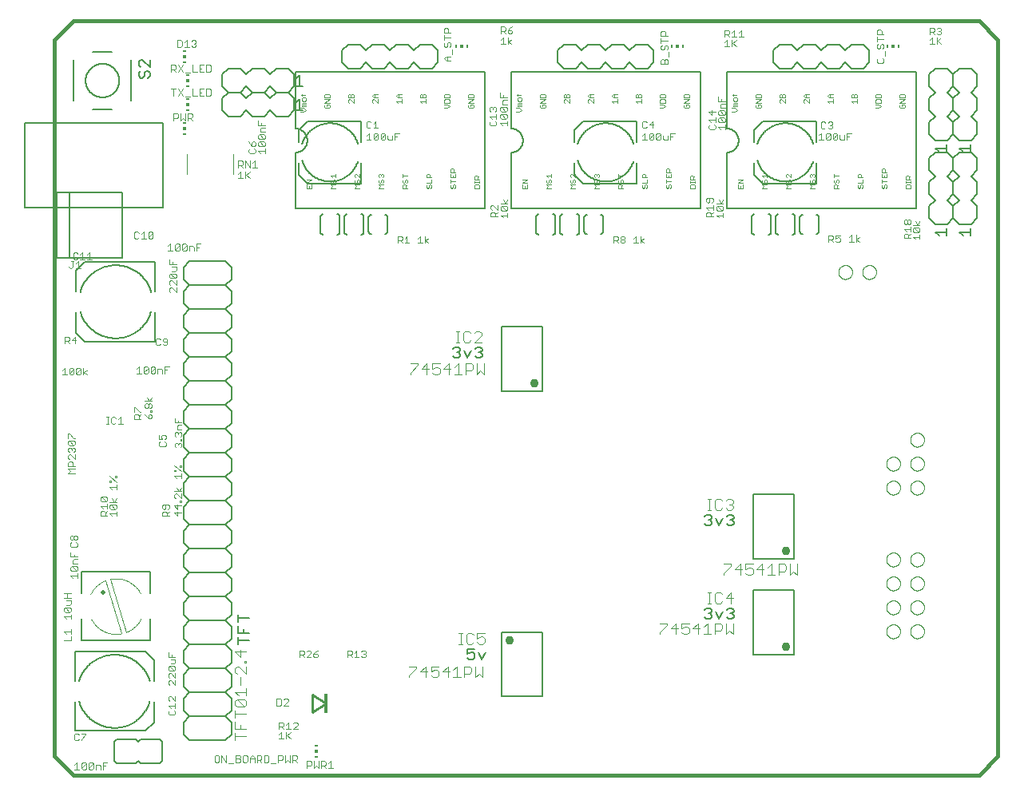
<source format=gto>
G75*
%MOIN*%
%OFA0B0*%
%FSLAX25Y25*%
%IPPOS*%
%LPD*%
%AMOC8*
5,1,8,0,0,1.08239X$1,22.5*
%
%ADD10C,0.01600*%
%ADD11C,0.00300*%
%ADD12C,0.00400*%
%ADD13C,0.00600*%
%ADD14R,0.01181X0.00591*%
%ADD15R,0.01181X0.01181*%
%ADD16C,0.00800*%
%ADD17C,0.00200*%
%ADD18C,0.00500*%
%ADD19R,0.00591X0.01181*%
%ADD20C,0.01969*%
%ADD21C,0.03619*%
%ADD22C,0.01000*%
%ADD23R,0.01181X0.08268*%
%ADD24C,0.00000*%
D10*
X0013573Y0009674D02*
X0021447Y0001800D01*
X0399400Y0001800D01*
X0407274Y0009674D01*
X0407274Y0308887D01*
X0399400Y0316761D01*
X0021447Y0316761D01*
X0013573Y0308887D01*
X0013573Y0308800D02*
X0013573Y0009800D01*
D11*
X0021927Y0006165D02*
X0022895Y0007133D01*
X0022895Y0004230D01*
X0023862Y0004230D02*
X0021927Y0004230D01*
X0024874Y0004714D02*
X0026809Y0006649D01*
X0026809Y0004714D01*
X0026325Y0004230D01*
X0025358Y0004230D01*
X0024874Y0004714D01*
X0024874Y0006649D01*
X0025358Y0007133D01*
X0026325Y0007133D01*
X0026809Y0006649D01*
X0027820Y0006649D02*
X0028304Y0007133D01*
X0029272Y0007133D01*
X0029755Y0006649D01*
X0027820Y0004714D01*
X0028304Y0004230D01*
X0029272Y0004230D01*
X0029755Y0004714D01*
X0029755Y0006649D01*
X0030767Y0006165D02*
X0032218Y0006165D01*
X0032702Y0005682D01*
X0032702Y0004230D01*
X0033713Y0004230D02*
X0033713Y0007133D01*
X0035648Y0007133D01*
X0034681Y0005682D02*
X0033713Y0005682D01*
X0030767Y0006165D02*
X0030767Y0004230D01*
X0027820Y0004714D02*
X0027820Y0006649D01*
X0024713Y0016305D02*
X0024713Y0016789D01*
X0026648Y0018724D01*
X0026648Y0019208D01*
X0024713Y0019208D01*
X0023702Y0018724D02*
X0023218Y0019208D01*
X0022251Y0019208D01*
X0021767Y0018724D01*
X0021767Y0016789D01*
X0022251Y0016305D01*
X0023218Y0016305D01*
X0023702Y0016789D01*
X0061020Y0027434D02*
X0061504Y0026950D01*
X0063439Y0026950D01*
X0063923Y0027434D01*
X0063923Y0028401D01*
X0063439Y0028885D01*
X0063923Y0029897D02*
X0063923Y0031831D01*
X0063923Y0030864D02*
X0061020Y0030864D01*
X0061988Y0029897D01*
X0061504Y0028885D02*
X0061020Y0028401D01*
X0061020Y0027434D01*
X0061504Y0032843D02*
X0061020Y0033327D01*
X0061020Y0034294D01*
X0061504Y0034778D01*
X0061988Y0034778D01*
X0063923Y0032843D01*
X0063923Y0034778D01*
X0063923Y0039450D02*
X0061988Y0041385D01*
X0061504Y0041385D01*
X0061020Y0040901D01*
X0061020Y0039934D01*
X0061504Y0039450D01*
X0063923Y0039450D02*
X0063923Y0041385D01*
X0063923Y0042397D02*
X0061988Y0044331D01*
X0061504Y0044331D01*
X0061020Y0043848D01*
X0061020Y0042880D01*
X0061504Y0042397D01*
X0063923Y0042397D02*
X0063923Y0044331D01*
X0063439Y0045343D02*
X0061504Y0047278D01*
X0063439Y0047278D01*
X0063923Y0046794D01*
X0063923Y0045827D01*
X0063439Y0045343D01*
X0061504Y0045343D01*
X0061020Y0045827D01*
X0061020Y0046794D01*
X0061504Y0047278D01*
X0061988Y0048290D02*
X0063439Y0048290D01*
X0063923Y0048773D01*
X0063923Y0050225D01*
X0061988Y0050225D01*
X0062472Y0051236D02*
X0062472Y0052204D01*
X0063923Y0051236D02*
X0061020Y0051236D01*
X0061020Y0053171D01*
X0020423Y0057950D02*
X0020423Y0059885D01*
X0020423Y0060897D02*
X0020423Y0062831D01*
X0020423Y0061864D02*
X0017520Y0061864D01*
X0018488Y0060897D01*
X0017520Y0057950D02*
X0020423Y0057950D01*
X0020423Y0066950D02*
X0020423Y0068885D01*
X0020423Y0067917D02*
X0017520Y0067917D01*
X0018488Y0066950D01*
X0018004Y0069897D02*
X0017520Y0070380D01*
X0017520Y0071348D01*
X0018004Y0071831D01*
X0019939Y0069897D01*
X0020423Y0070380D01*
X0020423Y0071348D01*
X0019939Y0071831D01*
X0018004Y0071831D01*
X0018488Y0072843D02*
X0019939Y0072843D01*
X0020423Y0073327D01*
X0020423Y0074778D01*
X0018488Y0074778D01*
X0018972Y0075790D02*
X0018972Y0077725D01*
X0020423Y0077725D02*
X0017520Y0077725D01*
X0017520Y0075790D02*
X0020423Y0075790D01*
X0019939Y0069897D02*
X0018004Y0069897D01*
X0021208Y0084101D02*
X0020240Y0085068D01*
X0023143Y0085068D01*
X0023143Y0084101D02*
X0023143Y0086036D01*
X0022659Y0087047D02*
X0020724Y0088982D01*
X0022659Y0088982D01*
X0023143Y0088499D01*
X0023143Y0087531D01*
X0022659Y0087047D01*
X0020724Y0087047D01*
X0020240Y0087531D01*
X0020240Y0088499D01*
X0020724Y0088982D01*
X0021208Y0089994D02*
X0021208Y0091445D01*
X0021691Y0091929D01*
X0023143Y0091929D01*
X0023143Y0092940D02*
X0020240Y0092940D01*
X0020240Y0094875D01*
X0021691Y0093908D02*
X0021691Y0092940D01*
X0021208Y0089994D02*
X0023143Y0089994D01*
X0022584Y0096994D02*
X0020649Y0096994D01*
X0020165Y0097478D01*
X0020165Y0098445D01*
X0020649Y0098929D01*
X0020649Y0099940D02*
X0021133Y0099940D01*
X0021616Y0100424D01*
X0021616Y0101392D01*
X0022100Y0101875D01*
X0022584Y0101875D01*
X0023068Y0101392D01*
X0023068Y0100424D01*
X0022584Y0099940D01*
X0022100Y0099940D01*
X0021616Y0100424D01*
X0021616Y0101392D02*
X0021133Y0101875D01*
X0020649Y0101875D01*
X0020165Y0101392D01*
X0020165Y0100424D01*
X0020649Y0099940D01*
X0022584Y0098929D02*
X0023068Y0098445D01*
X0023068Y0097478D01*
X0022584Y0096994D01*
X0032720Y0110110D02*
X0032720Y0111562D01*
X0033204Y0112045D01*
X0034172Y0112045D01*
X0034655Y0111562D01*
X0034655Y0110110D01*
X0035623Y0110110D02*
X0032720Y0110110D01*
X0034655Y0111078D02*
X0035623Y0112045D01*
X0035623Y0113057D02*
X0035623Y0114992D01*
X0035623Y0114024D02*
X0032720Y0114024D01*
X0033688Y0113057D01*
X0036520Y0113380D02*
X0036520Y0114348D01*
X0037004Y0114831D01*
X0038939Y0112897D01*
X0039423Y0113380D01*
X0039423Y0114348D01*
X0038939Y0114831D01*
X0037004Y0114831D01*
X0036520Y0115843D02*
X0039423Y0115843D01*
X0038455Y0115843D02*
X0037488Y0117294D01*
X0038455Y0115843D02*
X0039423Y0117294D01*
X0035623Y0117455D02*
X0035623Y0116487D01*
X0035139Y0116003D01*
X0033204Y0117938D01*
X0035139Y0117938D01*
X0035623Y0117455D01*
X0035139Y0116003D02*
X0033204Y0116003D01*
X0032720Y0116487D01*
X0032720Y0117455D01*
X0033204Y0117938D01*
X0036520Y0113380D02*
X0037004Y0112897D01*
X0038939Y0112897D01*
X0039423Y0111885D02*
X0039423Y0109950D01*
X0039423Y0110917D02*
X0036520Y0110917D01*
X0037488Y0109950D01*
X0037488Y0121245D02*
X0036520Y0122212D01*
X0039423Y0122212D01*
X0039423Y0121245D02*
X0039423Y0123180D01*
X0039423Y0124191D02*
X0036520Y0126610D01*
X0036520Y0124675D02*
X0037004Y0124675D01*
X0037004Y0124191D01*
X0036520Y0124191D01*
X0036520Y0124675D01*
X0038939Y0126126D02*
X0038939Y0126610D01*
X0039423Y0126610D01*
X0039423Y0126126D01*
X0038939Y0126126D01*
X0022123Y0127771D02*
X0019220Y0127771D01*
X0020188Y0128738D01*
X0019220Y0129706D01*
X0022123Y0129706D01*
X0022123Y0130717D02*
X0019220Y0130717D01*
X0019220Y0132169D01*
X0019704Y0132652D01*
X0020672Y0132652D01*
X0021155Y0132169D01*
X0021155Y0130717D01*
X0022123Y0133664D02*
X0020188Y0135599D01*
X0019704Y0135599D01*
X0019220Y0135115D01*
X0019220Y0134148D01*
X0019704Y0133664D01*
X0022123Y0133664D02*
X0022123Y0135599D01*
X0021639Y0136610D02*
X0022123Y0137094D01*
X0022123Y0138062D01*
X0021639Y0138545D01*
X0021155Y0138545D01*
X0020672Y0138062D01*
X0020672Y0137578D01*
X0020672Y0138062D02*
X0020188Y0138545D01*
X0019704Y0138545D01*
X0019220Y0138062D01*
X0019220Y0137094D01*
X0019704Y0136610D01*
X0019704Y0139557D02*
X0019220Y0140041D01*
X0019220Y0141008D01*
X0019704Y0141492D01*
X0021639Y0139557D01*
X0022123Y0140041D01*
X0022123Y0141008D01*
X0021639Y0141492D01*
X0019704Y0141492D01*
X0019220Y0142503D02*
X0019220Y0144438D01*
X0019704Y0144438D01*
X0021639Y0142503D01*
X0022123Y0142503D01*
X0021639Y0139557D02*
X0019704Y0139557D01*
X0035223Y0148450D02*
X0036190Y0148450D01*
X0035707Y0148450D02*
X0035707Y0151352D01*
X0036190Y0151352D02*
X0035223Y0151352D01*
X0037187Y0150869D02*
X0037187Y0148934D01*
X0037671Y0148450D01*
X0038638Y0148450D01*
X0039122Y0148934D01*
X0040134Y0148450D02*
X0042069Y0148450D01*
X0041101Y0148450D02*
X0041101Y0151352D01*
X0040134Y0150385D01*
X0039122Y0150869D02*
X0038638Y0151352D01*
X0037671Y0151352D01*
X0037187Y0150869D01*
X0046720Y0150557D02*
X0046720Y0152008D01*
X0047204Y0152492D01*
X0048172Y0152492D01*
X0048655Y0152008D01*
X0048655Y0150557D01*
X0048655Y0151524D02*
X0049623Y0152492D01*
X0049623Y0153503D02*
X0049139Y0153503D01*
X0047204Y0155438D01*
X0046720Y0155438D01*
X0046720Y0153503D01*
X0046720Y0150557D02*
X0049623Y0150557D01*
X0051704Y0151596D02*
X0052672Y0150628D01*
X0052672Y0152080D01*
X0053155Y0152563D01*
X0053639Y0152563D01*
X0054123Y0152080D01*
X0054123Y0151112D01*
X0053639Y0150628D01*
X0052672Y0150628D01*
X0051704Y0151596D02*
X0051220Y0152563D01*
X0051704Y0155048D02*
X0052188Y0155048D01*
X0052672Y0155532D01*
X0052672Y0156499D01*
X0053155Y0156983D01*
X0053639Y0156983D01*
X0054123Y0156499D01*
X0054123Y0155532D01*
X0053639Y0155048D01*
X0053155Y0155048D01*
X0052672Y0155532D01*
X0052672Y0156499D02*
X0052188Y0156983D01*
X0051704Y0156983D01*
X0051220Y0156499D01*
X0051220Y0155532D01*
X0051704Y0155048D01*
X0053639Y0154059D02*
X0054123Y0154059D01*
X0054123Y0153575D01*
X0053639Y0153575D01*
X0053639Y0154059D01*
X0053155Y0157995D02*
X0052188Y0159446D01*
X0053155Y0157995D02*
X0054123Y0159446D01*
X0054123Y0157995D02*
X0051220Y0157995D01*
X0063740Y0150875D02*
X0063740Y0148940D01*
X0066643Y0148940D01*
X0066643Y0147929D02*
X0065191Y0147929D01*
X0064708Y0147445D01*
X0064708Y0145994D01*
X0066643Y0145994D01*
X0066159Y0144982D02*
X0066643Y0144499D01*
X0066643Y0143531D01*
X0066159Y0143047D01*
X0066159Y0142058D02*
X0066643Y0142058D01*
X0066643Y0141574D01*
X0066159Y0141574D01*
X0066159Y0142058D01*
X0066159Y0140563D02*
X0066643Y0140079D01*
X0066643Y0139111D01*
X0066159Y0138628D01*
X0065191Y0139595D02*
X0065191Y0140079D01*
X0065675Y0140563D01*
X0066159Y0140563D01*
X0065191Y0140079D02*
X0064708Y0140563D01*
X0064224Y0140563D01*
X0063740Y0140079D01*
X0063740Y0139111D01*
X0064224Y0138628D01*
X0060068Y0139478D02*
X0060068Y0140445D01*
X0059584Y0140929D01*
X0059584Y0141940D02*
X0060068Y0142424D01*
X0060068Y0143392D01*
X0059584Y0143875D01*
X0058616Y0143875D01*
X0058133Y0143392D01*
X0058133Y0142908D01*
X0058616Y0141940D01*
X0057165Y0141940D01*
X0057165Y0143875D01*
X0057649Y0140929D02*
X0057165Y0140445D01*
X0057165Y0139478D01*
X0057649Y0138994D01*
X0059584Y0138994D01*
X0060068Y0139478D01*
X0063740Y0143531D02*
X0063740Y0144499D01*
X0064224Y0144982D01*
X0064708Y0144982D01*
X0065191Y0144499D01*
X0065675Y0144982D01*
X0066159Y0144982D01*
X0065191Y0144499D02*
X0065191Y0144015D01*
X0064224Y0143047D02*
X0063740Y0143531D01*
X0065191Y0148940D02*
X0065191Y0149908D01*
X0065939Y0131030D02*
X0066423Y0131030D01*
X0066423Y0130546D01*
X0065939Y0130546D01*
X0065939Y0131030D01*
X0063520Y0131030D02*
X0066423Y0128611D01*
X0066423Y0127600D02*
X0066423Y0125665D01*
X0066423Y0126632D02*
X0063520Y0126632D01*
X0064488Y0125665D01*
X0064004Y0128611D02*
X0063520Y0128611D01*
X0063520Y0129095D01*
X0064004Y0129095D01*
X0064004Y0128611D01*
X0064488Y0121714D02*
X0065455Y0120263D01*
X0066423Y0121714D01*
X0066423Y0120263D02*
X0063520Y0120263D01*
X0064004Y0119251D02*
X0063520Y0118768D01*
X0063520Y0117800D01*
X0064004Y0117316D01*
X0064004Y0119251D02*
X0064488Y0119251D01*
X0066423Y0117316D01*
X0066423Y0119251D01*
X0066423Y0116327D02*
X0065939Y0116327D01*
X0065939Y0115843D01*
X0066423Y0115843D01*
X0066423Y0116327D01*
X0066423Y0114348D02*
X0063520Y0114348D01*
X0064972Y0112897D01*
X0064972Y0114831D01*
X0064972Y0111885D02*
X0064972Y0109950D01*
X0063520Y0111401D01*
X0066423Y0111401D01*
X0061423Y0111885D02*
X0060455Y0110917D01*
X0060455Y0111401D02*
X0060455Y0109950D01*
X0061423Y0109950D02*
X0058520Y0109950D01*
X0058520Y0111401D01*
X0059004Y0111885D01*
X0059972Y0111885D01*
X0060455Y0111401D01*
X0060939Y0112897D02*
X0061423Y0113380D01*
X0061423Y0114348D01*
X0060939Y0114831D01*
X0059004Y0114831D01*
X0058520Y0114348D01*
X0058520Y0113380D01*
X0059004Y0112897D01*
X0059488Y0112897D01*
X0059972Y0113380D01*
X0059972Y0114831D01*
X0027014Y0168950D02*
X0025562Y0169917D01*
X0027014Y0170885D01*
X0025562Y0171852D02*
X0025562Y0168950D01*
X0024551Y0169434D02*
X0024067Y0168950D01*
X0023100Y0168950D01*
X0022616Y0169434D01*
X0024551Y0171369D01*
X0024551Y0169434D01*
X0024551Y0171369D02*
X0024067Y0171852D01*
X0023100Y0171852D01*
X0022616Y0171369D01*
X0022616Y0169434D01*
X0021604Y0169434D02*
X0021121Y0168950D01*
X0020153Y0168950D01*
X0019669Y0169434D01*
X0021604Y0171369D01*
X0021604Y0169434D01*
X0019669Y0169434D02*
X0019669Y0171369D01*
X0020153Y0171852D01*
X0021121Y0171852D01*
X0021604Y0171369D01*
X0018658Y0168950D02*
X0016723Y0168950D01*
X0017690Y0168950D02*
X0017690Y0171852D01*
X0016723Y0170885D01*
X0017723Y0181950D02*
X0017723Y0184852D01*
X0019174Y0184852D01*
X0019658Y0184369D01*
X0019658Y0183401D01*
X0019174Y0182917D01*
X0017723Y0182917D01*
X0018690Y0182917D02*
X0019658Y0181950D01*
X0020669Y0183401D02*
X0022604Y0183401D01*
X0022121Y0181950D02*
X0022121Y0184852D01*
X0020669Y0183401D01*
X0047786Y0171405D02*
X0048753Y0172372D01*
X0048753Y0169470D01*
X0047786Y0169470D02*
X0049721Y0169470D01*
X0050732Y0169953D02*
X0052667Y0171888D01*
X0052667Y0169953D01*
X0052184Y0169470D01*
X0051216Y0169470D01*
X0050732Y0169953D01*
X0050732Y0171888D01*
X0051216Y0172372D01*
X0052184Y0172372D01*
X0052667Y0171888D01*
X0053679Y0171888D02*
X0054163Y0172372D01*
X0055130Y0172372D01*
X0055614Y0171888D01*
X0053679Y0169953D01*
X0054163Y0169470D01*
X0055130Y0169470D01*
X0055614Y0169953D01*
X0055614Y0171888D01*
X0056625Y0171405D02*
X0058077Y0171405D01*
X0058560Y0170921D01*
X0058560Y0169470D01*
X0059572Y0169470D02*
X0059572Y0172372D01*
X0061507Y0172372D01*
X0060539Y0170921D02*
X0059572Y0170921D01*
X0056625Y0171405D02*
X0056625Y0169470D01*
X0053679Y0169953D02*
X0053679Y0171888D01*
X0056251Y0181305D02*
X0057218Y0181305D01*
X0057702Y0181789D01*
X0058713Y0181789D02*
X0059197Y0181305D01*
X0060165Y0181305D01*
X0060648Y0181789D01*
X0060648Y0183724D01*
X0060165Y0184208D01*
X0059197Y0184208D01*
X0058713Y0183724D01*
X0058713Y0183240D01*
X0059197Y0182756D01*
X0060648Y0182756D01*
X0057702Y0183724D02*
X0057218Y0184208D01*
X0056251Y0184208D01*
X0055767Y0183724D01*
X0055767Y0181789D01*
X0056251Y0181305D01*
X0061917Y0203411D02*
X0061434Y0203894D01*
X0061434Y0204862D01*
X0061917Y0205346D01*
X0062401Y0205346D01*
X0064336Y0203411D01*
X0064336Y0205346D01*
X0064336Y0206357D02*
X0062401Y0208292D01*
X0061917Y0208292D01*
X0061434Y0207808D01*
X0061434Y0206841D01*
X0061917Y0206357D01*
X0064336Y0206357D02*
X0064336Y0208292D01*
X0063852Y0209304D02*
X0061917Y0211239D01*
X0063852Y0211239D01*
X0064336Y0210755D01*
X0064336Y0209787D01*
X0063852Y0209304D01*
X0061917Y0209304D01*
X0061434Y0209787D01*
X0061434Y0210755D01*
X0061917Y0211239D01*
X0062401Y0212250D02*
X0063852Y0212250D01*
X0064336Y0212734D01*
X0064336Y0214185D01*
X0062401Y0214185D01*
X0062885Y0215197D02*
X0062885Y0216164D01*
X0064336Y0215197D02*
X0061434Y0215197D01*
X0061434Y0217132D01*
X0061895Y0220730D02*
X0061895Y0223633D01*
X0060927Y0222665D01*
X0060927Y0220730D02*
X0062862Y0220730D01*
X0063874Y0221214D02*
X0065809Y0223149D01*
X0065809Y0221214D01*
X0065325Y0220730D01*
X0064358Y0220730D01*
X0063874Y0221214D01*
X0063874Y0223149D01*
X0064358Y0223633D01*
X0065325Y0223633D01*
X0065809Y0223149D01*
X0066820Y0223149D02*
X0067304Y0223633D01*
X0068272Y0223633D01*
X0068755Y0223149D01*
X0066820Y0221214D01*
X0067304Y0220730D01*
X0068272Y0220730D01*
X0068755Y0221214D01*
X0068755Y0223149D01*
X0069767Y0222665D02*
X0071218Y0222665D01*
X0071702Y0222182D01*
X0071702Y0220730D01*
X0072713Y0220730D02*
X0072713Y0223633D01*
X0074648Y0223633D01*
X0073681Y0222182D02*
X0072713Y0222182D01*
X0069767Y0222665D02*
X0069767Y0220730D01*
X0066820Y0221214D02*
X0066820Y0223149D01*
X0054648Y0226289D02*
X0054165Y0225805D01*
X0053197Y0225805D01*
X0052713Y0226289D01*
X0054648Y0228224D01*
X0054648Y0226289D01*
X0052713Y0226289D02*
X0052713Y0228224D01*
X0053197Y0228708D01*
X0054165Y0228708D01*
X0054648Y0228224D01*
X0051702Y0225805D02*
X0049767Y0225805D01*
X0050734Y0225805D02*
X0050734Y0228708D01*
X0049767Y0227740D01*
X0048755Y0228224D02*
X0048272Y0228708D01*
X0047304Y0228708D01*
X0046820Y0228224D01*
X0046820Y0226289D01*
X0047304Y0225805D01*
X0048272Y0225805D01*
X0048755Y0226289D01*
X0029149Y0217147D02*
X0027214Y0217147D01*
X0028182Y0217147D02*
X0028182Y0220049D01*
X0027214Y0219082D01*
X0026203Y0217147D02*
X0024268Y0217147D01*
X0025235Y0217147D02*
X0025235Y0220049D01*
X0024268Y0219082D01*
X0023256Y0219566D02*
X0022772Y0220049D01*
X0021805Y0220049D01*
X0021321Y0219566D01*
X0021321Y0217631D01*
X0021805Y0217147D01*
X0022772Y0217147D01*
X0023256Y0217631D01*
X0023555Y0216338D02*
X0023555Y0213435D01*
X0024522Y0213435D02*
X0022587Y0213435D01*
X0021092Y0213919D02*
X0021092Y0216338D01*
X0020608Y0216338D02*
X0021576Y0216338D01*
X0022587Y0215370D02*
X0023555Y0216338D01*
X0021092Y0213919D02*
X0020608Y0213435D01*
X0020125Y0213435D01*
X0019641Y0213919D01*
X0090223Y0250950D02*
X0092158Y0250950D01*
X0091190Y0250950D02*
X0091190Y0253852D01*
X0090223Y0252885D01*
X0090223Y0255450D02*
X0090223Y0258352D01*
X0091674Y0258352D01*
X0092158Y0257869D01*
X0092158Y0256901D01*
X0091674Y0256417D01*
X0090223Y0256417D01*
X0091190Y0256417D02*
X0092158Y0255450D01*
X0093169Y0255450D02*
X0093169Y0258352D01*
X0095104Y0255450D01*
X0095104Y0258352D01*
X0096116Y0257385D02*
X0097083Y0258352D01*
X0097083Y0255450D01*
X0096116Y0255450D02*
X0098051Y0255450D01*
X0095104Y0253852D02*
X0093169Y0251917D01*
X0093653Y0252401D02*
X0095104Y0250950D01*
X0093169Y0250950D02*
X0093169Y0253852D01*
X0095004Y0261450D02*
X0096939Y0261450D01*
X0097423Y0261934D01*
X0097423Y0262901D01*
X0096939Y0263385D01*
X0096939Y0264397D02*
X0097423Y0264880D01*
X0097423Y0265848D01*
X0096939Y0266331D01*
X0096455Y0266331D01*
X0095972Y0265848D01*
X0095972Y0264397D01*
X0096939Y0264397D01*
X0095972Y0264397D02*
X0095004Y0265364D01*
X0094520Y0266331D01*
X0095004Y0263385D02*
X0094520Y0262901D01*
X0094520Y0261934D01*
X0095004Y0261450D01*
X0098520Y0262417D02*
X0101423Y0262417D01*
X0101423Y0261450D02*
X0101423Y0263385D01*
X0100939Y0264397D02*
X0099004Y0266331D01*
X0100939Y0266331D01*
X0101423Y0265848D01*
X0101423Y0264880D01*
X0100939Y0264397D01*
X0099004Y0264397D01*
X0098520Y0264880D01*
X0098520Y0265848D01*
X0099004Y0266331D01*
X0099004Y0267343D02*
X0098520Y0267827D01*
X0098520Y0268794D01*
X0099004Y0269278D01*
X0100939Y0267343D01*
X0101423Y0267827D01*
X0101423Y0268794D01*
X0100939Y0269278D01*
X0099004Y0269278D01*
X0099488Y0270290D02*
X0099488Y0271741D01*
X0099972Y0272225D01*
X0101423Y0272225D01*
X0101423Y0273236D02*
X0098520Y0273236D01*
X0098520Y0275171D01*
X0099972Y0274204D02*
X0099972Y0273236D01*
X0099488Y0270290D02*
X0101423Y0270290D01*
X0100939Y0267343D02*
X0099004Y0267343D01*
X0098520Y0262417D02*
X0099488Y0261450D01*
X0071114Y0275170D02*
X0070146Y0276138D01*
X0070630Y0276138D02*
X0069179Y0276138D01*
X0069179Y0275170D02*
X0069179Y0278073D01*
X0070630Y0278073D01*
X0071114Y0277589D01*
X0071114Y0276622D01*
X0070630Y0276138D01*
X0068167Y0275170D02*
X0068167Y0278073D01*
X0066232Y0278073D02*
X0066232Y0275170D01*
X0067200Y0276138D01*
X0068167Y0275170D01*
X0065221Y0276622D02*
X0064737Y0276138D01*
X0063286Y0276138D01*
X0063286Y0275170D02*
X0063286Y0278073D01*
X0064737Y0278073D01*
X0065221Y0277589D01*
X0065221Y0276622D01*
X0065169Y0285450D02*
X0067104Y0288352D01*
X0065169Y0288352D02*
X0067104Y0285450D01*
X0068116Y0284966D02*
X0070051Y0284966D01*
X0071062Y0285450D02*
X0071062Y0288352D01*
X0071062Y0285450D02*
X0072997Y0285450D01*
X0074009Y0285450D02*
X0075944Y0285450D01*
X0076955Y0285450D02*
X0078407Y0285450D01*
X0078890Y0285934D01*
X0078890Y0287869D01*
X0078407Y0288352D01*
X0076955Y0288352D01*
X0076955Y0285450D01*
X0074976Y0286901D02*
X0074009Y0286901D01*
X0074009Y0288352D02*
X0074009Y0285450D01*
X0074009Y0288352D02*
X0075944Y0288352D01*
X0075944Y0295450D02*
X0074009Y0295450D01*
X0074009Y0298352D01*
X0075944Y0298352D01*
X0076955Y0298352D02*
X0078407Y0298352D01*
X0078890Y0297869D01*
X0078890Y0295934D01*
X0078407Y0295450D01*
X0076955Y0295450D01*
X0076955Y0298352D01*
X0074976Y0296901D02*
X0074009Y0296901D01*
X0072997Y0295450D02*
X0071062Y0295450D01*
X0071062Y0298352D01*
X0070051Y0294966D02*
X0068116Y0294966D01*
X0067104Y0295450D02*
X0065169Y0298352D01*
X0064158Y0297869D02*
X0064158Y0296901D01*
X0063674Y0296417D01*
X0062223Y0296417D01*
X0062223Y0295450D02*
X0062223Y0298352D01*
X0063674Y0298352D01*
X0064158Y0297869D01*
X0063190Y0296417D02*
X0064158Y0295450D01*
X0065169Y0295450D02*
X0067104Y0298352D01*
X0064158Y0288352D02*
X0062223Y0288352D01*
X0063190Y0288352D02*
X0063190Y0285450D01*
X0156723Y0226852D02*
X0156723Y0223950D01*
X0156723Y0224917D02*
X0158174Y0224917D01*
X0158658Y0225401D01*
X0158658Y0226369D01*
X0158174Y0226852D01*
X0156723Y0226852D01*
X0157690Y0224917D02*
X0158658Y0223950D01*
X0159669Y0223950D02*
X0161604Y0223950D01*
X0160637Y0223950D02*
X0160637Y0226852D01*
X0159669Y0225885D01*
X0165223Y0225885D02*
X0166190Y0226852D01*
X0166190Y0223950D01*
X0165223Y0223950D02*
X0167158Y0223950D01*
X0168169Y0223950D02*
X0168169Y0226852D01*
X0169621Y0225885D02*
X0168169Y0224917D01*
X0169621Y0223950D01*
X0195520Y0234950D02*
X0195520Y0236401D01*
X0196004Y0236885D01*
X0196972Y0236885D01*
X0197455Y0236401D01*
X0197455Y0234950D01*
X0197455Y0235917D02*
X0198423Y0236885D01*
X0198423Y0237897D02*
X0196488Y0239831D01*
X0196004Y0239831D01*
X0195520Y0239348D01*
X0195520Y0238380D01*
X0196004Y0237897D01*
X0198423Y0237897D02*
X0198423Y0239831D01*
X0199720Y0240495D02*
X0202623Y0240495D01*
X0201655Y0240495D02*
X0200688Y0241946D01*
X0201655Y0240495D02*
X0202623Y0241946D01*
X0202139Y0239483D02*
X0202623Y0238999D01*
X0202623Y0238032D01*
X0202139Y0237548D01*
X0200204Y0239483D01*
X0202139Y0239483D01*
X0200204Y0239483D02*
X0199720Y0238999D01*
X0199720Y0238032D01*
X0200204Y0237548D01*
X0202139Y0237548D01*
X0202623Y0236537D02*
X0202623Y0234602D01*
X0202623Y0235569D02*
X0199720Y0235569D01*
X0200688Y0234602D01*
X0198423Y0234950D02*
X0195520Y0234950D01*
X0195504Y0272950D02*
X0195020Y0273434D01*
X0195020Y0274401D01*
X0195504Y0274885D01*
X0195988Y0275897D02*
X0195020Y0276864D01*
X0197923Y0276864D01*
X0197923Y0275897D02*
X0197923Y0277831D01*
X0197439Y0278843D02*
X0197923Y0279327D01*
X0197923Y0280294D01*
X0197439Y0280778D01*
X0196955Y0280778D01*
X0196472Y0280294D01*
X0196472Y0279811D01*
X0196472Y0280294D02*
X0195988Y0280778D01*
X0195504Y0280778D01*
X0195020Y0280294D01*
X0195020Y0279327D01*
X0195504Y0278843D01*
X0199520Y0279327D02*
X0199520Y0280294D01*
X0200004Y0280778D01*
X0201939Y0278843D01*
X0202423Y0279327D01*
X0202423Y0280294D01*
X0201939Y0280778D01*
X0200004Y0280778D01*
X0200488Y0281790D02*
X0200488Y0283241D01*
X0200972Y0283725D01*
X0202423Y0283725D01*
X0202423Y0284736D02*
X0199520Y0284736D01*
X0199520Y0286671D01*
X0200972Y0285704D02*
X0200972Y0284736D01*
X0200488Y0281790D02*
X0202423Y0281790D01*
X0201939Y0278843D02*
X0200004Y0278843D01*
X0199520Y0279327D01*
X0200004Y0277831D02*
X0201939Y0275897D01*
X0202423Y0276380D01*
X0202423Y0277348D01*
X0201939Y0277831D01*
X0200004Y0277831D01*
X0199520Y0277348D01*
X0199520Y0276380D01*
X0200004Y0275897D01*
X0201939Y0275897D01*
X0202423Y0274885D02*
X0202423Y0272950D01*
X0202423Y0273917D02*
X0199520Y0273917D01*
X0200488Y0272950D01*
X0197923Y0273434D02*
X0197923Y0274401D01*
X0197439Y0274885D01*
X0197923Y0273434D02*
X0197439Y0272950D01*
X0195504Y0272950D01*
X0178923Y0299950D02*
X0176988Y0299950D01*
X0176020Y0300917D01*
X0176988Y0301885D01*
X0178923Y0301885D01*
X0179407Y0302897D02*
X0179407Y0304831D01*
X0178439Y0305843D02*
X0178923Y0306327D01*
X0178923Y0307294D01*
X0178439Y0307778D01*
X0177955Y0307778D01*
X0177472Y0307294D01*
X0177472Y0306327D01*
X0176988Y0305843D01*
X0176504Y0305843D01*
X0176020Y0306327D01*
X0176020Y0307294D01*
X0176504Y0307778D01*
X0176020Y0308790D02*
X0176020Y0310725D01*
X0176020Y0309757D02*
X0178923Y0309757D01*
X0178923Y0311736D02*
X0176020Y0311736D01*
X0176020Y0313187D01*
X0176504Y0313671D01*
X0177472Y0313671D01*
X0177955Y0313187D01*
X0177955Y0311736D01*
X0177472Y0301885D02*
X0177472Y0299950D01*
X0199723Y0306950D02*
X0201658Y0306950D01*
X0200690Y0306950D02*
X0200690Y0309852D01*
X0199723Y0308885D01*
X0199723Y0311450D02*
X0199723Y0314352D01*
X0201174Y0314352D01*
X0201658Y0313869D01*
X0201658Y0312901D01*
X0201174Y0312417D01*
X0199723Y0312417D01*
X0200690Y0312417D02*
X0201658Y0311450D01*
X0202669Y0311934D02*
X0203153Y0311450D01*
X0204121Y0311450D01*
X0204604Y0311934D01*
X0204604Y0312417D01*
X0204121Y0312901D01*
X0202669Y0312901D01*
X0202669Y0311934D01*
X0202669Y0312901D02*
X0203637Y0313869D01*
X0204604Y0314352D01*
X0202669Y0309852D02*
X0202669Y0306950D01*
X0202669Y0307917D02*
X0204121Y0308885D01*
X0202669Y0307917D02*
X0204121Y0306950D01*
X0258723Y0274369D02*
X0258723Y0272434D01*
X0259207Y0271950D01*
X0260174Y0271950D01*
X0260658Y0272434D01*
X0261669Y0273401D02*
X0263121Y0274852D01*
X0263121Y0271950D01*
X0263604Y0273401D02*
X0261669Y0273401D01*
X0260658Y0274369D02*
X0260174Y0274852D01*
X0259207Y0274852D01*
X0258723Y0274369D01*
X0259690Y0269852D02*
X0259690Y0266950D01*
X0258723Y0266950D02*
X0260658Y0266950D01*
X0261669Y0267434D02*
X0263604Y0269369D01*
X0263604Y0267434D01*
X0263121Y0266950D01*
X0262153Y0266950D01*
X0261669Y0267434D01*
X0261669Y0269369D01*
X0262153Y0269852D01*
X0263121Y0269852D01*
X0263604Y0269369D01*
X0264616Y0269369D02*
X0265100Y0269852D01*
X0266067Y0269852D01*
X0266551Y0269369D01*
X0264616Y0267434D01*
X0265100Y0266950D01*
X0266067Y0266950D01*
X0266551Y0267434D01*
X0266551Y0269369D01*
X0267562Y0268885D02*
X0267562Y0267434D01*
X0268046Y0266950D01*
X0269497Y0266950D01*
X0269497Y0268885D01*
X0270509Y0268401D02*
X0271476Y0268401D01*
X0270509Y0266950D02*
X0270509Y0269852D01*
X0272444Y0269852D01*
X0264616Y0269369D02*
X0264616Y0267434D01*
X0259690Y0269852D02*
X0258723Y0268885D01*
X0286520Y0271934D02*
X0287004Y0271450D01*
X0288939Y0271450D01*
X0289423Y0271934D01*
X0289423Y0272901D01*
X0288939Y0273385D01*
X0289423Y0274397D02*
X0289423Y0276331D01*
X0289423Y0275364D02*
X0286520Y0275364D01*
X0287488Y0274397D01*
X0287004Y0273385D02*
X0286520Y0272901D01*
X0286520Y0271934D01*
X0290520Y0272417D02*
X0293423Y0272417D01*
X0293423Y0271450D02*
X0293423Y0273385D01*
X0292939Y0274397D02*
X0291004Y0276331D01*
X0292939Y0276331D01*
X0293423Y0275848D01*
X0293423Y0274880D01*
X0292939Y0274397D01*
X0291004Y0274397D01*
X0290520Y0274880D01*
X0290520Y0275848D01*
X0291004Y0276331D01*
X0291004Y0277343D02*
X0290520Y0277827D01*
X0290520Y0278794D01*
X0291004Y0279278D01*
X0292939Y0277343D01*
X0293423Y0277827D01*
X0293423Y0278794D01*
X0292939Y0279278D01*
X0291004Y0279278D01*
X0291488Y0280290D02*
X0291488Y0281741D01*
X0291972Y0282225D01*
X0293423Y0282225D01*
X0293423Y0283236D02*
X0290520Y0283236D01*
X0290520Y0285171D01*
X0291972Y0284204D02*
X0291972Y0283236D01*
X0291488Y0280290D02*
X0293423Y0280290D01*
X0292939Y0277343D02*
X0291004Y0277343D01*
X0289423Y0278794D02*
X0286520Y0278794D01*
X0287972Y0277343D01*
X0287972Y0279278D01*
X0290520Y0272417D02*
X0291488Y0271450D01*
X0269497Y0298717D02*
X0269497Y0300169D01*
X0269013Y0300652D01*
X0268529Y0300652D01*
X0268046Y0300169D01*
X0268046Y0298717D01*
X0269497Y0298717D02*
X0266594Y0298717D01*
X0266594Y0300169D01*
X0267078Y0300652D01*
X0267562Y0300652D01*
X0268046Y0300169D01*
X0269981Y0301664D02*
X0269981Y0303599D01*
X0269013Y0304610D02*
X0269497Y0305094D01*
X0269497Y0306062D01*
X0269013Y0306545D01*
X0268529Y0306545D01*
X0268046Y0306062D01*
X0268046Y0305094D01*
X0267562Y0304610D01*
X0267078Y0304610D01*
X0266594Y0305094D01*
X0266594Y0306062D01*
X0267078Y0306545D01*
X0266594Y0307557D02*
X0266594Y0309492D01*
X0266594Y0308524D02*
X0269497Y0308524D01*
X0269497Y0310503D02*
X0266594Y0310503D01*
X0266594Y0311955D01*
X0267078Y0312438D01*
X0268046Y0312438D01*
X0268529Y0311955D01*
X0268529Y0310503D01*
X0293223Y0310917D02*
X0294674Y0310917D01*
X0295158Y0311401D01*
X0295158Y0312369D01*
X0294674Y0312852D01*
X0293223Y0312852D01*
X0293223Y0309950D01*
X0294190Y0310917D02*
X0295158Y0309950D01*
X0296169Y0309950D02*
X0298104Y0309950D01*
X0297137Y0309950D02*
X0297137Y0312852D01*
X0296169Y0311885D01*
X0299116Y0311885D02*
X0300083Y0312852D01*
X0300083Y0309950D01*
X0299116Y0309950D02*
X0301051Y0309950D01*
X0298104Y0308852D02*
X0296169Y0306917D01*
X0296653Y0307401D02*
X0298104Y0305950D01*
X0296169Y0305950D02*
X0296169Y0308852D01*
X0294190Y0308852D02*
X0294190Y0305950D01*
X0293223Y0305950D02*
X0295158Y0305950D01*
X0293223Y0307885D02*
X0294190Y0308852D01*
X0333376Y0274160D02*
X0333860Y0274644D01*
X0334828Y0274644D01*
X0335311Y0274160D01*
X0336323Y0274160D02*
X0336807Y0274644D01*
X0337774Y0274644D01*
X0338258Y0274160D01*
X0338258Y0273676D01*
X0337774Y0273193D01*
X0338258Y0272709D01*
X0338258Y0272225D01*
X0337774Y0271741D01*
X0336807Y0271741D01*
X0336323Y0272225D01*
X0335311Y0272225D02*
X0334828Y0271741D01*
X0333860Y0271741D01*
X0333376Y0272225D01*
X0333376Y0274160D01*
X0337290Y0273193D02*
X0337774Y0273193D01*
X0336872Y0269885D02*
X0335905Y0269885D01*
X0335421Y0269401D01*
X0335421Y0267466D01*
X0337356Y0269401D01*
X0337356Y0267466D01*
X0336872Y0266982D01*
X0335905Y0266982D01*
X0335421Y0267466D01*
X0334409Y0266982D02*
X0332474Y0266982D01*
X0333442Y0266982D02*
X0333442Y0269885D01*
X0332474Y0268917D01*
X0336872Y0269885D02*
X0337356Y0269401D01*
X0338368Y0269401D02*
X0338851Y0269885D01*
X0339819Y0269885D01*
X0340303Y0269401D01*
X0338368Y0267466D01*
X0338851Y0266982D01*
X0339819Y0266982D01*
X0340303Y0267466D01*
X0340303Y0269401D01*
X0341314Y0268917D02*
X0341314Y0267466D01*
X0341798Y0266982D01*
X0343249Y0266982D01*
X0343249Y0268917D01*
X0344261Y0268434D02*
X0345228Y0268434D01*
X0344261Y0269885D02*
X0346196Y0269885D01*
X0344261Y0269885D02*
X0344261Y0266982D01*
X0338368Y0267466D02*
X0338368Y0269401D01*
X0357204Y0299217D02*
X0356720Y0299701D01*
X0356720Y0300669D01*
X0357204Y0301152D01*
X0357204Y0299217D02*
X0359139Y0299217D01*
X0359623Y0299701D01*
X0359623Y0300669D01*
X0359139Y0301152D01*
X0360107Y0302164D02*
X0360107Y0304099D01*
X0359139Y0305110D02*
X0359623Y0305594D01*
X0359623Y0306562D01*
X0359139Y0307045D01*
X0358655Y0307045D01*
X0358172Y0306562D01*
X0358172Y0305594D01*
X0357688Y0305110D01*
X0357204Y0305110D01*
X0356720Y0305594D01*
X0356720Y0306562D01*
X0357204Y0307045D01*
X0356720Y0308057D02*
X0356720Y0309992D01*
X0356720Y0309024D02*
X0359623Y0309024D01*
X0359623Y0311003D02*
X0356720Y0311003D01*
X0356720Y0312455D01*
X0357204Y0312938D01*
X0358172Y0312938D01*
X0358655Y0312455D01*
X0358655Y0311003D01*
X0378723Y0310950D02*
X0378723Y0313852D01*
X0380174Y0313852D01*
X0380658Y0313369D01*
X0380658Y0312401D01*
X0380174Y0311917D01*
X0378723Y0311917D01*
X0379690Y0311917D02*
X0380658Y0310950D01*
X0381669Y0311434D02*
X0382153Y0310950D01*
X0383121Y0310950D01*
X0383604Y0311434D01*
X0383604Y0311917D01*
X0383121Y0312401D01*
X0382637Y0312401D01*
X0383121Y0312401D02*
X0383604Y0312885D01*
X0383604Y0313369D01*
X0383121Y0313852D01*
X0382153Y0313852D01*
X0381669Y0313369D01*
X0381669Y0309852D02*
X0381669Y0306950D01*
X0381669Y0307917D02*
X0383604Y0309852D01*
X0382153Y0308401D02*
X0383604Y0306950D01*
X0380658Y0306950D02*
X0378723Y0306950D01*
X0379690Y0306950D02*
X0379690Y0309852D01*
X0378723Y0308885D01*
X0292623Y0241946D02*
X0291655Y0240495D01*
X0290688Y0241946D01*
X0289720Y0240495D02*
X0292623Y0240495D01*
X0292139Y0239483D02*
X0292623Y0238999D01*
X0292623Y0238032D01*
X0292139Y0237548D01*
X0290204Y0239483D01*
X0292139Y0239483D01*
X0290204Y0239483D02*
X0289720Y0238999D01*
X0289720Y0238032D01*
X0290204Y0237548D01*
X0292139Y0237548D01*
X0292623Y0236537D02*
X0292623Y0234602D01*
X0292623Y0235569D02*
X0289720Y0235569D01*
X0290688Y0234602D01*
X0288423Y0234950D02*
X0285520Y0234950D01*
X0285520Y0236401D01*
X0286004Y0236885D01*
X0286972Y0236885D01*
X0287455Y0236401D01*
X0287455Y0234950D01*
X0287455Y0235917D02*
X0288423Y0236885D01*
X0288423Y0237897D02*
X0288423Y0239831D01*
X0288423Y0238864D02*
X0285520Y0238864D01*
X0286488Y0237897D01*
X0286488Y0240843D02*
X0286004Y0240843D01*
X0285520Y0241327D01*
X0285520Y0242294D01*
X0286004Y0242778D01*
X0287939Y0242778D01*
X0288423Y0242294D01*
X0288423Y0241327D01*
X0287939Y0240843D01*
X0286972Y0241327D02*
X0286972Y0242778D01*
X0286972Y0241327D02*
X0286488Y0240843D01*
X0259621Y0225885D02*
X0258169Y0224917D01*
X0259621Y0223950D01*
X0258169Y0223950D02*
X0258169Y0226852D01*
X0256190Y0226852D02*
X0256190Y0223950D01*
X0255223Y0223950D02*
X0257158Y0223950D01*
X0255223Y0225885D02*
X0256190Y0226852D01*
X0251604Y0226369D02*
X0251604Y0225885D01*
X0251121Y0225401D01*
X0250153Y0225401D01*
X0249669Y0225885D01*
X0249669Y0226369D01*
X0250153Y0226852D01*
X0251121Y0226852D01*
X0251604Y0226369D01*
X0251121Y0225401D02*
X0251604Y0224917D01*
X0251604Y0224434D01*
X0251121Y0223950D01*
X0250153Y0223950D01*
X0249669Y0224434D01*
X0249669Y0224917D01*
X0250153Y0225401D01*
X0248658Y0225401D02*
X0248174Y0224917D01*
X0246723Y0224917D01*
X0246723Y0223950D02*
X0246723Y0226852D01*
X0248174Y0226852D01*
X0248658Y0226369D01*
X0248658Y0225401D01*
X0247690Y0224917D02*
X0248658Y0223950D01*
X0336454Y0224325D02*
X0336454Y0227228D01*
X0337906Y0227228D01*
X0338389Y0226744D01*
X0338389Y0225776D01*
X0337906Y0225293D01*
X0336454Y0225293D01*
X0337422Y0225293D02*
X0338389Y0224325D01*
X0339401Y0224809D02*
X0339885Y0224325D01*
X0340852Y0224325D01*
X0341336Y0224809D01*
X0341336Y0225776D01*
X0340852Y0226260D01*
X0340368Y0226260D01*
X0339401Y0225776D01*
X0339401Y0227228D01*
X0341336Y0227228D01*
X0345223Y0226385D02*
X0346190Y0227352D01*
X0346190Y0224450D01*
X0345223Y0224450D02*
X0347158Y0224450D01*
X0348169Y0224450D02*
X0348169Y0227352D01*
X0349621Y0226385D02*
X0348169Y0225417D01*
X0349621Y0224450D01*
X0368020Y0225950D02*
X0368020Y0227401D01*
X0368504Y0227885D01*
X0369472Y0227885D01*
X0369955Y0227401D01*
X0369955Y0225950D01*
X0369955Y0226917D02*
X0370923Y0227885D01*
X0370923Y0228897D02*
X0370923Y0230831D01*
X0370923Y0229864D02*
X0368020Y0229864D01*
X0368988Y0228897D01*
X0371720Y0229032D02*
X0371720Y0229999D01*
X0372204Y0230483D01*
X0374139Y0228548D01*
X0374623Y0229032D01*
X0374623Y0229999D01*
X0374139Y0230483D01*
X0372204Y0230483D01*
X0371720Y0231495D02*
X0374623Y0231495D01*
X0373655Y0231495D02*
X0372688Y0232946D01*
X0373655Y0231495D02*
X0374623Y0232946D01*
X0370923Y0233294D02*
X0370923Y0232327D01*
X0370439Y0231843D01*
X0369955Y0231843D01*
X0369472Y0232327D01*
X0369472Y0233294D01*
X0369955Y0233778D01*
X0370439Y0233778D01*
X0370923Y0233294D01*
X0369472Y0233294D02*
X0368988Y0233778D01*
X0368504Y0233778D01*
X0368020Y0233294D01*
X0368020Y0232327D01*
X0368504Y0231843D01*
X0368988Y0231843D01*
X0369472Y0232327D01*
X0371720Y0229032D02*
X0372204Y0228548D01*
X0374139Y0228548D01*
X0374623Y0227537D02*
X0374623Y0225602D01*
X0374623Y0226569D02*
X0371720Y0226569D01*
X0372688Y0225602D01*
X0370923Y0225950D02*
X0368020Y0225950D01*
X0143551Y0053369D02*
X0143551Y0052885D01*
X0143067Y0052401D01*
X0143551Y0051917D01*
X0143551Y0051434D01*
X0143067Y0050950D01*
X0142100Y0050950D01*
X0141616Y0051434D01*
X0140604Y0050950D02*
X0138669Y0050950D01*
X0139637Y0050950D02*
X0139637Y0053852D01*
X0138669Y0052885D01*
X0137658Y0053369D02*
X0137658Y0052401D01*
X0137174Y0051917D01*
X0135723Y0051917D01*
X0135723Y0050950D02*
X0135723Y0053852D01*
X0137174Y0053852D01*
X0137658Y0053369D01*
X0136690Y0051917D02*
X0137658Y0050950D01*
X0141616Y0053369D02*
X0142100Y0053852D01*
X0143067Y0053852D01*
X0143551Y0053369D01*
X0143067Y0052401D02*
X0142583Y0052401D01*
X0123551Y0051917D02*
X0123067Y0052401D01*
X0121616Y0052401D01*
X0121616Y0051434D01*
X0122100Y0050950D01*
X0123067Y0050950D01*
X0123551Y0051434D01*
X0123551Y0051917D01*
X0122583Y0053369D02*
X0121616Y0052401D01*
X0120604Y0052885D02*
X0120604Y0053369D01*
X0120121Y0053852D01*
X0119153Y0053852D01*
X0118669Y0053369D01*
X0117658Y0053369D02*
X0117658Y0052401D01*
X0117174Y0051917D01*
X0115723Y0051917D01*
X0115723Y0050950D02*
X0115723Y0053852D01*
X0117174Y0053852D01*
X0117658Y0053369D01*
X0116690Y0051917D02*
X0117658Y0050950D01*
X0118669Y0050950D02*
X0120604Y0052885D01*
X0120604Y0050950D02*
X0118669Y0050950D01*
X0122583Y0053369D02*
X0123551Y0053852D01*
X0110621Y0033818D02*
X0109654Y0033818D01*
X0109170Y0033334D01*
X0108158Y0033334D02*
X0107675Y0033818D01*
X0106223Y0033818D01*
X0106223Y0030915D01*
X0107675Y0030915D01*
X0108158Y0031399D01*
X0108158Y0033334D01*
X0110621Y0033818D02*
X0111105Y0033334D01*
X0111105Y0032850D01*
X0109170Y0030915D01*
X0111105Y0030915D01*
X0111137Y0023852D02*
X0111137Y0020950D01*
X0112104Y0020950D02*
X0110169Y0020950D01*
X0109158Y0020950D02*
X0108190Y0021917D01*
X0108674Y0021917D02*
X0107223Y0021917D01*
X0107223Y0020950D02*
X0107223Y0023852D01*
X0108674Y0023852D01*
X0109158Y0023369D01*
X0109158Y0022401D01*
X0108674Y0021917D01*
X0110169Y0022885D02*
X0111137Y0023852D01*
X0113116Y0023369D02*
X0113600Y0023852D01*
X0114567Y0023852D01*
X0115051Y0023369D01*
X0115051Y0022885D01*
X0113116Y0020950D01*
X0115051Y0020950D01*
X0112104Y0019852D02*
X0110169Y0017917D01*
X0110653Y0018401D02*
X0112104Y0016950D01*
X0110169Y0016950D02*
X0110169Y0019852D01*
X0108190Y0019852D02*
X0108190Y0016950D01*
X0107223Y0016950D02*
X0109158Y0016950D01*
X0107223Y0018885D02*
X0108190Y0019852D01*
X0108335Y0010152D02*
X0106883Y0010152D01*
X0106883Y0007250D01*
X0106883Y0008217D02*
X0108335Y0008217D01*
X0108818Y0008701D01*
X0108818Y0009669D01*
X0108335Y0010152D01*
X0109830Y0010152D02*
X0109830Y0007250D01*
X0110797Y0008217D01*
X0111765Y0007250D01*
X0111765Y0010152D01*
X0112776Y0010152D02*
X0112776Y0007250D01*
X0112776Y0008217D02*
X0114228Y0008217D01*
X0114711Y0008701D01*
X0114711Y0009669D01*
X0114228Y0010152D01*
X0112776Y0010152D01*
X0113744Y0008217D02*
X0114711Y0007250D01*
X0118937Y0007652D02*
X0118937Y0004750D01*
X0118937Y0005717D02*
X0120388Y0005717D01*
X0120872Y0006201D01*
X0120872Y0007169D01*
X0120388Y0007652D01*
X0118937Y0007652D01*
X0121883Y0007652D02*
X0121883Y0004750D01*
X0122851Y0005717D01*
X0123818Y0004750D01*
X0123818Y0007652D01*
X0124830Y0007652D02*
X0124830Y0004750D01*
X0124830Y0005717D02*
X0126281Y0005717D01*
X0126765Y0006201D01*
X0126765Y0007169D01*
X0126281Y0007652D01*
X0124830Y0007652D01*
X0125797Y0005717D02*
X0126765Y0004750D01*
X0127776Y0004750D02*
X0129711Y0004750D01*
X0128744Y0004750D02*
X0128744Y0007652D01*
X0127776Y0006685D01*
X0105872Y0006766D02*
X0103937Y0006766D01*
X0102925Y0007734D02*
X0102925Y0009669D01*
X0102441Y0010152D01*
X0100990Y0010152D01*
X0100990Y0007250D01*
X0102441Y0007250D01*
X0102925Y0007734D01*
X0099979Y0007250D02*
X0099011Y0008217D01*
X0099495Y0008217D02*
X0098044Y0008217D01*
X0098044Y0007250D02*
X0098044Y0010152D01*
X0099495Y0010152D01*
X0099979Y0009669D01*
X0099979Y0008701D01*
X0099495Y0008217D01*
X0097032Y0008701D02*
X0095097Y0008701D01*
X0095097Y0009185D02*
X0096065Y0010152D01*
X0097032Y0009185D01*
X0097032Y0007250D01*
X0095097Y0007250D02*
X0095097Y0009185D01*
X0094086Y0009669D02*
X0094086Y0007734D01*
X0093602Y0007250D01*
X0092634Y0007250D01*
X0092151Y0007734D01*
X0092151Y0009669D01*
X0092634Y0010152D01*
X0093602Y0010152D01*
X0094086Y0009669D01*
X0091139Y0009669D02*
X0091139Y0009185D01*
X0090655Y0008701D01*
X0089204Y0008701D01*
X0089204Y0007250D02*
X0090655Y0007250D01*
X0091139Y0007734D01*
X0091139Y0008217D01*
X0090655Y0008701D01*
X0091139Y0009669D02*
X0090655Y0010152D01*
X0089204Y0010152D01*
X0089204Y0007250D01*
X0088193Y0006766D02*
X0086258Y0006766D01*
X0085246Y0007250D02*
X0085246Y0010152D01*
X0083311Y0010152D02*
X0085246Y0007250D01*
X0083311Y0007250D02*
X0083311Y0010152D01*
X0082300Y0009669D02*
X0082300Y0007734D01*
X0081816Y0007250D01*
X0080848Y0007250D01*
X0080365Y0007734D01*
X0080365Y0009669D01*
X0080848Y0010152D01*
X0081816Y0010152D01*
X0082300Y0009669D01*
D12*
X0088899Y0016512D02*
X0088899Y0019581D01*
X0088899Y0018046D02*
X0093503Y0018046D01*
X0093503Y0021116D02*
X0088899Y0021116D01*
X0088899Y0024185D01*
X0088899Y0025720D02*
X0088899Y0028789D01*
X0088899Y0027254D02*
X0093503Y0027254D01*
X0092735Y0030324D02*
X0089666Y0030324D01*
X0088899Y0031091D01*
X0088899Y0032626D01*
X0089666Y0033393D01*
X0092735Y0030324D01*
X0093503Y0031091D01*
X0093503Y0032626D01*
X0092735Y0033393D01*
X0089666Y0033393D01*
X0090433Y0034928D02*
X0088899Y0036462D01*
X0093503Y0036462D01*
X0093503Y0034928D02*
X0093503Y0037997D01*
X0091201Y0039531D02*
X0091201Y0042601D01*
X0089666Y0044135D02*
X0088899Y0044903D01*
X0088899Y0046437D01*
X0089666Y0047205D01*
X0090433Y0047205D01*
X0093503Y0044135D01*
X0093503Y0047205D01*
X0093503Y0048739D02*
X0093503Y0049507D01*
X0092735Y0049507D01*
X0092735Y0048739D01*
X0093503Y0048739D01*
X0091201Y0051041D02*
X0091201Y0054111D01*
X0093503Y0053343D02*
X0088899Y0053343D01*
X0091201Y0051041D01*
X0091201Y0022650D02*
X0091201Y0021116D01*
X0043593Y0061485D02*
X0036703Y0083631D01*
X0034734Y0083139D02*
X0041624Y0060993D01*
X0028632Y0077332D02*
X0028758Y0077590D01*
X0028891Y0077844D01*
X0029030Y0078096D01*
X0029174Y0078344D01*
X0029325Y0078588D01*
X0029482Y0078829D01*
X0029645Y0079066D01*
X0029813Y0079298D01*
X0029987Y0079527D01*
X0030167Y0079751D01*
X0030352Y0079971D01*
X0030542Y0080186D01*
X0030737Y0080396D01*
X0030938Y0080602D01*
X0031144Y0080802D01*
X0031354Y0080998D01*
X0031569Y0081188D01*
X0031789Y0081373D01*
X0032013Y0081552D01*
X0032242Y0081726D01*
X0032475Y0081894D01*
X0032712Y0082057D01*
X0032952Y0082213D01*
X0033197Y0082364D01*
X0033445Y0082509D01*
X0033696Y0082647D01*
X0033951Y0082779D01*
X0034209Y0082906D01*
X0034471Y0083025D01*
X0034734Y0083138D01*
X0049695Y0067292D02*
X0049569Y0067034D01*
X0049436Y0066780D01*
X0049297Y0066528D01*
X0049153Y0066280D01*
X0049002Y0066036D01*
X0048845Y0065795D01*
X0048682Y0065558D01*
X0048514Y0065326D01*
X0048340Y0065097D01*
X0048160Y0064873D01*
X0047975Y0064653D01*
X0047785Y0064438D01*
X0047590Y0064228D01*
X0047389Y0064022D01*
X0047183Y0063822D01*
X0046973Y0063626D01*
X0046758Y0063436D01*
X0046538Y0063251D01*
X0046314Y0063072D01*
X0046085Y0062898D01*
X0045852Y0062730D01*
X0045615Y0062567D01*
X0045375Y0062411D01*
X0045130Y0062260D01*
X0044882Y0062115D01*
X0044631Y0061977D01*
X0044376Y0061845D01*
X0044118Y0061718D01*
X0043856Y0061599D01*
X0043593Y0061486D01*
X0041624Y0060993D02*
X0041346Y0060936D01*
X0041067Y0060886D01*
X0040787Y0060843D01*
X0040505Y0060807D01*
X0040223Y0060777D01*
X0039940Y0060755D01*
X0039657Y0060739D01*
X0039373Y0060731D01*
X0039090Y0060729D01*
X0038806Y0060735D01*
X0038522Y0060747D01*
X0038239Y0060766D01*
X0037957Y0060792D01*
X0037675Y0060825D01*
X0037394Y0060865D01*
X0037114Y0060912D01*
X0036836Y0060966D01*
X0036559Y0061027D01*
X0036283Y0061094D01*
X0036009Y0061168D01*
X0035737Y0061248D01*
X0035467Y0061336D01*
X0035199Y0061430D01*
X0034934Y0061530D01*
X0034671Y0061637D01*
X0034411Y0061750D01*
X0034154Y0061870D01*
X0033900Y0061996D01*
X0033648Y0062128D01*
X0033401Y0062266D01*
X0033156Y0062411D01*
X0032916Y0062561D01*
X0032679Y0062717D01*
X0032446Y0062879D01*
X0032217Y0063046D01*
X0031992Y0063219D01*
X0031771Y0063398D01*
X0031555Y0063581D01*
X0031344Y0063770D01*
X0031137Y0063965D01*
X0030935Y0064164D01*
X0030738Y0064368D01*
X0030545Y0064577D01*
X0030359Y0064790D01*
X0030177Y0065008D01*
X0030001Y0065231D01*
X0029830Y0065457D01*
X0029665Y0065688D01*
X0029506Y0065923D01*
X0029352Y0066161D01*
X0029204Y0066403D01*
X0029063Y0066649D01*
X0028927Y0066898D01*
X0036703Y0083631D02*
X0036981Y0083688D01*
X0037260Y0083738D01*
X0037540Y0083781D01*
X0037822Y0083817D01*
X0038104Y0083847D01*
X0038387Y0083869D01*
X0038670Y0083885D01*
X0038954Y0083893D01*
X0039237Y0083895D01*
X0039521Y0083889D01*
X0039805Y0083877D01*
X0040088Y0083858D01*
X0040370Y0083832D01*
X0040652Y0083799D01*
X0040933Y0083759D01*
X0041213Y0083712D01*
X0041491Y0083658D01*
X0041768Y0083597D01*
X0042044Y0083530D01*
X0042318Y0083456D01*
X0042590Y0083376D01*
X0042860Y0083288D01*
X0043128Y0083194D01*
X0043393Y0083094D01*
X0043656Y0082987D01*
X0043916Y0082874D01*
X0044173Y0082754D01*
X0044427Y0082628D01*
X0044679Y0082496D01*
X0044926Y0082358D01*
X0045171Y0082213D01*
X0045411Y0082063D01*
X0045648Y0081907D01*
X0045881Y0081745D01*
X0046110Y0081578D01*
X0046335Y0081405D01*
X0046556Y0081226D01*
X0046772Y0081043D01*
X0046983Y0080854D01*
X0047190Y0080659D01*
X0047392Y0080460D01*
X0047589Y0080256D01*
X0047782Y0080047D01*
X0047968Y0079834D01*
X0048150Y0079616D01*
X0048326Y0079393D01*
X0048497Y0079167D01*
X0048662Y0078936D01*
X0048821Y0078701D01*
X0048975Y0078463D01*
X0049123Y0078221D01*
X0049264Y0077975D01*
X0049400Y0077726D01*
X0161561Y0047238D02*
X0164630Y0047238D01*
X0164630Y0046470D01*
X0161561Y0043401D01*
X0161561Y0042634D01*
X0166165Y0044936D02*
X0169234Y0044936D01*
X0170769Y0044936D02*
X0172304Y0045703D01*
X0173071Y0045703D01*
X0173838Y0044936D01*
X0173838Y0043401D01*
X0173071Y0042634D01*
X0171536Y0042634D01*
X0170769Y0043401D01*
X0170769Y0044936D02*
X0170769Y0047238D01*
X0173838Y0047238D01*
X0175373Y0044936D02*
X0178442Y0044936D01*
X0179977Y0045703D02*
X0181511Y0047238D01*
X0181511Y0042634D01*
X0179977Y0042634D02*
X0183046Y0042634D01*
X0184581Y0042634D02*
X0184581Y0047238D01*
X0186883Y0047238D01*
X0187650Y0046470D01*
X0187650Y0044936D01*
X0186883Y0044168D01*
X0184581Y0044168D01*
X0189185Y0042634D02*
X0189185Y0047238D01*
X0192254Y0047238D02*
X0192254Y0042634D01*
X0190719Y0044168D01*
X0189185Y0042634D01*
X0177675Y0042634D02*
X0177675Y0047238D01*
X0175373Y0044936D01*
X0168467Y0042634D02*
X0168467Y0047238D01*
X0166165Y0044936D01*
X0182257Y0056516D02*
X0183792Y0056516D01*
X0183024Y0056516D02*
X0183024Y0061120D01*
X0182257Y0061120D02*
X0183792Y0061120D01*
X0185326Y0060352D02*
X0186094Y0061120D01*
X0187628Y0061120D01*
X0188396Y0060352D01*
X0189930Y0061120D02*
X0189930Y0058818D01*
X0191465Y0059585D01*
X0192232Y0059585D01*
X0193000Y0058818D01*
X0193000Y0057283D01*
X0192232Y0056516D01*
X0190698Y0056516D01*
X0189930Y0057283D01*
X0188396Y0057283D02*
X0187628Y0056516D01*
X0186094Y0056516D01*
X0185326Y0057283D01*
X0185326Y0060352D01*
X0189930Y0061120D02*
X0193000Y0061120D01*
X0266061Y0061401D02*
X0266061Y0060634D01*
X0266061Y0061401D02*
X0269130Y0064470D01*
X0269130Y0065238D01*
X0266061Y0065238D01*
X0270665Y0062936D02*
X0273734Y0062936D01*
X0275269Y0062936D02*
X0275269Y0065238D01*
X0278338Y0065238D01*
X0277571Y0063703D02*
X0278338Y0062936D01*
X0278338Y0061401D01*
X0277571Y0060634D01*
X0276036Y0060634D01*
X0275269Y0061401D01*
X0275269Y0062936D02*
X0276804Y0063703D01*
X0277571Y0063703D01*
X0279873Y0062936D02*
X0282175Y0065238D01*
X0282175Y0060634D01*
X0284477Y0060634D02*
X0287546Y0060634D01*
X0286011Y0060634D02*
X0286011Y0065238D01*
X0284477Y0063703D01*
X0282942Y0062936D02*
X0279873Y0062936D01*
X0272967Y0060634D02*
X0272967Y0065238D01*
X0270665Y0062936D01*
X0289081Y0062168D02*
X0291383Y0062168D01*
X0292150Y0062936D01*
X0292150Y0064470D01*
X0291383Y0065238D01*
X0289081Y0065238D01*
X0289081Y0060634D01*
X0293685Y0060634D02*
X0295219Y0062168D01*
X0296754Y0060634D01*
X0296754Y0065238D01*
X0293685Y0065238D02*
X0293685Y0060634D01*
X0295987Y0073484D02*
X0295987Y0078088D01*
X0293685Y0075786D01*
X0296754Y0075786D01*
X0292150Y0074252D02*
X0291383Y0073484D01*
X0289848Y0073484D01*
X0289081Y0074252D01*
X0289081Y0077321D01*
X0289848Y0078088D01*
X0291383Y0078088D01*
X0292150Y0077321D01*
X0287546Y0078088D02*
X0286011Y0078088D01*
X0286779Y0078088D02*
X0286779Y0073484D01*
X0287546Y0073484D02*
X0286011Y0073484D01*
X0292757Y0085366D02*
X0292757Y0086133D01*
X0295826Y0089203D01*
X0295826Y0089970D01*
X0292757Y0089970D01*
X0297361Y0087668D02*
X0300430Y0087668D01*
X0301965Y0087668D02*
X0303500Y0088435D01*
X0304267Y0088435D01*
X0305034Y0087668D01*
X0305034Y0086133D01*
X0304267Y0085366D01*
X0302732Y0085366D01*
X0301965Y0086133D01*
X0301965Y0087668D02*
X0301965Y0089970D01*
X0305034Y0089970D01*
X0306569Y0087668D02*
X0309638Y0087668D01*
X0311173Y0088435D02*
X0312707Y0089970D01*
X0312707Y0085366D01*
X0311173Y0085366D02*
X0314242Y0085366D01*
X0315777Y0085366D02*
X0315777Y0089970D01*
X0318079Y0089970D01*
X0318846Y0089203D01*
X0318846Y0087668D01*
X0318079Y0086901D01*
X0315777Y0086901D01*
X0320381Y0085366D02*
X0321915Y0086901D01*
X0323450Y0085366D01*
X0323450Y0089970D01*
X0320381Y0089970D02*
X0320381Y0085366D01*
X0308871Y0085366D02*
X0308871Y0089970D01*
X0306569Y0087668D01*
X0299663Y0085366D02*
X0299663Y0089970D01*
X0297361Y0087668D01*
X0295987Y0112484D02*
X0294452Y0112484D01*
X0293685Y0113252D01*
X0292150Y0113252D02*
X0291383Y0112484D01*
X0289848Y0112484D01*
X0289081Y0113252D01*
X0289081Y0116321D01*
X0289848Y0117088D01*
X0291383Y0117088D01*
X0292150Y0116321D01*
X0293685Y0116321D02*
X0294452Y0117088D01*
X0295987Y0117088D01*
X0296754Y0116321D01*
X0296754Y0115554D01*
X0295987Y0114786D01*
X0296754Y0114019D01*
X0296754Y0113252D01*
X0295987Y0112484D01*
X0295987Y0114786D02*
X0295219Y0114786D01*
X0287546Y0112484D02*
X0286011Y0112484D01*
X0286779Y0112484D02*
X0286779Y0117088D01*
X0287546Y0117088D02*
X0286011Y0117088D01*
X0192754Y0169134D02*
X0192754Y0173738D01*
X0189685Y0173738D02*
X0189685Y0169134D01*
X0191219Y0170668D01*
X0192754Y0169134D01*
X0188150Y0171436D02*
X0187383Y0170668D01*
X0185081Y0170668D01*
X0185081Y0169134D02*
X0185081Y0173738D01*
X0187383Y0173738D01*
X0188150Y0172970D01*
X0188150Y0171436D01*
X0183546Y0169134D02*
X0180477Y0169134D01*
X0182011Y0169134D02*
X0182011Y0173738D01*
X0180477Y0172203D01*
X0178942Y0171436D02*
X0175873Y0171436D01*
X0178175Y0173738D01*
X0178175Y0169134D01*
X0174338Y0169901D02*
X0173571Y0169134D01*
X0172036Y0169134D01*
X0171269Y0169901D01*
X0171269Y0171436D02*
X0172804Y0172203D01*
X0173571Y0172203D01*
X0174338Y0171436D01*
X0174338Y0169901D01*
X0171269Y0171436D02*
X0171269Y0173738D01*
X0174338Y0173738D01*
X0169734Y0171436D02*
X0166665Y0171436D01*
X0168967Y0173738D01*
X0168967Y0169134D01*
X0165130Y0172970D02*
X0162061Y0169901D01*
X0162061Y0169134D01*
X0162061Y0173738D02*
X0165130Y0173738D01*
X0165130Y0172970D01*
X0181011Y0182484D02*
X0182546Y0182484D01*
X0181779Y0182484D02*
X0181779Y0187088D01*
X0182546Y0187088D02*
X0181011Y0187088D01*
X0184081Y0186321D02*
X0184081Y0183252D01*
X0184848Y0182484D01*
X0186383Y0182484D01*
X0187150Y0183252D01*
X0188685Y0182484D02*
X0191754Y0185554D01*
X0191754Y0186321D01*
X0190987Y0187088D01*
X0189452Y0187088D01*
X0188685Y0186321D01*
X0187150Y0186321D02*
X0186383Y0187088D01*
X0184848Y0187088D01*
X0184081Y0186321D01*
X0188685Y0182484D02*
X0191754Y0182484D01*
X0088317Y0252666D02*
X0088317Y0260934D01*
X0068829Y0260934D02*
X0068829Y0252666D01*
X0068755Y0305823D02*
X0068755Y0308625D01*
X0067821Y0307691D01*
X0066742Y0308158D02*
X0066275Y0308625D01*
X0064874Y0308625D01*
X0064874Y0305823D01*
X0066275Y0305823D01*
X0066742Y0306290D01*
X0066742Y0308158D01*
X0067821Y0305823D02*
X0069689Y0305823D01*
X0070767Y0306290D02*
X0071234Y0305823D01*
X0072168Y0305823D01*
X0072635Y0306290D01*
X0072635Y0306757D01*
X0072168Y0307224D01*
X0071701Y0307224D01*
X0072168Y0307224D02*
X0072635Y0307691D01*
X0072635Y0308158D01*
X0072168Y0308625D01*
X0071234Y0308625D01*
X0070767Y0308158D01*
X0143773Y0274335D02*
X0143773Y0272467D01*
X0144240Y0272000D01*
X0145174Y0272000D01*
X0145641Y0272467D01*
X0146719Y0272000D02*
X0148588Y0272000D01*
X0147653Y0272000D02*
X0147653Y0274802D01*
X0146719Y0273868D01*
X0145641Y0274335D02*
X0145174Y0274802D01*
X0144240Y0274802D01*
X0143773Y0274335D01*
X0144707Y0269802D02*
X0144707Y0267000D01*
X0143773Y0267000D02*
X0145641Y0267000D01*
X0146719Y0267467D02*
X0148588Y0269335D01*
X0148588Y0267467D01*
X0148121Y0267000D01*
X0147186Y0267000D01*
X0146719Y0267467D01*
X0146719Y0269335D01*
X0147186Y0269802D01*
X0148121Y0269802D01*
X0148588Y0269335D01*
X0149666Y0269335D02*
X0149666Y0267467D01*
X0151534Y0269335D01*
X0151534Y0267467D01*
X0151067Y0267000D01*
X0150133Y0267000D01*
X0149666Y0267467D01*
X0149666Y0269335D02*
X0150133Y0269802D01*
X0151067Y0269802D01*
X0151534Y0269335D01*
X0152612Y0268868D02*
X0152612Y0267467D01*
X0153079Y0267000D01*
X0154481Y0267000D01*
X0154481Y0268868D01*
X0155559Y0268401D02*
X0156493Y0268401D01*
X0155559Y0267000D02*
X0155559Y0269802D01*
X0157427Y0269802D01*
X0144707Y0269802D02*
X0143773Y0268868D01*
D13*
X0114073Y0271800D02*
X0114213Y0271798D01*
X0114353Y0271792D01*
X0114493Y0271782D01*
X0114633Y0271769D01*
X0114772Y0271751D01*
X0114911Y0271729D01*
X0115048Y0271704D01*
X0115186Y0271675D01*
X0115322Y0271642D01*
X0115457Y0271605D01*
X0115591Y0271564D01*
X0115724Y0271519D01*
X0115856Y0271471D01*
X0115986Y0271419D01*
X0116115Y0271364D01*
X0116242Y0271305D01*
X0116368Y0271242D01*
X0116492Y0271176D01*
X0116613Y0271107D01*
X0116733Y0271034D01*
X0116851Y0270957D01*
X0116966Y0270878D01*
X0117080Y0270795D01*
X0117190Y0270709D01*
X0117299Y0270620D01*
X0117405Y0270528D01*
X0117508Y0270433D01*
X0117609Y0270336D01*
X0117706Y0270235D01*
X0117801Y0270132D01*
X0117893Y0270026D01*
X0117982Y0269917D01*
X0118068Y0269807D01*
X0118151Y0269693D01*
X0118230Y0269578D01*
X0118307Y0269460D01*
X0118380Y0269340D01*
X0118449Y0269219D01*
X0118515Y0269095D01*
X0118578Y0268969D01*
X0118637Y0268842D01*
X0118692Y0268713D01*
X0118744Y0268583D01*
X0118792Y0268451D01*
X0118837Y0268318D01*
X0118878Y0268184D01*
X0118915Y0268049D01*
X0118948Y0267913D01*
X0118977Y0267775D01*
X0119002Y0267638D01*
X0119024Y0267499D01*
X0119042Y0267360D01*
X0119055Y0267220D01*
X0119065Y0267080D01*
X0119071Y0266940D01*
X0119073Y0266800D01*
X0119071Y0266660D01*
X0119065Y0266520D01*
X0119055Y0266380D01*
X0119042Y0266240D01*
X0119024Y0266101D01*
X0119002Y0265962D01*
X0118977Y0265825D01*
X0118948Y0265687D01*
X0118915Y0265551D01*
X0118878Y0265416D01*
X0118837Y0265282D01*
X0118792Y0265149D01*
X0118744Y0265017D01*
X0118692Y0264887D01*
X0118637Y0264758D01*
X0118578Y0264631D01*
X0118515Y0264505D01*
X0118449Y0264381D01*
X0118380Y0264260D01*
X0118307Y0264140D01*
X0118230Y0264022D01*
X0118151Y0263907D01*
X0118068Y0263793D01*
X0117982Y0263683D01*
X0117893Y0263574D01*
X0117801Y0263468D01*
X0117706Y0263365D01*
X0117609Y0263264D01*
X0117508Y0263167D01*
X0117405Y0263072D01*
X0117299Y0262980D01*
X0117190Y0262891D01*
X0117080Y0262805D01*
X0116966Y0262722D01*
X0116851Y0262643D01*
X0116733Y0262566D01*
X0116613Y0262493D01*
X0116492Y0262424D01*
X0116368Y0262358D01*
X0116242Y0262295D01*
X0116115Y0262236D01*
X0115986Y0262181D01*
X0115856Y0262129D01*
X0115724Y0262081D01*
X0115591Y0262036D01*
X0115457Y0261995D01*
X0115322Y0261958D01*
X0115186Y0261925D01*
X0115048Y0261896D01*
X0114911Y0261871D01*
X0114772Y0261849D01*
X0114633Y0261831D01*
X0114493Y0261818D01*
X0114353Y0261808D01*
X0114213Y0261802D01*
X0114073Y0261800D01*
X0114073Y0238300D01*
X0193073Y0238300D01*
X0193073Y0295300D01*
X0114073Y0295300D01*
X0114073Y0271800D01*
X0111073Y0276800D02*
X0113573Y0279300D01*
X0113573Y0284300D01*
X0111073Y0286800D01*
X0113573Y0289300D01*
X0113573Y0294300D01*
X0111073Y0296800D01*
X0106073Y0296800D01*
X0103573Y0294300D01*
X0101073Y0296800D01*
X0096073Y0296800D01*
X0093573Y0294300D01*
X0091073Y0296800D01*
X0086073Y0296800D01*
X0083573Y0294300D01*
X0083573Y0289300D01*
X0086073Y0286800D01*
X0091073Y0286800D01*
X0093573Y0289300D01*
X0096073Y0286800D01*
X0101073Y0286800D01*
X0103573Y0289300D01*
X0106073Y0286800D01*
X0111073Y0286800D01*
X0106073Y0286800D01*
X0103573Y0284300D01*
X0101073Y0286800D01*
X0096073Y0286800D01*
X0093573Y0284300D01*
X0091073Y0286800D01*
X0086073Y0286800D01*
X0083573Y0284300D01*
X0083573Y0279300D01*
X0086073Y0276800D01*
X0091073Y0276800D01*
X0093573Y0279300D01*
X0096073Y0276800D01*
X0101073Y0276800D01*
X0103573Y0279300D01*
X0106073Y0276800D01*
X0111073Y0276800D01*
X0084931Y0216367D02*
X0069931Y0216367D01*
X0067431Y0213867D01*
X0067431Y0208867D01*
X0069931Y0206367D01*
X0084931Y0206367D01*
X0087431Y0203867D01*
X0087431Y0198867D01*
X0084931Y0196367D01*
X0069931Y0196367D01*
X0067431Y0193867D01*
X0067431Y0188867D01*
X0069931Y0186367D01*
X0084931Y0186367D01*
X0087431Y0183867D01*
X0087431Y0178867D01*
X0084931Y0176367D01*
X0069931Y0176367D01*
X0067431Y0173867D01*
X0067431Y0168867D01*
X0069931Y0166367D01*
X0084931Y0166367D01*
X0087431Y0163867D01*
X0087431Y0158867D01*
X0084931Y0156367D01*
X0069931Y0156367D01*
X0067431Y0153867D01*
X0067431Y0148867D01*
X0069931Y0146367D01*
X0084931Y0146367D01*
X0087431Y0143867D01*
X0087431Y0138867D01*
X0084931Y0136367D01*
X0069931Y0136367D01*
X0067431Y0138867D01*
X0067431Y0143867D01*
X0069931Y0146367D01*
X0069931Y0156367D02*
X0067431Y0158867D01*
X0067431Y0163867D01*
X0069931Y0166367D01*
X0069931Y0176367D02*
X0067431Y0178867D01*
X0067431Y0183867D01*
X0069931Y0186367D01*
X0069931Y0196367D02*
X0067431Y0198867D01*
X0067431Y0203867D01*
X0069931Y0206367D01*
X0084931Y0206367D02*
X0087431Y0208867D01*
X0087431Y0213867D01*
X0084931Y0216367D01*
X0084931Y0196367D02*
X0087431Y0193867D01*
X0087431Y0188867D01*
X0084931Y0186367D01*
X0084931Y0176367D02*
X0087431Y0173867D01*
X0087431Y0168867D01*
X0084931Y0166367D01*
X0084931Y0156367D02*
X0087431Y0153867D01*
X0087431Y0148867D01*
X0084931Y0146367D01*
X0084931Y0136367D02*
X0087431Y0133867D01*
X0087431Y0128867D01*
X0084931Y0126367D01*
X0069931Y0126367D01*
X0067431Y0128867D01*
X0067431Y0133867D01*
X0069931Y0136367D01*
X0069931Y0126367D02*
X0067431Y0123867D01*
X0067431Y0118867D01*
X0069931Y0116367D01*
X0084931Y0116367D01*
X0087431Y0113867D01*
X0087431Y0108867D01*
X0084931Y0106367D01*
X0069931Y0106367D01*
X0067431Y0108867D01*
X0067431Y0113867D01*
X0069931Y0116367D01*
X0069931Y0106367D02*
X0067431Y0103867D01*
X0067431Y0098867D01*
X0069931Y0096367D01*
X0084931Y0096367D01*
X0087431Y0093867D01*
X0087431Y0088867D01*
X0084931Y0086367D01*
X0069931Y0086367D01*
X0067431Y0088867D01*
X0067431Y0093867D01*
X0069931Y0096367D01*
X0069931Y0086367D02*
X0067431Y0083867D01*
X0067431Y0078867D01*
X0069931Y0076367D01*
X0084931Y0076367D01*
X0087431Y0073867D01*
X0087431Y0068867D01*
X0084931Y0066367D01*
X0069931Y0066367D01*
X0067431Y0068867D01*
X0067431Y0073867D01*
X0069931Y0076367D01*
X0069931Y0066367D02*
X0067431Y0063867D01*
X0067431Y0058867D01*
X0069931Y0056367D01*
X0084931Y0056367D01*
X0087431Y0053867D01*
X0087431Y0048867D01*
X0084931Y0046367D01*
X0069931Y0046367D01*
X0067431Y0048867D01*
X0067431Y0053867D01*
X0069931Y0056367D01*
X0069931Y0046367D02*
X0067431Y0043867D01*
X0067431Y0038867D01*
X0069931Y0036367D01*
X0084931Y0036367D01*
X0087431Y0033867D01*
X0087431Y0028867D01*
X0084931Y0026367D01*
X0087431Y0023867D01*
X0087431Y0018867D01*
X0084931Y0016367D01*
X0069931Y0016367D01*
X0067431Y0018867D01*
X0067431Y0023867D01*
X0069931Y0026367D01*
X0084931Y0026367D01*
X0084931Y0036367D02*
X0087431Y0038867D01*
X0087431Y0043867D01*
X0084931Y0046367D01*
X0084931Y0056367D02*
X0087431Y0058867D01*
X0087431Y0063867D01*
X0084931Y0066367D01*
X0084931Y0076367D02*
X0087431Y0078867D01*
X0087431Y0083867D01*
X0084931Y0086367D01*
X0084931Y0096367D02*
X0087431Y0098867D01*
X0087431Y0103867D01*
X0084931Y0106367D01*
X0084931Y0116367D02*
X0087431Y0118867D01*
X0087431Y0123867D01*
X0084931Y0126367D01*
X0179873Y0176834D02*
X0180607Y0176100D01*
X0182075Y0176100D01*
X0182809Y0176834D01*
X0182809Y0177568D01*
X0182075Y0178302D01*
X0181341Y0178302D01*
X0182075Y0178302D02*
X0182809Y0179036D01*
X0182809Y0179770D01*
X0182075Y0180504D01*
X0180607Y0180504D01*
X0179873Y0179770D01*
X0184477Y0179036D02*
X0185945Y0176100D01*
X0187413Y0179036D01*
X0189081Y0179770D02*
X0189815Y0180504D01*
X0191283Y0180504D01*
X0192017Y0179770D01*
X0192017Y0179036D01*
X0191283Y0178302D01*
X0192017Y0177568D01*
X0192017Y0176834D01*
X0191283Y0176100D01*
X0189815Y0176100D01*
X0189081Y0176834D01*
X0190549Y0178302D02*
X0191283Y0178302D01*
X0204073Y0238300D02*
X0283073Y0238300D01*
X0283073Y0295300D01*
X0204073Y0295300D01*
X0204073Y0271800D01*
X0204213Y0271798D01*
X0204353Y0271792D01*
X0204493Y0271782D01*
X0204633Y0271769D01*
X0204772Y0271751D01*
X0204911Y0271729D01*
X0205048Y0271704D01*
X0205186Y0271675D01*
X0205322Y0271642D01*
X0205457Y0271605D01*
X0205591Y0271564D01*
X0205724Y0271519D01*
X0205856Y0271471D01*
X0205986Y0271419D01*
X0206115Y0271364D01*
X0206242Y0271305D01*
X0206368Y0271242D01*
X0206492Y0271176D01*
X0206613Y0271107D01*
X0206733Y0271034D01*
X0206851Y0270957D01*
X0206966Y0270878D01*
X0207080Y0270795D01*
X0207190Y0270709D01*
X0207299Y0270620D01*
X0207405Y0270528D01*
X0207508Y0270433D01*
X0207609Y0270336D01*
X0207706Y0270235D01*
X0207801Y0270132D01*
X0207893Y0270026D01*
X0207982Y0269917D01*
X0208068Y0269807D01*
X0208151Y0269693D01*
X0208230Y0269578D01*
X0208307Y0269460D01*
X0208380Y0269340D01*
X0208449Y0269219D01*
X0208515Y0269095D01*
X0208578Y0268969D01*
X0208637Y0268842D01*
X0208692Y0268713D01*
X0208744Y0268583D01*
X0208792Y0268451D01*
X0208837Y0268318D01*
X0208878Y0268184D01*
X0208915Y0268049D01*
X0208948Y0267913D01*
X0208977Y0267775D01*
X0209002Y0267638D01*
X0209024Y0267499D01*
X0209042Y0267360D01*
X0209055Y0267220D01*
X0209065Y0267080D01*
X0209071Y0266940D01*
X0209073Y0266800D01*
X0209071Y0266660D01*
X0209065Y0266520D01*
X0209055Y0266380D01*
X0209042Y0266240D01*
X0209024Y0266101D01*
X0209002Y0265962D01*
X0208977Y0265825D01*
X0208948Y0265687D01*
X0208915Y0265551D01*
X0208878Y0265416D01*
X0208837Y0265282D01*
X0208792Y0265149D01*
X0208744Y0265017D01*
X0208692Y0264887D01*
X0208637Y0264758D01*
X0208578Y0264631D01*
X0208515Y0264505D01*
X0208449Y0264381D01*
X0208380Y0264260D01*
X0208307Y0264140D01*
X0208230Y0264022D01*
X0208151Y0263907D01*
X0208068Y0263793D01*
X0207982Y0263683D01*
X0207893Y0263574D01*
X0207801Y0263468D01*
X0207706Y0263365D01*
X0207609Y0263264D01*
X0207508Y0263167D01*
X0207405Y0263072D01*
X0207299Y0262980D01*
X0207190Y0262891D01*
X0207080Y0262805D01*
X0206966Y0262722D01*
X0206851Y0262643D01*
X0206733Y0262566D01*
X0206613Y0262493D01*
X0206492Y0262424D01*
X0206368Y0262358D01*
X0206242Y0262295D01*
X0206115Y0262236D01*
X0205986Y0262181D01*
X0205856Y0262129D01*
X0205724Y0262081D01*
X0205591Y0262036D01*
X0205457Y0261995D01*
X0205322Y0261958D01*
X0205186Y0261925D01*
X0205048Y0261896D01*
X0204911Y0261871D01*
X0204772Y0261849D01*
X0204633Y0261831D01*
X0204493Y0261818D01*
X0204353Y0261808D01*
X0204213Y0261802D01*
X0204073Y0261800D01*
X0204073Y0238300D01*
X0294073Y0238300D02*
X0373073Y0238300D01*
X0373073Y0295300D01*
X0294073Y0295300D01*
X0294073Y0271800D01*
X0294213Y0271798D01*
X0294353Y0271792D01*
X0294493Y0271782D01*
X0294633Y0271769D01*
X0294772Y0271751D01*
X0294911Y0271729D01*
X0295048Y0271704D01*
X0295186Y0271675D01*
X0295322Y0271642D01*
X0295457Y0271605D01*
X0295591Y0271564D01*
X0295724Y0271519D01*
X0295856Y0271471D01*
X0295986Y0271419D01*
X0296115Y0271364D01*
X0296242Y0271305D01*
X0296368Y0271242D01*
X0296492Y0271176D01*
X0296613Y0271107D01*
X0296733Y0271034D01*
X0296851Y0270957D01*
X0296966Y0270878D01*
X0297080Y0270795D01*
X0297190Y0270709D01*
X0297299Y0270620D01*
X0297405Y0270528D01*
X0297508Y0270433D01*
X0297609Y0270336D01*
X0297706Y0270235D01*
X0297801Y0270132D01*
X0297893Y0270026D01*
X0297982Y0269917D01*
X0298068Y0269807D01*
X0298151Y0269693D01*
X0298230Y0269578D01*
X0298307Y0269460D01*
X0298380Y0269340D01*
X0298449Y0269219D01*
X0298515Y0269095D01*
X0298578Y0268969D01*
X0298637Y0268842D01*
X0298692Y0268713D01*
X0298744Y0268583D01*
X0298792Y0268451D01*
X0298837Y0268318D01*
X0298878Y0268184D01*
X0298915Y0268049D01*
X0298948Y0267913D01*
X0298977Y0267775D01*
X0299002Y0267638D01*
X0299024Y0267499D01*
X0299042Y0267360D01*
X0299055Y0267220D01*
X0299065Y0267080D01*
X0299071Y0266940D01*
X0299073Y0266800D01*
X0299071Y0266660D01*
X0299065Y0266520D01*
X0299055Y0266380D01*
X0299042Y0266240D01*
X0299024Y0266101D01*
X0299002Y0265962D01*
X0298977Y0265825D01*
X0298948Y0265687D01*
X0298915Y0265551D01*
X0298878Y0265416D01*
X0298837Y0265282D01*
X0298792Y0265149D01*
X0298744Y0265017D01*
X0298692Y0264887D01*
X0298637Y0264758D01*
X0298578Y0264631D01*
X0298515Y0264505D01*
X0298449Y0264381D01*
X0298380Y0264260D01*
X0298307Y0264140D01*
X0298230Y0264022D01*
X0298151Y0263907D01*
X0298068Y0263793D01*
X0297982Y0263683D01*
X0297893Y0263574D01*
X0297801Y0263468D01*
X0297706Y0263365D01*
X0297609Y0263264D01*
X0297508Y0263167D01*
X0297405Y0263072D01*
X0297299Y0262980D01*
X0297190Y0262891D01*
X0297080Y0262805D01*
X0296966Y0262722D01*
X0296851Y0262643D01*
X0296733Y0262566D01*
X0296613Y0262493D01*
X0296492Y0262424D01*
X0296368Y0262358D01*
X0296242Y0262295D01*
X0296115Y0262236D01*
X0295986Y0262181D01*
X0295856Y0262129D01*
X0295724Y0262081D01*
X0295591Y0262036D01*
X0295457Y0261995D01*
X0295322Y0261958D01*
X0295186Y0261925D01*
X0295048Y0261896D01*
X0294911Y0261871D01*
X0294772Y0261849D01*
X0294633Y0261831D01*
X0294493Y0261818D01*
X0294353Y0261808D01*
X0294213Y0261802D01*
X0294073Y0261800D01*
X0294073Y0238300D01*
X0378573Y0239300D02*
X0378573Y0234300D01*
X0381073Y0231800D01*
X0386073Y0231800D01*
X0388573Y0234300D01*
X0388573Y0239300D01*
X0386073Y0241800D01*
X0388573Y0244300D01*
X0388573Y0249300D01*
X0386073Y0251800D01*
X0388573Y0254300D01*
X0388573Y0259300D01*
X0386073Y0261800D01*
X0381073Y0261800D01*
X0378573Y0259300D01*
X0378573Y0254300D01*
X0381073Y0251800D01*
X0378573Y0249300D01*
X0378573Y0244300D01*
X0381073Y0241800D01*
X0378573Y0239300D01*
X0388573Y0239300D02*
X0388573Y0234300D01*
X0391073Y0231800D01*
X0396073Y0231800D01*
X0398573Y0234300D01*
X0398573Y0239300D01*
X0396073Y0241800D01*
X0398573Y0244300D01*
X0398573Y0249300D01*
X0396073Y0251800D01*
X0398573Y0254300D01*
X0398573Y0259300D01*
X0396073Y0261800D01*
X0391073Y0261800D01*
X0388573Y0259300D01*
X0388573Y0254300D01*
X0391073Y0251800D01*
X0388573Y0249300D01*
X0388573Y0244300D01*
X0391073Y0241800D01*
X0388573Y0239300D01*
X0391073Y0266800D02*
X0388573Y0269300D01*
X0388573Y0274300D01*
X0386073Y0276800D01*
X0388573Y0279300D01*
X0388573Y0284300D01*
X0386073Y0286800D01*
X0388573Y0289300D01*
X0388573Y0294300D01*
X0386073Y0296800D01*
X0381073Y0296800D01*
X0378573Y0294300D01*
X0378573Y0289300D01*
X0381073Y0286800D01*
X0378573Y0284300D01*
X0378573Y0279300D01*
X0381073Y0276800D01*
X0378573Y0274300D01*
X0378573Y0269300D01*
X0381073Y0266800D01*
X0386073Y0266800D01*
X0388573Y0269300D01*
X0388573Y0274300D01*
X0391073Y0276800D01*
X0388573Y0279300D01*
X0388573Y0284300D01*
X0391073Y0286800D01*
X0388573Y0289300D01*
X0388573Y0294300D01*
X0391073Y0296800D01*
X0396073Y0296800D01*
X0398573Y0294300D01*
X0398573Y0289300D01*
X0396073Y0286800D01*
X0398573Y0284300D01*
X0398573Y0279300D01*
X0396073Y0276800D01*
X0398573Y0274300D01*
X0398573Y0269300D01*
X0396073Y0266800D01*
X0391073Y0266800D01*
X0296283Y0110504D02*
X0297017Y0109770D01*
X0297017Y0109036D01*
X0296283Y0108302D01*
X0297017Y0107568D01*
X0297017Y0106834D01*
X0296283Y0106100D01*
X0294815Y0106100D01*
X0294081Y0106834D01*
X0295549Y0108302D02*
X0296283Y0108302D01*
X0296283Y0110504D02*
X0294815Y0110504D01*
X0294081Y0109770D01*
X0292413Y0109036D02*
X0290945Y0106100D01*
X0289477Y0109036D01*
X0287809Y0109036D02*
X0287075Y0108302D01*
X0287809Y0107568D01*
X0287809Y0106834D01*
X0287075Y0106100D01*
X0285607Y0106100D01*
X0284873Y0106834D01*
X0286341Y0108302D02*
X0287075Y0108302D01*
X0287809Y0109036D02*
X0287809Y0109770D01*
X0287075Y0110504D01*
X0285607Y0110504D01*
X0284873Y0109770D01*
X0285607Y0071504D02*
X0287075Y0071504D01*
X0287809Y0070770D01*
X0287809Y0070036D01*
X0287075Y0069302D01*
X0287809Y0068568D01*
X0287809Y0067834D01*
X0287075Y0067100D01*
X0285607Y0067100D01*
X0284873Y0067834D01*
X0286341Y0069302D02*
X0287075Y0069302D01*
X0289477Y0070036D02*
X0290945Y0067100D01*
X0292413Y0070036D01*
X0294081Y0070770D02*
X0294815Y0071504D01*
X0296283Y0071504D01*
X0297017Y0070770D01*
X0297017Y0070036D01*
X0296283Y0069302D01*
X0297017Y0068568D01*
X0297017Y0067834D01*
X0296283Y0067100D01*
X0294815Y0067100D01*
X0294081Y0067834D01*
X0295549Y0069302D02*
X0296283Y0069302D01*
X0285607Y0071504D02*
X0284873Y0070770D01*
X0193413Y0053036D02*
X0191945Y0050100D01*
X0190477Y0053036D01*
X0188809Y0052302D02*
X0188809Y0050834D01*
X0188075Y0050100D01*
X0186607Y0050100D01*
X0185873Y0050834D01*
X0185873Y0052302D02*
X0187341Y0053036D01*
X0188075Y0053036D01*
X0188809Y0052302D01*
X0188809Y0054504D02*
X0185873Y0054504D01*
X0185873Y0052302D01*
X0069931Y0036367D02*
X0067431Y0033867D01*
X0067431Y0028867D01*
X0069931Y0026367D01*
X0058573Y0015800D02*
X0057573Y0016800D01*
X0049573Y0016800D01*
X0048573Y0015800D01*
X0047573Y0016800D01*
X0039573Y0016800D01*
X0038573Y0015800D01*
X0038573Y0007800D01*
X0039573Y0006800D01*
X0047573Y0006800D01*
X0048573Y0007800D01*
X0049573Y0006800D01*
X0057573Y0006800D01*
X0058573Y0007800D01*
X0058573Y0015800D01*
D14*
X0122982Y0014162D03*
X0122982Y0009438D03*
X0067982Y0269438D03*
X0067982Y0274162D03*
X0069163Y0279438D03*
X0069163Y0284162D03*
X0069163Y0289438D03*
X0069163Y0294162D03*
X0067982Y0299438D03*
X0067982Y0304162D03*
D15*
X0067982Y0301800D03*
X0069163Y0291800D03*
X0069163Y0281800D03*
X0067982Y0271800D03*
X0183573Y0306209D03*
X0273573Y0306209D03*
X0363573Y0306209D03*
X0122982Y0011800D03*
D16*
X0055108Y0023808D02*
X0051565Y0020265D01*
X0022037Y0020265D01*
X0022037Y0032469D01*
X0022037Y0041131D02*
X0022037Y0053335D01*
X0051565Y0053335D01*
X0055108Y0049792D01*
X0055108Y0041131D01*
X0055108Y0032469D02*
X0055108Y0023808D01*
X0053336Y0040934D02*
X0053229Y0041293D01*
X0053113Y0041648D01*
X0052988Y0042001D01*
X0052854Y0042351D01*
X0052712Y0042697D01*
X0052562Y0043040D01*
X0052404Y0043379D01*
X0052237Y0043714D01*
X0052062Y0044045D01*
X0051879Y0044371D01*
X0051688Y0044693D01*
X0051489Y0045011D01*
X0051283Y0045323D01*
X0051069Y0045630D01*
X0050848Y0045932D01*
X0050619Y0046228D01*
X0050384Y0046519D01*
X0050141Y0046804D01*
X0049891Y0047083D01*
X0049635Y0047356D01*
X0049372Y0047622D01*
X0049103Y0047882D01*
X0048827Y0048135D01*
X0048546Y0048382D01*
X0048258Y0048621D01*
X0047965Y0048854D01*
X0047666Y0049079D01*
X0047362Y0049297D01*
X0047052Y0049507D01*
X0046738Y0049710D01*
X0046418Y0049905D01*
X0046094Y0050092D01*
X0045766Y0050272D01*
X0045433Y0050443D01*
X0045096Y0050606D01*
X0044755Y0050761D01*
X0044411Y0050907D01*
X0044063Y0051045D01*
X0043712Y0051175D01*
X0043358Y0051296D01*
X0043001Y0051408D01*
X0042641Y0051511D01*
X0042279Y0051606D01*
X0041915Y0051692D01*
X0041548Y0051769D01*
X0041180Y0051837D01*
X0040811Y0051896D01*
X0040440Y0051946D01*
X0040068Y0051987D01*
X0039695Y0052019D01*
X0039321Y0052042D01*
X0038947Y0052055D01*
X0038573Y0052060D01*
X0038199Y0052055D01*
X0037825Y0052042D01*
X0037451Y0052019D01*
X0037078Y0051987D01*
X0036706Y0051946D01*
X0036335Y0051896D01*
X0035966Y0051837D01*
X0035598Y0051769D01*
X0035231Y0051692D01*
X0034867Y0051606D01*
X0034505Y0051511D01*
X0034145Y0051408D01*
X0033788Y0051296D01*
X0033434Y0051175D01*
X0033083Y0051045D01*
X0032735Y0050907D01*
X0032391Y0050761D01*
X0032050Y0050606D01*
X0031713Y0050443D01*
X0031380Y0050272D01*
X0031052Y0050092D01*
X0030728Y0049905D01*
X0030408Y0049710D01*
X0030094Y0049507D01*
X0029784Y0049297D01*
X0029480Y0049079D01*
X0029181Y0048854D01*
X0028888Y0048621D01*
X0028600Y0048382D01*
X0028319Y0048135D01*
X0028043Y0047882D01*
X0027774Y0047622D01*
X0027511Y0047356D01*
X0027255Y0047083D01*
X0027005Y0046804D01*
X0026762Y0046519D01*
X0026527Y0046228D01*
X0026298Y0045932D01*
X0026077Y0045630D01*
X0025863Y0045323D01*
X0025657Y0045011D01*
X0025458Y0044693D01*
X0025267Y0044371D01*
X0025084Y0044045D01*
X0024909Y0043714D01*
X0024742Y0043379D01*
X0024584Y0043040D01*
X0024434Y0042697D01*
X0024292Y0042351D01*
X0024158Y0042001D01*
X0024033Y0041648D01*
X0023917Y0041293D01*
X0023810Y0040934D01*
X0023810Y0032666D02*
X0023917Y0032307D01*
X0024033Y0031952D01*
X0024158Y0031599D01*
X0024292Y0031249D01*
X0024434Y0030903D01*
X0024584Y0030560D01*
X0024742Y0030221D01*
X0024909Y0029886D01*
X0025084Y0029555D01*
X0025267Y0029229D01*
X0025458Y0028907D01*
X0025657Y0028589D01*
X0025863Y0028277D01*
X0026077Y0027970D01*
X0026298Y0027668D01*
X0026527Y0027372D01*
X0026762Y0027081D01*
X0027005Y0026796D01*
X0027255Y0026517D01*
X0027511Y0026244D01*
X0027774Y0025978D01*
X0028043Y0025718D01*
X0028319Y0025465D01*
X0028600Y0025218D01*
X0028888Y0024979D01*
X0029181Y0024746D01*
X0029480Y0024521D01*
X0029784Y0024303D01*
X0030094Y0024093D01*
X0030408Y0023890D01*
X0030728Y0023695D01*
X0031052Y0023508D01*
X0031380Y0023328D01*
X0031713Y0023157D01*
X0032050Y0022994D01*
X0032391Y0022839D01*
X0032735Y0022693D01*
X0033083Y0022555D01*
X0033434Y0022425D01*
X0033788Y0022304D01*
X0034145Y0022192D01*
X0034505Y0022089D01*
X0034867Y0021994D01*
X0035231Y0021908D01*
X0035598Y0021831D01*
X0035966Y0021763D01*
X0036335Y0021704D01*
X0036706Y0021654D01*
X0037078Y0021613D01*
X0037451Y0021581D01*
X0037825Y0021558D01*
X0038199Y0021545D01*
X0038573Y0021540D01*
X0038947Y0021545D01*
X0039321Y0021558D01*
X0039695Y0021581D01*
X0040068Y0021613D01*
X0040440Y0021654D01*
X0040811Y0021704D01*
X0041180Y0021763D01*
X0041548Y0021831D01*
X0041915Y0021908D01*
X0042279Y0021994D01*
X0042641Y0022089D01*
X0043001Y0022192D01*
X0043358Y0022304D01*
X0043712Y0022425D01*
X0044063Y0022555D01*
X0044411Y0022693D01*
X0044755Y0022839D01*
X0045096Y0022994D01*
X0045433Y0023157D01*
X0045766Y0023328D01*
X0046094Y0023508D01*
X0046418Y0023695D01*
X0046738Y0023890D01*
X0047052Y0024093D01*
X0047362Y0024303D01*
X0047666Y0024521D01*
X0047965Y0024746D01*
X0048258Y0024979D01*
X0048546Y0025218D01*
X0048827Y0025465D01*
X0049103Y0025718D01*
X0049372Y0025978D01*
X0049635Y0026244D01*
X0049891Y0026517D01*
X0050141Y0026796D01*
X0050384Y0027081D01*
X0050619Y0027372D01*
X0050848Y0027668D01*
X0051069Y0027970D01*
X0051283Y0028277D01*
X0051489Y0028589D01*
X0051688Y0028907D01*
X0051879Y0029229D01*
X0052062Y0029555D01*
X0052237Y0029886D01*
X0052404Y0030221D01*
X0052562Y0030560D01*
X0052712Y0030903D01*
X0052854Y0031249D01*
X0052988Y0031599D01*
X0053113Y0031952D01*
X0053229Y0032307D01*
X0053336Y0032666D01*
X0053533Y0057942D02*
X0024793Y0057942D01*
X0024793Y0066997D01*
X0024793Y0077627D02*
X0024793Y0086682D01*
X0053533Y0086682D01*
X0053533Y0077627D01*
X0053533Y0066997D02*
X0053533Y0057942D01*
X0200108Y0061446D02*
X0200108Y0034654D01*
X0217037Y0034654D01*
X0217037Y0061446D01*
X0200108Y0061446D01*
X0305108Y0052154D02*
X0322037Y0052154D01*
X0322037Y0078946D01*
X0305108Y0078946D01*
X0305108Y0052154D01*
X0305108Y0092154D02*
X0322037Y0092154D01*
X0322037Y0118946D01*
X0305108Y0118946D01*
X0305108Y0092154D01*
X0217037Y0162154D02*
X0200108Y0162154D01*
X0200108Y0188946D01*
X0217037Y0188946D01*
X0217037Y0162154D01*
X0215573Y0227550D02*
X0215513Y0227552D01*
X0215452Y0227557D01*
X0215393Y0227566D01*
X0215334Y0227579D01*
X0215275Y0227595D01*
X0215218Y0227615D01*
X0215163Y0227638D01*
X0215108Y0227665D01*
X0215056Y0227694D01*
X0215005Y0227727D01*
X0214956Y0227763D01*
X0214910Y0227801D01*
X0214866Y0227843D01*
X0214824Y0227887D01*
X0214786Y0227933D01*
X0214750Y0227982D01*
X0214717Y0228033D01*
X0214688Y0228085D01*
X0214661Y0228140D01*
X0214638Y0228195D01*
X0214618Y0228252D01*
X0214602Y0228311D01*
X0214589Y0228370D01*
X0214580Y0228429D01*
X0214575Y0228490D01*
X0214573Y0228550D01*
X0214573Y0235050D01*
X0214575Y0235110D01*
X0214580Y0235171D01*
X0214589Y0235230D01*
X0214602Y0235289D01*
X0214618Y0235348D01*
X0214638Y0235405D01*
X0214661Y0235460D01*
X0214688Y0235515D01*
X0214717Y0235567D01*
X0214750Y0235618D01*
X0214786Y0235667D01*
X0214824Y0235713D01*
X0214866Y0235757D01*
X0214910Y0235799D01*
X0214956Y0235837D01*
X0215005Y0235873D01*
X0215056Y0235906D01*
X0215108Y0235935D01*
X0215163Y0235962D01*
X0215218Y0235985D01*
X0215275Y0236005D01*
X0215334Y0236021D01*
X0215393Y0236034D01*
X0215452Y0236043D01*
X0215513Y0236048D01*
X0215573Y0236050D01*
X0221573Y0236050D02*
X0221633Y0236048D01*
X0221694Y0236043D01*
X0221753Y0236034D01*
X0221812Y0236021D01*
X0221871Y0236005D01*
X0221928Y0235985D01*
X0221983Y0235962D01*
X0222038Y0235935D01*
X0222090Y0235906D01*
X0222141Y0235873D01*
X0222190Y0235837D01*
X0222236Y0235799D01*
X0222280Y0235757D01*
X0222322Y0235713D01*
X0222360Y0235667D01*
X0222396Y0235618D01*
X0222429Y0235567D01*
X0222458Y0235515D01*
X0222485Y0235460D01*
X0222508Y0235405D01*
X0222528Y0235348D01*
X0222544Y0235289D01*
X0222557Y0235230D01*
X0222566Y0235171D01*
X0222571Y0235110D01*
X0222573Y0235050D01*
X0222573Y0228550D01*
X0222571Y0228490D01*
X0222566Y0228429D01*
X0222557Y0228370D01*
X0222544Y0228311D01*
X0222528Y0228252D01*
X0222508Y0228195D01*
X0222485Y0228140D01*
X0222458Y0228085D01*
X0222429Y0228033D01*
X0222396Y0227982D01*
X0222360Y0227933D01*
X0222322Y0227887D01*
X0222280Y0227843D01*
X0222236Y0227801D01*
X0222190Y0227763D01*
X0222141Y0227727D01*
X0222090Y0227694D01*
X0222038Y0227665D01*
X0221983Y0227638D01*
X0221928Y0227615D01*
X0221871Y0227595D01*
X0221812Y0227579D01*
X0221753Y0227566D01*
X0221694Y0227557D01*
X0221633Y0227552D01*
X0221573Y0227550D01*
X0224573Y0228550D02*
X0224573Y0235050D01*
X0224575Y0235110D01*
X0224580Y0235171D01*
X0224589Y0235230D01*
X0224602Y0235289D01*
X0224618Y0235348D01*
X0224638Y0235405D01*
X0224661Y0235460D01*
X0224688Y0235515D01*
X0224717Y0235567D01*
X0224750Y0235618D01*
X0224786Y0235667D01*
X0224824Y0235713D01*
X0224866Y0235757D01*
X0224910Y0235799D01*
X0224956Y0235837D01*
X0225005Y0235873D01*
X0225056Y0235906D01*
X0225108Y0235935D01*
X0225163Y0235962D01*
X0225218Y0235985D01*
X0225275Y0236005D01*
X0225334Y0236021D01*
X0225393Y0236034D01*
X0225452Y0236043D01*
X0225513Y0236048D01*
X0225573Y0236050D01*
X0231573Y0236050D02*
X0231633Y0236048D01*
X0231694Y0236043D01*
X0231753Y0236034D01*
X0231812Y0236021D01*
X0231871Y0236005D01*
X0231928Y0235985D01*
X0231983Y0235962D01*
X0232038Y0235935D01*
X0232090Y0235906D01*
X0232141Y0235873D01*
X0232190Y0235837D01*
X0232236Y0235799D01*
X0232280Y0235757D01*
X0232322Y0235713D01*
X0232360Y0235667D01*
X0232396Y0235618D01*
X0232429Y0235567D01*
X0232458Y0235515D01*
X0232485Y0235460D01*
X0232508Y0235405D01*
X0232528Y0235348D01*
X0232544Y0235289D01*
X0232557Y0235230D01*
X0232566Y0235171D01*
X0232571Y0235110D01*
X0232573Y0235050D01*
X0232573Y0228550D01*
X0232571Y0228490D01*
X0232566Y0228429D01*
X0232557Y0228370D01*
X0232544Y0228311D01*
X0232528Y0228252D01*
X0232508Y0228195D01*
X0232485Y0228140D01*
X0232458Y0228085D01*
X0232429Y0228033D01*
X0232396Y0227982D01*
X0232360Y0227933D01*
X0232322Y0227887D01*
X0232280Y0227843D01*
X0232236Y0227801D01*
X0232190Y0227763D01*
X0232141Y0227727D01*
X0232090Y0227694D01*
X0232038Y0227665D01*
X0231983Y0227638D01*
X0231928Y0227615D01*
X0231871Y0227595D01*
X0231812Y0227579D01*
X0231753Y0227566D01*
X0231694Y0227557D01*
X0231633Y0227552D01*
X0231573Y0227550D01*
X0234636Y0228650D02*
X0234636Y0234950D01*
X0234635Y0234950D02*
X0234650Y0235011D01*
X0234668Y0235072D01*
X0234690Y0235131D01*
X0234715Y0235189D01*
X0234745Y0235244D01*
X0234777Y0235298D01*
X0234813Y0235350D01*
X0234852Y0235400D01*
X0234894Y0235447D01*
X0234939Y0235491D01*
X0234987Y0235532D01*
X0235037Y0235570D01*
X0235090Y0235605D01*
X0235144Y0235637D01*
X0235201Y0235665D01*
X0235259Y0235690D01*
X0235318Y0235711D01*
X0235379Y0235728D01*
X0235441Y0235741D01*
X0235503Y0235750D01*
X0235566Y0235756D01*
X0235629Y0235757D01*
X0235692Y0235754D01*
X0235755Y0235748D01*
X0235817Y0235738D01*
X0241329Y0235738D02*
X0241389Y0235748D01*
X0241449Y0235754D01*
X0241510Y0235757D01*
X0241570Y0235756D01*
X0241631Y0235752D01*
X0241691Y0235743D01*
X0241750Y0235732D01*
X0241809Y0235716D01*
X0241867Y0235697D01*
X0241923Y0235675D01*
X0241978Y0235649D01*
X0242031Y0235620D01*
X0242083Y0235588D01*
X0242132Y0235553D01*
X0242180Y0235515D01*
X0242224Y0235474D01*
X0242267Y0235431D01*
X0242306Y0235385D01*
X0242343Y0235337D01*
X0242377Y0235286D01*
X0242407Y0235234D01*
X0242435Y0235180D01*
X0242459Y0235124D01*
X0242480Y0235067D01*
X0242497Y0235009D01*
X0242511Y0234950D01*
X0242510Y0234950D02*
X0242510Y0228650D01*
X0242511Y0228650D02*
X0242497Y0228591D01*
X0242480Y0228533D01*
X0242459Y0228476D01*
X0242435Y0228420D01*
X0242407Y0228366D01*
X0242377Y0228314D01*
X0242343Y0228263D01*
X0242306Y0228215D01*
X0242267Y0228169D01*
X0242224Y0228126D01*
X0242180Y0228085D01*
X0242132Y0228047D01*
X0242083Y0228012D01*
X0242031Y0227980D01*
X0241978Y0227951D01*
X0241923Y0227925D01*
X0241867Y0227903D01*
X0241809Y0227884D01*
X0241750Y0227868D01*
X0241691Y0227857D01*
X0241631Y0227848D01*
X0241570Y0227844D01*
X0241510Y0227843D01*
X0241449Y0227846D01*
X0241389Y0227852D01*
X0241329Y0227862D01*
X0235817Y0227862D02*
X0235755Y0227852D01*
X0235692Y0227846D01*
X0235629Y0227843D01*
X0235566Y0227844D01*
X0235503Y0227850D01*
X0235441Y0227859D01*
X0235379Y0227872D01*
X0235318Y0227889D01*
X0235259Y0227910D01*
X0235201Y0227935D01*
X0235144Y0227963D01*
X0235090Y0227995D01*
X0235037Y0228030D01*
X0234987Y0228068D01*
X0234939Y0228109D01*
X0234894Y0228153D01*
X0234852Y0228200D01*
X0234813Y0228250D01*
X0234777Y0228302D01*
X0234745Y0228356D01*
X0234715Y0228411D01*
X0234690Y0228469D01*
X0234668Y0228528D01*
X0234650Y0228589D01*
X0234635Y0228650D01*
X0225573Y0227550D02*
X0225513Y0227552D01*
X0225452Y0227557D01*
X0225393Y0227566D01*
X0225334Y0227579D01*
X0225275Y0227595D01*
X0225218Y0227615D01*
X0225163Y0227638D01*
X0225108Y0227665D01*
X0225056Y0227694D01*
X0225005Y0227727D01*
X0224956Y0227763D01*
X0224910Y0227801D01*
X0224866Y0227843D01*
X0224824Y0227887D01*
X0224786Y0227933D01*
X0224750Y0227982D01*
X0224717Y0228033D01*
X0224688Y0228085D01*
X0224661Y0228140D01*
X0224638Y0228195D01*
X0224618Y0228252D01*
X0224602Y0228311D01*
X0224589Y0228370D01*
X0224580Y0228429D01*
X0224575Y0228490D01*
X0224573Y0228550D01*
X0234124Y0248808D02*
X0230581Y0252351D01*
X0230581Y0257469D01*
X0230581Y0266131D02*
X0230581Y0271249D01*
X0234124Y0274792D01*
X0256565Y0274792D01*
X0256565Y0266131D01*
X0256565Y0257469D02*
X0256565Y0248808D01*
X0234124Y0248808D01*
X0231959Y0265540D02*
X0232053Y0265821D01*
X0232155Y0266100D01*
X0232263Y0266376D01*
X0232378Y0266649D01*
X0232499Y0266920D01*
X0232627Y0267187D01*
X0232762Y0267452D01*
X0232903Y0267713D01*
X0233050Y0267970D01*
X0233203Y0268224D01*
X0233363Y0268474D01*
X0233528Y0268720D01*
X0233700Y0268962D01*
X0233877Y0269199D01*
X0234060Y0269433D01*
X0234249Y0269661D01*
X0234444Y0269886D01*
X0234643Y0270105D01*
X0234848Y0270319D01*
X0235058Y0270528D01*
X0235273Y0270732D01*
X0235494Y0270931D01*
X0235718Y0271125D01*
X0235948Y0271312D01*
X0236182Y0271495D01*
X0236420Y0271671D01*
X0236663Y0271842D01*
X0236909Y0272006D01*
X0237160Y0272165D01*
X0237414Y0272317D01*
X0237673Y0272463D01*
X0237934Y0272603D01*
X0238199Y0272737D01*
X0238467Y0272864D01*
X0238738Y0272984D01*
X0239012Y0273098D01*
X0239288Y0273205D01*
X0239568Y0273305D01*
X0239849Y0273398D01*
X0240133Y0273485D01*
X0240418Y0273564D01*
X0240706Y0273637D01*
X0240995Y0273703D01*
X0241286Y0273761D01*
X0241578Y0273812D01*
X0241871Y0273857D01*
X0242165Y0273894D01*
X0242460Y0273924D01*
X0242756Y0273947D01*
X0243052Y0273962D01*
X0243349Y0273970D01*
X0243645Y0273972D01*
X0243942Y0273965D01*
X0244238Y0273952D01*
X0244534Y0273932D01*
X0244829Y0273904D01*
X0245123Y0273869D01*
X0245417Y0273827D01*
X0245709Y0273777D01*
X0246001Y0273721D01*
X0246290Y0273658D01*
X0246578Y0273587D01*
X0246865Y0273510D01*
X0247149Y0273425D01*
X0247431Y0273334D01*
X0247711Y0273236D01*
X0247988Y0273131D01*
X0248263Y0273019D01*
X0248535Y0272901D01*
X0248804Y0272776D01*
X0249070Y0272644D01*
X0249332Y0272507D01*
X0249591Y0272362D01*
X0249847Y0272212D01*
X0250099Y0272055D01*
X0250347Y0271892D01*
X0250590Y0271724D01*
X0250830Y0271549D01*
X0251065Y0271368D01*
X0251296Y0271182D01*
X0251523Y0270991D01*
X0251744Y0270794D01*
X0251961Y0270591D01*
X0252172Y0270383D01*
X0252379Y0270171D01*
X0252580Y0269953D01*
X0252776Y0269730D01*
X0252967Y0269503D01*
X0253152Y0269271D01*
X0253331Y0269035D01*
X0253504Y0268794D01*
X0253671Y0268549D01*
X0253833Y0268300D01*
X0253988Y0268048D01*
X0254137Y0267791D01*
X0254280Y0267532D01*
X0254417Y0267268D01*
X0254547Y0267002D01*
X0254670Y0266732D01*
X0254787Y0266460D01*
X0254897Y0266184D01*
X0255000Y0265906D01*
X0255097Y0265626D01*
X0255187Y0265343D01*
X0255187Y0258060D02*
X0255093Y0257779D01*
X0254991Y0257500D01*
X0254883Y0257224D01*
X0254768Y0256951D01*
X0254647Y0256680D01*
X0254519Y0256413D01*
X0254384Y0256148D01*
X0254243Y0255887D01*
X0254096Y0255630D01*
X0253943Y0255376D01*
X0253783Y0255126D01*
X0253618Y0254880D01*
X0253446Y0254638D01*
X0253269Y0254401D01*
X0253086Y0254167D01*
X0252897Y0253939D01*
X0252702Y0253714D01*
X0252503Y0253495D01*
X0252298Y0253281D01*
X0252088Y0253072D01*
X0251873Y0252868D01*
X0251652Y0252669D01*
X0251428Y0252475D01*
X0251198Y0252288D01*
X0250964Y0252105D01*
X0250726Y0251929D01*
X0250483Y0251758D01*
X0250237Y0251594D01*
X0249986Y0251435D01*
X0249732Y0251283D01*
X0249473Y0251137D01*
X0249212Y0250997D01*
X0248947Y0250863D01*
X0248679Y0250736D01*
X0248408Y0250616D01*
X0248134Y0250502D01*
X0247858Y0250395D01*
X0247578Y0250295D01*
X0247297Y0250202D01*
X0247013Y0250115D01*
X0246728Y0250036D01*
X0246440Y0249963D01*
X0246151Y0249897D01*
X0245860Y0249839D01*
X0245568Y0249788D01*
X0245275Y0249743D01*
X0244981Y0249706D01*
X0244686Y0249676D01*
X0244390Y0249653D01*
X0244094Y0249638D01*
X0243797Y0249630D01*
X0243501Y0249628D01*
X0243204Y0249635D01*
X0242908Y0249648D01*
X0242612Y0249668D01*
X0242317Y0249696D01*
X0242023Y0249731D01*
X0241729Y0249773D01*
X0241437Y0249823D01*
X0241145Y0249879D01*
X0240856Y0249942D01*
X0240568Y0250013D01*
X0240281Y0250090D01*
X0239997Y0250175D01*
X0239715Y0250266D01*
X0239435Y0250364D01*
X0239158Y0250469D01*
X0238883Y0250581D01*
X0238611Y0250699D01*
X0238342Y0250824D01*
X0238076Y0250956D01*
X0237814Y0251093D01*
X0237555Y0251238D01*
X0237299Y0251388D01*
X0237047Y0251545D01*
X0236799Y0251708D01*
X0236556Y0251876D01*
X0236316Y0252051D01*
X0236081Y0252232D01*
X0235850Y0252418D01*
X0235623Y0252609D01*
X0235402Y0252806D01*
X0235185Y0253009D01*
X0234974Y0253217D01*
X0234767Y0253429D01*
X0234566Y0253647D01*
X0234370Y0253870D01*
X0234179Y0254097D01*
X0233994Y0254329D01*
X0233815Y0254565D01*
X0233642Y0254806D01*
X0233475Y0255051D01*
X0233313Y0255300D01*
X0233158Y0255552D01*
X0233009Y0255809D01*
X0232866Y0256068D01*
X0232729Y0256332D01*
X0232599Y0256598D01*
X0232476Y0256868D01*
X0232359Y0257140D01*
X0232249Y0257416D01*
X0232146Y0257694D01*
X0232049Y0257974D01*
X0231959Y0258257D01*
X0231073Y0296800D02*
X0226073Y0296800D01*
X0223573Y0299300D01*
X0223573Y0304300D01*
X0226073Y0306800D01*
X0231073Y0306800D01*
X0233573Y0304300D01*
X0236073Y0306800D01*
X0241073Y0306800D01*
X0243573Y0304300D01*
X0246073Y0306800D01*
X0251073Y0306800D01*
X0253573Y0304300D01*
X0256073Y0306800D01*
X0261073Y0306800D01*
X0263573Y0304300D01*
X0263573Y0299300D01*
X0261073Y0296800D01*
X0256073Y0296800D01*
X0253573Y0299300D01*
X0251073Y0296800D01*
X0246073Y0296800D01*
X0243573Y0299300D01*
X0241073Y0296800D01*
X0236073Y0296800D01*
X0233573Y0299300D01*
X0231073Y0296800D01*
X0173573Y0299300D02*
X0173573Y0304300D01*
X0171073Y0306800D01*
X0166073Y0306800D01*
X0163573Y0304300D01*
X0161073Y0306800D01*
X0156073Y0306800D01*
X0153573Y0304300D01*
X0151073Y0306800D01*
X0146073Y0306800D01*
X0143573Y0304300D01*
X0141073Y0306800D01*
X0136073Y0306800D01*
X0133573Y0304300D01*
X0133573Y0299300D01*
X0136073Y0296800D01*
X0141073Y0296800D01*
X0143573Y0299300D01*
X0146073Y0296800D01*
X0151073Y0296800D01*
X0153573Y0299300D01*
X0156073Y0296800D01*
X0161073Y0296800D01*
X0163573Y0299300D01*
X0166073Y0296800D01*
X0171073Y0296800D01*
X0173573Y0299300D01*
X0141565Y0274792D02*
X0141565Y0266131D01*
X0141565Y0274792D02*
X0119124Y0274792D01*
X0115581Y0271249D01*
X0115581Y0266131D01*
X0115581Y0257469D02*
X0115581Y0252351D01*
X0119124Y0248808D01*
X0141565Y0248808D01*
X0141565Y0257469D01*
X0140187Y0258060D02*
X0140093Y0257779D01*
X0139991Y0257500D01*
X0139883Y0257224D01*
X0139768Y0256951D01*
X0139647Y0256680D01*
X0139519Y0256413D01*
X0139384Y0256148D01*
X0139243Y0255887D01*
X0139096Y0255630D01*
X0138943Y0255376D01*
X0138783Y0255126D01*
X0138618Y0254880D01*
X0138446Y0254638D01*
X0138269Y0254401D01*
X0138086Y0254167D01*
X0137897Y0253939D01*
X0137702Y0253714D01*
X0137503Y0253495D01*
X0137298Y0253281D01*
X0137088Y0253072D01*
X0136873Y0252868D01*
X0136652Y0252669D01*
X0136428Y0252475D01*
X0136198Y0252288D01*
X0135964Y0252105D01*
X0135726Y0251929D01*
X0135483Y0251758D01*
X0135237Y0251594D01*
X0134986Y0251435D01*
X0134732Y0251283D01*
X0134473Y0251137D01*
X0134212Y0250997D01*
X0133947Y0250863D01*
X0133679Y0250736D01*
X0133408Y0250616D01*
X0133134Y0250502D01*
X0132858Y0250395D01*
X0132578Y0250295D01*
X0132297Y0250202D01*
X0132013Y0250115D01*
X0131728Y0250036D01*
X0131440Y0249963D01*
X0131151Y0249897D01*
X0130860Y0249839D01*
X0130568Y0249788D01*
X0130275Y0249743D01*
X0129981Y0249706D01*
X0129686Y0249676D01*
X0129390Y0249653D01*
X0129094Y0249638D01*
X0128797Y0249630D01*
X0128501Y0249628D01*
X0128204Y0249635D01*
X0127908Y0249648D01*
X0127612Y0249668D01*
X0127317Y0249696D01*
X0127023Y0249731D01*
X0126729Y0249773D01*
X0126437Y0249823D01*
X0126145Y0249879D01*
X0125856Y0249942D01*
X0125568Y0250013D01*
X0125281Y0250090D01*
X0124997Y0250175D01*
X0124715Y0250266D01*
X0124435Y0250364D01*
X0124158Y0250469D01*
X0123883Y0250581D01*
X0123611Y0250699D01*
X0123342Y0250824D01*
X0123076Y0250956D01*
X0122814Y0251093D01*
X0122555Y0251238D01*
X0122299Y0251388D01*
X0122047Y0251545D01*
X0121799Y0251708D01*
X0121556Y0251876D01*
X0121316Y0252051D01*
X0121081Y0252232D01*
X0120850Y0252418D01*
X0120623Y0252609D01*
X0120402Y0252806D01*
X0120185Y0253009D01*
X0119974Y0253217D01*
X0119767Y0253429D01*
X0119566Y0253647D01*
X0119370Y0253870D01*
X0119179Y0254097D01*
X0118994Y0254329D01*
X0118815Y0254565D01*
X0118642Y0254806D01*
X0118475Y0255051D01*
X0118313Y0255300D01*
X0118158Y0255552D01*
X0118009Y0255809D01*
X0117866Y0256068D01*
X0117729Y0256332D01*
X0117599Y0256598D01*
X0117476Y0256868D01*
X0117359Y0257140D01*
X0117249Y0257416D01*
X0117146Y0257694D01*
X0117049Y0257974D01*
X0116959Y0258257D01*
X0116959Y0265540D02*
X0117053Y0265821D01*
X0117155Y0266100D01*
X0117263Y0266376D01*
X0117378Y0266649D01*
X0117499Y0266920D01*
X0117627Y0267187D01*
X0117762Y0267452D01*
X0117903Y0267713D01*
X0118050Y0267970D01*
X0118203Y0268224D01*
X0118363Y0268474D01*
X0118528Y0268720D01*
X0118700Y0268962D01*
X0118877Y0269199D01*
X0119060Y0269433D01*
X0119249Y0269661D01*
X0119444Y0269886D01*
X0119643Y0270105D01*
X0119848Y0270319D01*
X0120058Y0270528D01*
X0120273Y0270732D01*
X0120494Y0270931D01*
X0120718Y0271125D01*
X0120948Y0271312D01*
X0121182Y0271495D01*
X0121420Y0271671D01*
X0121663Y0271842D01*
X0121909Y0272006D01*
X0122160Y0272165D01*
X0122414Y0272317D01*
X0122673Y0272463D01*
X0122934Y0272603D01*
X0123199Y0272737D01*
X0123467Y0272864D01*
X0123738Y0272984D01*
X0124012Y0273098D01*
X0124288Y0273205D01*
X0124568Y0273305D01*
X0124849Y0273398D01*
X0125133Y0273485D01*
X0125418Y0273564D01*
X0125706Y0273637D01*
X0125995Y0273703D01*
X0126286Y0273761D01*
X0126578Y0273812D01*
X0126871Y0273857D01*
X0127165Y0273894D01*
X0127460Y0273924D01*
X0127756Y0273947D01*
X0128052Y0273962D01*
X0128349Y0273970D01*
X0128645Y0273972D01*
X0128942Y0273965D01*
X0129238Y0273952D01*
X0129534Y0273932D01*
X0129829Y0273904D01*
X0130123Y0273869D01*
X0130417Y0273827D01*
X0130709Y0273777D01*
X0131001Y0273721D01*
X0131290Y0273658D01*
X0131578Y0273587D01*
X0131865Y0273510D01*
X0132149Y0273425D01*
X0132431Y0273334D01*
X0132711Y0273236D01*
X0132988Y0273131D01*
X0133263Y0273019D01*
X0133535Y0272901D01*
X0133804Y0272776D01*
X0134070Y0272644D01*
X0134332Y0272507D01*
X0134591Y0272362D01*
X0134847Y0272212D01*
X0135099Y0272055D01*
X0135347Y0271892D01*
X0135590Y0271724D01*
X0135830Y0271549D01*
X0136065Y0271368D01*
X0136296Y0271182D01*
X0136523Y0270991D01*
X0136744Y0270794D01*
X0136961Y0270591D01*
X0137172Y0270383D01*
X0137379Y0270171D01*
X0137580Y0269953D01*
X0137776Y0269730D01*
X0137967Y0269503D01*
X0138152Y0269271D01*
X0138331Y0269035D01*
X0138504Y0268794D01*
X0138671Y0268549D01*
X0138833Y0268300D01*
X0138988Y0268048D01*
X0139137Y0267791D01*
X0139280Y0267532D01*
X0139417Y0267268D01*
X0139547Y0267002D01*
X0139670Y0266732D01*
X0139787Y0266460D01*
X0139897Y0266184D01*
X0140000Y0265906D01*
X0140097Y0265626D01*
X0140187Y0265343D01*
X0141573Y0236050D02*
X0141633Y0236048D01*
X0141694Y0236043D01*
X0141753Y0236034D01*
X0141812Y0236021D01*
X0141871Y0236005D01*
X0141928Y0235985D01*
X0141983Y0235962D01*
X0142038Y0235935D01*
X0142090Y0235906D01*
X0142141Y0235873D01*
X0142190Y0235837D01*
X0142236Y0235799D01*
X0142280Y0235757D01*
X0142322Y0235713D01*
X0142360Y0235667D01*
X0142396Y0235618D01*
X0142429Y0235567D01*
X0142458Y0235515D01*
X0142485Y0235460D01*
X0142508Y0235405D01*
X0142528Y0235348D01*
X0142544Y0235289D01*
X0142557Y0235230D01*
X0142566Y0235171D01*
X0142571Y0235110D01*
X0142573Y0235050D01*
X0142573Y0228550D01*
X0142571Y0228490D01*
X0142566Y0228429D01*
X0142557Y0228370D01*
X0142544Y0228311D01*
X0142528Y0228252D01*
X0142508Y0228195D01*
X0142485Y0228140D01*
X0142458Y0228085D01*
X0142429Y0228033D01*
X0142396Y0227982D01*
X0142360Y0227933D01*
X0142322Y0227887D01*
X0142280Y0227843D01*
X0142236Y0227801D01*
X0142190Y0227763D01*
X0142141Y0227727D01*
X0142090Y0227694D01*
X0142038Y0227665D01*
X0141983Y0227638D01*
X0141928Y0227615D01*
X0141871Y0227595D01*
X0141812Y0227579D01*
X0141753Y0227566D01*
X0141694Y0227557D01*
X0141633Y0227552D01*
X0141573Y0227550D01*
X0144636Y0228650D02*
X0144636Y0234950D01*
X0144635Y0234950D02*
X0144650Y0235011D01*
X0144668Y0235072D01*
X0144690Y0235131D01*
X0144715Y0235189D01*
X0144745Y0235244D01*
X0144777Y0235298D01*
X0144813Y0235350D01*
X0144852Y0235400D01*
X0144894Y0235447D01*
X0144939Y0235491D01*
X0144987Y0235532D01*
X0145037Y0235570D01*
X0145090Y0235605D01*
X0145144Y0235637D01*
X0145201Y0235665D01*
X0145259Y0235690D01*
X0145318Y0235711D01*
X0145379Y0235728D01*
X0145441Y0235741D01*
X0145503Y0235750D01*
X0145566Y0235756D01*
X0145629Y0235757D01*
X0145692Y0235754D01*
X0145755Y0235748D01*
X0145817Y0235738D01*
X0151329Y0235738D02*
X0151389Y0235748D01*
X0151449Y0235754D01*
X0151510Y0235757D01*
X0151570Y0235756D01*
X0151631Y0235752D01*
X0151691Y0235743D01*
X0151750Y0235732D01*
X0151809Y0235716D01*
X0151867Y0235697D01*
X0151923Y0235675D01*
X0151978Y0235649D01*
X0152031Y0235620D01*
X0152083Y0235588D01*
X0152132Y0235553D01*
X0152180Y0235515D01*
X0152224Y0235474D01*
X0152267Y0235431D01*
X0152306Y0235385D01*
X0152343Y0235337D01*
X0152377Y0235286D01*
X0152407Y0235234D01*
X0152435Y0235180D01*
X0152459Y0235124D01*
X0152480Y0235067D01*
X0152497Y0235009D01*
X0152511Y0234950D01*
X0152510Y0234950D02*
X0152510Y0228650D01*
X0152511Y0228650D02*
X0152497Y0228591D01*
X0152480Y0228533D01*
X0152459Y0228476D01*
X0152435Y0228420D01*
X0152407Y0228366D01*
X0152377Y0228314D01*
X0152343Y0228263D01*
X0152306Y0228215D01*
X0152267Y0228169D01*
X0152224Y0228126D01*
X0152180Y0228085D01*
X0152132Y0228047D01*
X0152083Y0228012D01*
X0152031Y0227980D01*
X0151978Y0227951D01*
X0151923Y0227925D01*
X0151867Y0227903D01*
X0151809Y0227884D01*
X0151750Y0227868D01*
X0151691Y0227857D01*
X0151631Y0227848D01*
X0151570Y0227844D01*
X0151510Y0227843D01*
X0151449Y0227846D01*
X0151389Y0227852D01*
X0151329Y0227862D01*
X0145817Y0227862D02*
X0145755Y0227852D01*
X0145692Y0227846D01*
X0145629Y0227843D01*
X0145566Y0227844D01*
X0145503Y0227850D01*
X0145441Y0227859D01*
X0145379Y0227872D01*
X0145318Y0227889D01*
X0145259Y0227910D01*
X0145201Y0227935D01*
X0145144Y0227963D01*
X0145090Y0227995D01*
X0145037Y0228030D01*
X0144987Y0228068D01*
X0144939Y0228109D01*
X0144894Y0228153D01*
X0144852Y0228200D01*
X0144813Y0228250D01*
X0144777Y0228302D01*
X0144745Y0228356D01*
X0144715Y0228411D01*
X0144690Y0228469D01*
X0144668Y0228528D01*
X0144650Y0228589D01*
X0144635Y0228650D01*
X0135573Y0227550D02*
X0135513Y0227552D01*
X0135452Y0227557D01*
X0135393Y0227566D01*
X0135334Y0227579D01*
X0135275Y0227595D01*
X0135218Y0227615D01*
X0135163Y0227638D01*
X0135108Y0227665D01*
X0135056Y0227694D01*
X0135005Y0227727D01*
X0134956Y0227763D01*
X0134910Y0227801D01*
X0134866Y0227843D01*
X0134824Y0227887D01*
X0134786Y0227933D01*
X0134750Y0227982D01*
X0134717Y0228033D01*
X0134688Y0228085D01*
X0134661Y0228140D01*
X0134638Y0228195D01*
X0134618Y0228252D01*
X0134602Y0228311D01*
X0134589Y0228370D01*
X0134580Y0228429D01*
X0134575Y0228490D01*
X0134573Y0228550D01*
X0134573Y0235050D01*
X0134575Y0235110D01*
X0134580Y0235171D01*
X0134589Y0235230D01*
X0134602Y0235289D01*
X0134618Y0235348D01*
X0134638Y0235405D01*
X0134661Y0235460D01*
X0134688Y0235515D01*
X0134717Y0235567D01*
X0134750Y0235618D01*
X0134786Y0235667D01*
X0134824Y0235713D01*
X0134866Y0235757D01*
X0134910Y0235799D01*
X0134956Y0235837D01*
X0135005Y0235873D01*
X0135056Y0235906D01*
X0135108Y0235935D01*
X0135163Y0235962D01*
X0135218Y0235985D01*
X0135275Y0236005D01*
X0135334Y0236021D01*
X0135393Y0236034D01*
X0135452Y0236043D01*
X0135513Y0236048D01*
X0135573Y0236050D01*
X0132573Y0235050D02*
X0132573Y0228550D01*
X0132571Y0228490D01*
X0132566Y0228429D01*
X0132557Y0228370D01*
X0132544Y0228311D01*
X0132528Y0228252D01*
X0132508Y0228195D01*
X0132485Y0228140D01*
X0132458Y0228085D01*
X0132429Y0228033D01*
X0132396Y0227982D01*
X0132360Y0227933D01*
X0132322Y0227887D01*
X0132280Y0227843D01*
X0132236Y0227801D01*
X0132190Y0227763D01*
X0132141Y0227727D01*
X0132090Y0227694D01*
X0132038Y0227665D01*
X0131983Y0227638D01*
X0131928Y0227615D01*
X0131871Y0227595D01*
X0131812Y0227579D01*
X0131753Y0227566D01*
X0131694Y0227557D01*
X0131633Y0227552D01*
X0131573Y0227550D01*
X0125573Y0227550D02*
X0125513Y0227552D01*
X0125452Y0227557D01*
X0125393Y0227566D01*
X0125334Y0227579D01*
X0125275Y0227595D01*
X0125218Y0227615D01*
X0125163Y0227638D01*
X0125108Y0227665D01*
X0125056Y0227694D01*
X0125005Y0227727D01*
X0124956Y0227763D01*
X0124910Y0227801D01*
X0124866Y0227843D01*
X0124824Y0227887D01*
X0124786Y0227933D01*
X0124750Y0227982D01*
X0124717Y0228033D01*
X0124688Y0228085D01*
X0124661Y0228140D01*
X0124638Y0228195D01*
X0124618Y0228252D01*
X0124602Y0228311D01*
X0124589Y0228370D01*
X0124580Y0228429D01*
X0124575Y0228490D01*
X0124573Y0228550D01*
X0124573Y0235050D01*
X0124575Y0235110D01*
X0124580Y0235171D01*
X0124589Y0235230D01*
X0124602Y0235289D01*
X0124618Y0235348D01*
X0124638Y0235405D01*
X0124661Y0235460D01*
X0124688Y0235515D01*
X0124717Y0235567D01*
X0124750Y0235618D01*
X0124786Y0235667D01*
X0124824Y0235713D01*
X0124866Y0235757D01*
X0124910Y0235799D01*
X0124956Y0235837D01*
X0125005Y0235873D01*
X0125056Y0235906D01*
X0125108Y0235935D01*
X0125163Y0235962D01*
X0125218Y0235985D01*
X0125275Y0236005D01*
X0125334Y0236021D01*
X0125393Y0236034D01*
X0125452Y0236043D01*
X0125513Y0236048D01*
X0125573Y0236050D01*
X0131573Y0236050D02*
X0131633Y0236048D01*
X0131694Y0236043D01*
X0131753Y0236034D01*
X0131812Y0236021D01*
X0131871Y0236005D01*
X0131928Y0235985D01*
X0131983Y0235962D01*
X0132038Y0235935D01*
X0132090Y0235906D01*
X0132141Y0235873D01*
X0132190Y0235837D01*
X0132236Y0235799D01*
X0132280Y0235757D01*
X0132322Y0235713D01*
X0132360Y0235667D01*
X0132396Y0235618D01*
X0132429Y0235567D01*
X0132458Y0235515D01*
X0132485Y0235460D01*
X0132508Y0235405D01*
X0132528Y0235348D01*
X0132544Y0235289D01*
X0132557Y0235230D01*
X0132566Y0235171D01*
X0132571Y0235110D01*
X0132573Y0235050D01*
X0055620Y0215973D02*
X0055620Y0203769D01*
X0055620Y0195107D02*
X0055620Y0182902D01*
X0026093Y0182902D01*
X0022549Y0186446D01*
X0022549Y0195107D01*
X0022549Y0203769D02*
X0022549Y0212430D01*
X0026093Y0215973D01*
X0055620Y0215973D01*
X0053848Y0195304D02*
X0053741Y0194945D01*
X0053625Y0194590D01*
X0053500Y0194237D01*
X0053366Y0193887D01*
X0053224Y0193541D01*
X0053074Y0193198D01*
X0052916Y0192859D01*
X0052749Y0192524D01*
X0052574Y0192193D01*
X0052391Y0191867D01*
X0052200Y0191545D01*
X0052001Y0191227D01*
X0051795Y0190915D01*
X0051581Y0190608D01*
X0051360Y0190306D01*
X0051131Y0190010D01*
X0050896Y0189719D01*
X0050653Y0189434D01*
X0050403Y0189155D01*
X0050147Y0188882D01*
X0049884Y0188616D01*
X0049615Y0188356D01*
X0049339Y0188103D01*
X0049058Y0187856D01*
X0048770Y0187617D01*
X0048477Y0187384D01*
X0048178Y0187159D01*
X0047874Y0186941D01*
X0047564Y0186731D01*
X0047250Y0186528D01*
X0046930Y0186333D01*
X0046606Y0186146D01*
X0046278Y0185966D01*
X0045945Y0185795D01*
X0045608Y0185632D01*
X0045267Y0185477D01*
X0044923Y0185331D01*
X0044575Y0185193D01*
X0044224Y0185063D01*
X0043870Y0184942D01*
X0043513Y0184830D01*
X0043153Y0184727D01*
X0042791Y0184632D01*
X0042427Y0184546D01*
X0042060Y0184469D01*
X0041692Y0184401D01*
X0041323Y0184342D01*
X0040952Y0184292D01*
X0040580Y0184251D01*
X0040207Y0184219D01*
X0039833Y0184196D01*
X0039459Y0184183D01*
X0039085Y0184178D01*
X0038711Y0184183D01*
X0038337Y0184196D01*
X0037963Y0184219D01*
X0037590Y0184251D01*
X0037218Y0184292D01*
X0036847Y0184342D01*
X0036478Y0184401D01*
X0036110Y0184469D01*
X0035743Y0184546D01*
X0035379Y0184632D01*
X0035017Y0184727D01*
X0034657Y0184830D01*
X0034300Y0184942D01*
X0033946Y0185063D01*
X0033595Y0185193D01*
X0033247Y0185331D01*
X0032903Y0185477D01*
X0032562Y0185632D01*
X0032225Y0185795D01*
X0031892Y0185966D01*
X0031564Y0186146D01*
X0031240Y0186333D01*
X0030920Y0186528D01*
X0030606Y0186731D01*
X0030296Y0186941D01*
X0029992Y0187159D01*
X0029693Y0187384D01*
X0029400Y0187617D01*
X0029112Y0187856D01*
X0028831Y0188103D01*
X0028555Y0188356D01*
X0028286Y0188616D01*
X0028023Y0188882D01*
X0027767Y0189155D01*
X0027517Y0189434D01*
X0027274Y0189719D01*
X0027039Y0190010D01*
X0026810Y0190306D01*
X0026589Y0190608D01*
X0026375Y0190915D01*
X0026169Y0191227D01*
X0025970Y0191545D01*
X0025779Y0191867D01*
X0025596Y0192193D01*
X0025421Y0192524D01*
X0025254Y0192859D01*
X0025096Y0193198D01*
X0024946Y0193541D01*
X0024804Y0193887D01*
X0024670Y0194237D01*
X0024545Y0194590D01*
X0024429Y0194945D01*
X0024322Y0195304D01*
X0024322Y0203571D02*
X0024429Y0203930D01*
X0024545Y0204285D01*
X0024670Y0204638D01*
X0024804Y0204988D01*
X0024946Y0205334D01*
X0025096Y0205677D01*
X0025254Y0206016D01*
X0025421Y0206351D01*
X0025596Y0206682D01*
X0025779Y0207008D01*
X0025970Y0207330D01*
X0026169Y0207648D01*
X0026375Y0207960D01*
X0026589Y0208267D01*
X0026810Y0208569D01*
X0027039Y0208865D01*
X0027274Y0209156D01*
X0027517Y0209441D01*
X0027767Y0209720D01*
X0028023Y0209993D01*
X0028286Y0210259D01*
X0028555Y0210519D01*
X0028831Y0210772D01*
X0029112Y0211019D01*
X0029400Y0211258D01*
X0029693Y0211491D01*
X0029992Y0211716D01*
X0030296Y0211934D01*
X0030606Y0212144D01*
X0030920Y0212347D01*
X0031240Y0212542D01*
X0031564Y0212729D01*
X0031892Y0212909D01*
X0032225Y0213080D01*
X0032562Y0213243D01*
X0032903Y0213398D01*
X0033247Y0213544D01*
X0033595Y0213682D01*
X0033946Y0213812D01*
X0034300Y0213933D01*
X0034657Y0214045D01*
X0035017Y0214148D01*
X0035379Y0214243D01*
X0035743Y0214329D01*
X0036110Y0214406D01*
X0036478Y0214474D01*
X0036847Y0214533D01*
X0037218Y0214583D01*
X0037590Y0214624D01*
X0037963Y0214656D01*
X0038337Y0214679D01*
X0038711Y0214692D01*
X0039085Y0214697D01*
X0039459Y0214692D01*
X0039833Y0214679D01*
X0040207Y0214656D01*
X0040580Y0214624D01*
X0040952Y0214583D01*
X0041323Y0214533D01*
X0041692Y0214474D01*
X0042060Y0214406D01*
X0042427Y0214329D01*
X0042791Y0214243D01*
X0043153Y0214148D01*
X0043513Y0214045D01*
X0043870Y0213933D01*
X0044224Y0213812D01*
X0044575Y0213682D01*
X0044923Y0213544D01*
X0045267Y0213398D01*
X0045608Y0213243D01*
X0045945Y0213080D01*
X0046278Y0212909D01*
X0046606Y0212729D01*
X0046930Y0212542D01*
X0047250Y0212347D01*
X0047564Y0212144D01*
X0047874Y0211934D01*
X0048178Y0211716D01*
X0048477Y0211491D01*
X0048770Y0211258D01*
X0049058Y0211019D01*
X0049339Y0210772D01*
X0049615Y0210519D01*
X0049884Y0210259D01*
X0050147Y0209993D01*
X0050403Y0209720D01*
X0050653Y0209441D01*
X0050896Y0209156D01*
X0051131Y0208865D01*
X0051360Y0208569D01*
X0051581Y0208267D01*
X0051795Y0207960D01*
X0052001Y0207648D01*
X0052200Y0207330D01*
X0052391Y0207008D01*
X0052574Y0206682D01*
X0052749Y0206351D01*
X0052916Y0206016D01*
X0053074Y0205677D01*
X0053224Y0205334D01*
X0053366Y0204988D01*
X0053500Y0204638D01*
X0053625Y0204285D01*
X0053741Y0203930D01*
X0053848Y0203571D01*
X0037502Y0279800D02*
X0029573Y0279800D01*
X0021573Y0283300D02*
X0021573Y0300300D01*
X0029573Y0303800D02*
X0037620Y0303800D01*
X0045573Y0300300D02*
X0045573Y0283300D01*
X0026573Y0291800D02*
X0026575Y0291972D01*
X0026581Y0292143D01*
X0026592Y0292315D01*
X0026607Y0292486D01*
X0026626Y0292657D01*
X0026649Y0292827D01*
X0026676Y0292997D01*
X0026708Y0293166D01*
X0026743Y0293334D01*
X0026783Y0293501D01*
X0026827Y0293667D01*
X0026874Y0293832D01*
X0026926Y0293996D01*
X0026982Y0294158D01*
X0027042Y0294319D01*
X0027106Y0294479D01*
X0027174Y0294637D01*
X0027245Y0294793D01*
X0027320Y0294947D01*
X0027400Y0295100D01*
X0027482Y0295250D01*
X0027569Y0295399D01*
X0027659Y0295545D01*
X0027753Y0295689D01*
X0027850Y0295831D01*
X0027951Y0295970D01*
X0028055Y0296107D01*
X0028162Y0296241D01*
X0028273Y0296372D01*
X0028386Y0296501D01*
X0028503Y0296627D01*
X0028623Y0296750D01*
X0028746Y0296870D01*
X0028872Y0296987D01*
X0029001Y0297100D01*
X0029132Y0297211D01*
X0029266Y0297318D01*
X0029403Y0297422D01*
X0029542Y0297523D01*
X0029684Y0297620D01*
X0029828Y0297714D01*
X0029974Y0297804D01*
X0030123Y0297891D01*
X0030273Y0297973D01*
X0030426Y0298053D01*
X0030580Y0298128D01*
X0030736Y0298199D01*
X0030894Y0298267D01*
X0031054Y0298331D01*
X0031215Y0298391D01*
X0031377Y0298447D01*
X0031541Y0298499D01*
X0031706Y0298546D01*
X0031872Y0298590D01*
X0032039Y0298630D01*
X0032207Y0298665D01*
X0032376Y0298697D01*
X0032546Y0298724D01*
X0032716Y0298747D01*
X0032887Y0298766D01*
X0033058Y0298781D01*
X0033230Y0298792D01*
X0033401Y0298798D01*
X0033573Y0298800D01*
X0033745Y0298798D01*
X0033916Y0298792D01*
X0034088Y0298781D01*
X0034259Y0298766D01*
X0034430Y0298747D01*
X0034600Y0298724D01*
X0034770Y0298697D01*
X0034939Y0298665D01*
X0035107Y0298630D01*
X0035274Y0298590D01*
X0035440Y0298546D01*
X0035605Y0298499D01*
X0035769Y0298447D01*
X0035931Y0298391D01*
X0036092Y0298331D01*
X0036252Y0298267D01*
X0036410Y0298199D01*
X0036566Y0298128D01*
X0036720Y0298053D01*
X0036873Y0297973D01*
X0037023Y0297891D01*
X0037172Y0297804D01*
X0037318Y0297714D01*
X0037462Y0297620D01*
X0037604Y0297523D01*
X0037743Y0297422D01*
X0037880Y0297318D01*
X0038014Y0297211D01*
X0038145Y0297100D01*
X0038274Y0296987D01*
X0038400Y0296870D01*
X0038523Y0296750D01*
X0038643Y0296627D01*
X0038760Y0296501D01*
X0038873Y0296372D01*
X0038984Y0296241D01*
X0039091Y0296107D01*
X0039195Y0295970D01*
X0039296Y0295831D01*
X0039393Y0295689D01*
X0039487Y0295545D01*
X0039577Y0295399D01*
X0039664Y0295250D01*
X0039746Y0295100D01*
X0039826Y0294947D01*
X0039901Y0294793D01*
X0039972Y0294637D01*
X0040040Y0294479D01*
X0040104Y0294319D01*
X0040164Y0294158D01*
X0040220Y0293996D01*
X0040272Y0293832D01*
X0040319Y0293667D01*
X0040363Y0293501D01*
X0040403Y0293334D01*
X0040438Y0293166D01*
X0040470Y0292997D01*
X0040497Y0292827D01*
X0040520Y0292657D01*
X0040539Y0292486D01*
X0040554Y0292315D01*
X0040565Y0292143D01*
X0040571Y0291972D01*
X0040573Y0291800D01*
X0040571Y0291628D01*
X0040565Y0291457D01*
X0040554Y0291285D01*
X0040539Y0291114D01*
X0040520Y0290943D01*
X0040497Y0290773D01*
X0040470Y0290603D01*
X0040438Y0290434D01*
X0040403Y0290266D01*
X0040363Y0290099D01*
X0040319Y0289933D01*
X0040272Y0289768D01*
X0040220Y0289604D01*
X0040164Y0289442D01*
X0040104Y0289281D01*
X0040040Y0289121D01*
X0039972Y0288963D01*
X0039901Y0288807D01*
X0039826Y0288653D01*
X0039746Y0288500D01*
X0039664Y0288350D01*
X0039577Y0288201D01*
X0039487Y0288055D01*
X0039393Y0287911D01*
X0039296Y0287769D01*
X0039195Y0287630D01*
X0039091Y0287493D01*
X0038984Y0287359D01*
X0038873Y0287228D01*
X0038760Y0287099D01*
X0038643Y0286973D01*
X0038523Y0286850D01*
X0038400Y0286730D01*
X0038274Y0286613D01*
X0038145Y0286500D01*
X0038014Y0286389D01*
X0037880Y0286282D01*
X0037743Y0286178D01*
X0037604Y0286077D01*
X0037462Y0285980D01*
X0037318Y0285886D01*
X0037172Y0285796D01*
X0037023Y0285709D01*
X0036873Y0285627D01*
X0036720Y0285547D01*
X0036566Y0285472D01*
X0036410Y0285401D01*
X0036252Y0285333D01*
X0036092Y0285269D01*
X0035931Y0285209D01*
X0035769Y0285153D01*
X0035605Y0285101D01*
X0035440Y0285054D01*
X0035274Y0285010D01*
X0035107Y0284970D01*
X0034939Y0284935D01*
X0034770Y0284903D01*
X0034600Y0284876D01*
X0034430Y0284853D01*
X0034259Y0284834D01*
X0034088Y0284819D01*
X0033916Y0284808D01*
X0033745Y0284802D01*
X0033573Y0284800D01*
X0033401Y0284802D01*
X0033230Y0284808D01*
X0033058Y0284819D01*
X0032887Y0284834D01*
X0032716Y0284853D01*
X0032546Y0284876D01*
X0032376Y0284903D01*
X0032207Y0284935D01*
X0032039Y0284970D01*
X0031872Y0285010D01*
X0031706Y0285054D01*
X0031541Y0285101D01*
X0031377Y0285153D01*
X0031215Y0285209D01*
X0031054Y0285269D01*
X0030894Y0285333D01*
X0030736Y0285401D01*
X0030580Y0285472D01*
X0030426Y0285547D01*
X0030273Y0285627D01*
X0030123Y0285709D01*
X0029974Y0285796D01*
X0029828Y0285886D01*
X0029684Y0285980D01*
X0029542Y0286077D01*
X0029403Y0286178D01*
X0029266Y0286282D01*
X0029132Y0286389D01*
X0029001Y0286500D01*
X0028872Y0286613D01*
X0028746Y0286730D01*
X0028623Y0286850D01*
X0028503Y0286973D01*
X0028386Y0287099D01*
X0028273Y0287228D01*
X0028162Y0287359D01*
X0028055Y0287493D01*
X0027951Y0287630D01*
X0027850Y0287769D01*
X0027753Y0287911D01*
X0027659Y0288055D01*
X0027569Y0288201D01*
X0027482Y0288350D01*
X0027400Y0288500D01*
X0027320Y0288653D01*
X0027245Y0288807D01*
X0027174Y0288963D01*
X0027106Y0289121D01*
X0027042Y0289281D01*
X0026982Y0289442D01*
X0026926Y0289604D01*
X0026874Y0289768D01*
X0026827Y0289933D01*
X0026783Y0290099D01*
X0026743Y0290266D01*
X0026708Y0290434D01*
X0026676Y0290603D01*
X0026649Y0290773D01*
X0026626Y0290943D01*
X0026607Y0291114D01*
X0026592Y0291285D01*
X0026581Y0291457D01*
X0026575Y0291628D01*
X0026573Y0291800D01*
X0305581Y0271249D02*
X0305581Y0266131D01*
X0305581Y0271249D02*
X0309124Y0274792D01*
X0331565Y0274792D01*
X0331565Y0266131D01*
X0331565Y0257469D02*
X0331565Y0248808D01*
X0309124Y0248808D01*
X0305581Y0252351D01*
X0305581Y0257469D01*
X0306959Y0265540D02*
X0307053Y0265821D01*
X0307155Y0266100D01*
X0307263Y0266376D01*
X0307378Y0266649D01*
X0307499Y0266920D01*
X0307627Y0267187D01*
X0307762Y0267452D01*
X0307903Y0267713D01*
X0308050Y0267970D01*
X0308203Y0268224D01*
X0308363Y0268474D01*
X0308528Y0268720D01*
X0308700Y0268962D01*
X0308877Y0269199D01*
X0309060Y0269433D01*
X0309249Y0269661D01*
X0309444Y0269886D01*
X0309643Y0270105D01*
X0309848Y0270319D01*
X0310058Y0270528D01*
X0310273Y0270732D01*
X0310494Y0270931D01*
X0310718Y0271125D01*
X0310948Y0271312D01*
X0311182Y0271495D01*
X0311420Y0271671D01*
X0311663Y0271842D01*
X0311909Y0272006D01*
X0312160Y0272165D01*
X0312414Y0272317D01*
X0312673Y0272463D01*
X0312934Y0272603D01*
X0313199Y0272737D01*
X0313467Y0272864D01*
X0313738Y0272984D01*
X0314012Y0273098D01*
X0314288Y0273205D01*
X0314568Y0273305D01*
X0314849Y0273398D01*
X0315133Y0273485D01*
X0315418Y0273564D01*
X0315706Y0273637D01*
X0315995Y0273703D01*
X0316286Y0273761D01*
X0316578Y0273812D01*
X0316871Y0273857D01*
X0317165Y0273894D01*
X0317460Y0273924D01*
X0317756Y0273947D01*
X0318052Y0273962D01*
X0318349Y0273970D01*
X0318645Y0273972D01*
X0318942Y0273965D01*
X0319238Y0273952D01*
X0319534Y0273932D01*
X0319829Y0273904D01*
X0320123Y0273869D01*
X0320417Y0273827D01*
X0320709Y0273777D01*
X0321001Y0273721D01*
X0321290Y0273658D01*
X0321578Y0273587D01*
X0321865Y0273510D01*
X0322149Y0273425D01*
X0322431Y0273334D01*
X0322711Y0273236D01*
X0322988Y0273131D01*
X0323263Y0273019D01*
X0323535Y0272901D01*
X0323804Y0272776D01*
X0324070Y0272644D01*
X0324332Y0272507D01*
X0324591Y0272362D01*
X0324847Y0272212D01*
X0325099Y0272055D01*
X0325347Y0271892D01*
X0325590Y0271724D01*
X0325830Y0271549D01*
X0326065Y0271368D01*
X0326296Y0271182D01*
X0326523Y0270991D01*
X0326744Y0270794D01*
X0326961Y0270591D01*
X0327172Y0270383D01*
X0327379Y0270171D01*
X0327580Y0269953D01*
X0327776Y0269730D01*
X0327967Y0269503D01*
X0328152Y0269271D01*
X0328331Y0269035D01*
X0328504Y0268794D01*
X0328671Y0268549D01*
X0328833Y0268300D01*
X0328988Y0268048D01*
X0329137Y0267791D01*
X0329280Y0267532D01*
X0329417Y0267268D01*
X0329547Y0267002D01*
X0329670Y0266732D01*
X0329787Y0266460D01*
X0329897Y0266184D01*
X0330000Y0265906D01*
X0330097Y0265626D01*
X0330187Y0265343D01*
X0330187Y0258060D02*
X0330093Y0257779D01*
X0329991Y0257500D01*
X0329883Y0257224D01*
X0329768Y0256951D01*
X0329647Y0256680D01*
X0329519Y0256413D01*
X0329384Y0256148D01*
X0329243Y0255887D01*
X0329096Y0255630D01*
X0328943Y0255376D01*
X0328783Y0255126D01*
X0328618Y0254880D01*
X0328446Y0254638D01*
X0328269Y0254401D01*
X0328086Y0254167D01*
X0327897Y0253939D01*
X0327702Y0253714D01*
X0327503Y0253495D01*
X0327298Y0253281D01*
X0327088Y0253072D01*
X0326873Y0252868D01*
X0326652Y0252669D01*
X0326428Y0252475D01*
X0326198Y0252288D01*
X0325964Y0252105D01*
X0325726Y0251929D01*
X0325483Y0251758D01*
X0325237Y0251594D01*
X0324986Y0251435D01*
X0324732Y0251283D01*
X0324473Y0251137D01*
X0324212Y0250997D01*
X0323947Y0250863D01*
X0323679Y0250736D01*
X0323408Y0250616D01*
X0323134Y0250502D01*
X0322858Y0250395D01*
X0322578Y0250295D01*
X0322297Y0250202D01*
X0322013Y0250115D01*
X0321728Y0250036D01*
X0321440Y0249963D01*
X0321151Y0249897D01*
X0320860Y0249839D01*
X0320568Y0249788D01*
X0320275Y0249743D01*
X0319981Y0249706D01*
X0319686Y0249676D01*
X0319390Y0249653D01*
X0319094Y0249638D01*
X0318797Y0249630D01*
X0318501Y0249628D01*
X0318204Y0249635D01*
X0317908Y0249648D01*
X0317612Y0249668D01*
X0317317Y0249696D01*
X0317023Y0249731D01*
X0316729Y0249773D01*
X0316437Y0249823D01*
X0316145Y0249879D01*
X0315856Y0249942D01*
X0315568Y0250013D01*
X0315281Y0250090D01*
X0314997Y0250175D01*
X0314715Y0250266D01*
X0314435Y0250364D01*
X0314158Y0250469D01*
X0313883Y0250581D01*
X0313611Y0250699D01*
X0313342Y0250824D01*
X0313076Y0250956D01*
X0312814Y0251093D01*
X0312555Y0251238D01*
X0312299Y0251388D01*
X0312047Y0251545D01*
X0311799Y0251708D01*
X0311556Y0251876D01*
X0311316Y0252051D01*
X0311081Y0252232D01*
X0310850Y0252418D01*
X0310623Y0252609D01*
X0310402Y0252806D01*
X0310185Y0253009D01*
X0309974Y0253217D01*
X0309767Y0253429D01*
X0309566Y0253647D01*
X0309370Y0253870D01*
X0309179Y0254097D01*
X0308994Y0254329D01*
X0308815Y0254565D01*
X0308642Y0254806D01*
X0308475Y0255051D01*
X0308313Y0255300D01*
X0308158Y0255552D01*
X0308009Y0255809D01*
X0307866Y0256068D01*
X0307729Y0256332D01*
X0307599Y0256598D01*
X0307476Y0256868D01*
X0307359Y0257140D01*
X0307249Y0257416D01*
X0307146Y0257694D01*
X0307049Y0257974D01*
X0306959Y0258257D01*
X0305573Y0236050D02*
X0305513Y0236048D01*
X0305452Y0236043D01*
X0305393Y0236034D01*
X0305334Y0236021D01*
X0305275Y0236005D01*
X0305218Y0235985D01*
X0305163Y0235962D01*
X0305108Y0235935D01*
X0305056Y0235906D01*
X0305005Y0235873D01*
X0304956Y0235837D01*
X0304910Y0235799D01*
X0304866Y0235757D01*
X0304824Y0235713D01*
X0304786Y0235667D01*
X0304750Y0235618D01*
X0304717Y0235567D01*
X0304688Y0235515D01*
X0304661Y0235460D01*
X0304638Y0235405D01*
X0304618Y0235348D01*
X0304602Y0235289D01*
X0304589Y0235230D01*
X0304580Y0235171D01*
X0304575Y0235110D01*
X0304573Y0235050D01*
X0304573Y0228550D01*
X0304575Y0228490D01*
X0304580Y0228429D01*
X0304589Y0228370D01*
X0304602Y0228311D01*
X0304618Y0228252D01*
X0304638Y0228195D01*
X0304661Y0228140D01*
X0304688Y0228085D01*
X0304717Y0228033D01*
X0304750Y0227982D01*
X0304786Y0227933D01*
X0304824Y0227887D01*
X0304866Y0227843D01*
X0304910Y0227801D01*
X0304956Y0227763D01*
X0305005Y0227727D01*
X0305056Y0227694D01*
X0305108Y0227665D01*
X0305163Y0227638D01*
X0305218Y0227615D01*
X0305275Y0227595D01*
X0305334Y0227579D01*
X0305393Y0227566D01*
X0305452Y0227557D01*
X0305513Y0227552D01*
X0305573Y0227550D01*
X0311573Y0227550D02*
X0311633Y0227552D01*
X0311694Y0227557D01*
X0311753Y0227566D01*
X0311812Y0227579D01*
X0311871Y0227595D01*
X0311928Y0227615D01*
X0311983Y0227638D01*
X0312038Y0227665D01*
X0312090Y0227694D01*
X0312141Y0227727D01*
X0312190Y0227763D01*
X0312236Y0227801D01*
X0312280Y0227843D01*
X0312322Y0227887D01*
X0312360Y0227933D01*
X0312396Y0227982D01*
X0312429Y0228033D01*
X0312458Y0228085D01*
X0312485Y0228140D01*
X0312508Y0228195D01*
X0312528Y0228252D01*
X0312544Y0228311D01*
X0312557Y0228370D01*
X0312566Y0228429D01*
X0312571Y0228490D01*
X0312573Y0228550D01*
X0312573Y0235050D01*
X0312571Y0235110D01*
X0312566Y0235171D01*
X0312557Y0235230D01*
X0312544Y0235289D01*
X0312528Y0235348D01*
X0312508Y0235405D01*
X0312485Y0235460D01*
X0312458Y0235515D01*
X0312429Y0235567D01*
X0312396Y0235618D01*
X0312360Y0235667D01*
X0312322Y0235713D01*
X0312280Y0235757D01*
X0312236Y0235799D01*
X0312190Y0235837D01*
X0312141Y0235873D01*
X0312090Y0235906D01*
X0312038Y0235935D01*
X0311983Y0235962D01*
X0311928Y0235985D01*
X0311871Y0236005D01*
X0311812Y0236021D01*
X0311753Y0236034D01*
X0311694Y0236043D01*
X0311633Y0236048D01*
X0311573Y0236050D01*
X0314573Y0235050D02*
X0314573Y0228550D01*
X0314575Y0228490D01*
X0314580Y0228429D01*
X0314589Y0228370D01*
X0314602Y0228311D01*
X0314618Y0228252D01*
X0314638Y0228195D01*
X0314661Y0228140D01*
X0314688Y0228085D01*
X0314717Y0228033D01*
X0314750Y0227982D01*
X0314786Y0227933D01*
X0314824Y0227887D01*
X0314866Y0227843D01*
X0314910Y0227801D01*
X0314956Y0227763D01*
X0315005Y0227727D01*
X0315056Y0227694D01*
X0315108Y0227665D01*
X0315163Y0227638D01*
X0315218Y0227615D01*
X0315275Y0227595D01*
X0315334Y0227579D01*
X0315393Y0227566D01*
X0315452Y0227557D01*
X0315513Y0227552D01*
X0315573Y0227550D01*
X0321573Y0227550D02*
X0321633Y0227552D01*
X0321694Y0227557D01*
X0321753Y0227566D01*
X0321812Y0227579D01*
X0321871Y0227595D01*
X0321928Y0227615D01*
X0321983Y0227638D01*
X0322038Y0227665D01*
X0322090Y0227694D01*
X0322141Y0227727D01*
X0322190Y0227763D01*
X0322236Y0227801D01*
X0322280Y0227843D01*
X0322322Y0227887D01*
X0322360Y0227933D01*
X0322396Y0227982D01*
X0322429Y0228033D01*
X0322458Y0228085D01*
X0322485Y0228140D01*
X0322508Y0228195D01*
X0322528Y0228252D01*
X0322544Y0228311D01*
X0322557Y0228370D01*
X0322566Y0228429D01*
X0322571Y0228490D01*
X0322573Y0228550D01*
X0322573Y0235050D01*
X0322571Y0235110D01*
X0322566Y0235171D01*
X0322557Y0235230D01*
X0322544Y0235289D01*
X0322528Y0235348D01*
X0322508Y0235405D01*
X0322485Y0235460D01*
X0322458Y0235515D01*
X0322429Y0235567D01*
X0322396Y0235618D01*
X0322360Y0235667D01*
X0322322Y0235713D01*
X0322280Y0235757D01*
X0322236Y0235799D01*
X0322190Y0235837D01*
X0322141Y0235873D01*
X0322090Y0235906D01*
X0322038Y0235935D01*
X0321983Y0235962D01*
X0321928Y0235985D01*
X0321871Y0236005D01*
X0321812Y0236021D01*
X0321753Y0236034D01*
X0321694Y0236043D01*
X0321633Y0236048D01*
X0321573Y0236050D01*
X0324636Y0234950D02*
X0324636Y0228650D01*
X0324635Y0228650D02*
X0324650Y0228589D01*
X0324668Y0228528D01*
X0324690Y0228469D01*
X0324715Y0228411D01*
X0324745Y0228356D01*
X0324777Y0228302D01*
X0324813Y0228250D01*
X0324852Y0228200D01*
X0324894Y0228153D01*
X0324939Y0228109D01*
X0324987Y0228068D01*
X0325037Y0228030D01*
X0325090Y0227995D01*
X0325144Y0227963D01*
X0325201Y0227935D01*
X0325259Y0227910D01*
X0325318Y0227889D01*
X0325379Y0227872D01*
X0325441Y0227859D01*
X0325503Y0227850D01*
X0325566Y0227844D01*
X0325629Y0227843D01*
X0325692Y0227846D01*
X0325755Y0227852D01*
X0325817Y0227862D01*
X0331329Y0227862D02*
X0331389Y0227852D01*
X0331449Y0227846D01*
X0331510Y0227843D01*
X0331570Y0227844D01*
X0331631Y0227848D01*
X0331691Y0227857D01*
X0331750Y0227868D01*
X0331809Y0227884D01*
X0331867Y0227903D01*
X0331923Y0227925D01*
X0331978Y0227951D01*
X0332031Y0227980D01*
X0332083Y0228012D01*
X0332132Y0228047D01*
X0332180Y0228085D01*
X0332224Y0228126D01*
X0332267Y0228169D01*
X0332306Y0228215D01*
X0332343Y0228263D01*
X0332377Y0228314D01*
X0332407Y0228366D01*
X0332435Y0228420D01*
X0332459Y0228476D01*
X0332480Y0228533D01*
X0332497Y0228591D01*
X0332511Y0228650D01*
X0332510Y0228650D02*
X0332510Y0234950D01*
X0332511Y0234950D02*
X0332497Y0235009D01*
X0332480Y0235067D01*
X0332459Y0235124D01*
X0332435Y0235180D01*
X0332407Y0235234D01*
X0332377Y0235286D01*
X0332343Y0235337D01*
X0332306Y0235385D01*
X0332267Y0235431D01*
X0332224Y0235474D01*
X0332180Y0235515D01*
X0332132Y0235553D01*
X0332083Y0235588D01*
X0332031Y0235620D01*
X0331978Y0235649D01*
X0331923Y0235675D01*
X0331867Y0235697D01*
X0331809Y0235716D01*
X0331750Y0235732D01*
X0331691Y0235743D01*
X0331631Y0235752D01*
X0331570Y0235756D01*
X0331510Y0235757D01*
X0331449Y0235754D01*
X0331389Y0235748D01*
X0331329Y0235738D01*
X0325817Y0235738D02*
X0325755Y0235748D01*
X0325692Y0235754D01*
X0325629Y0235757D01*
X0325566Y0235756D01*
X0325503Y0235750D01*
X0325441Y0235741D01*
X0325379Y0235728D01*
X0325318Y0235711D01*
X0325259Y0235690D01*
X0325201Y0235665D01*
X0325144Y0235637D01*
X0325090Y0235605D01*
X0325037Y0235570D01*
X0324987Y0235532D01*
X0324939Y0235491D01*
X0324894Y0235447D01*
X0324852Y0235400D01*
X0324813Y0235350D01*
X0324777Y0235298D01*
X0324745Y0235244D01*
X0324715Y0235189D01*
X0324690Y0235131D01*
X0324668Y0235072D01*
X0324650Y0235011D01*
X0324635Y0234950D01*
X0315573Y0236050D02*
X0315513Y0236048D01*
X0315452Y0236043D01*
X0315393Y0236034D01*
X0315334Y0236021D01*
X0315275Y0236005D01*
X0315218Y0235985D01*
X0315163Y0235962D01*
X0315108Y0235935D01*
X0315056Y0235906D01*
X0315005Y0235873D01*
X0314956Y0235837D01*
X0314910Y0235799D01*
X0314866Y0235757D01*
X0314824Y0235713D01*
X0314786Y0235667D01*
X0314750Y0235618D01*
X0314717Y0235567D01*
X0314688Y0235515D01*
X0314661Y0235460D01*
X0314638Y0235405D01*
X0314618Y0235348D01*
X0314602Y0235289D01*
X0314589Y0235230D01*
X0314580Y0235171D01*
X0314575Y0235110D01*
X0314573Y0235050D01*
X0316073Y0296800D02*
X0313573Y0299300D01*
X0313573Y0304300D01*
X0316073Y0306800D01*
X0321073Y0306800D01*
X0323573Y0304300D01*
X0326073Y0306800D01*
X0331073Y0306800D01*
X0333573Y0304300D01*
X0336073Y0306800D01*
X0341073Y0306800D01*
X0343573Y0304300D01*
X0346073Y0306800D01*
X0351073Y0306800D01*
X0353573Y0304300D01*
X0353573Y0299300D01*
X0351073Y0296800D01*
X0346073Y0296800D01*
X0343573Y0299300D01*
X0341073Y0296800D01*
X0336073Y0296800D01*
X0333573Y0299300D01*
X0331073Y0296800D01*
X0326073Y0296800D01*
X0323573Y0299300D01*
X0321073Y0296800D01*
X0316073Y0296800D01*
D17*
X0316538Y0286158D02*
X0316905Y0286158D01*
X0317272Y0285791D01*
X0317272Y0284690D01*
X0316905Y0283948D02*
X0316538Y0283948D01*
X0316171Y0283581D01*
X0316171Y0282847D01*
X0316538Y0282480D01*
X0316905Y0283948D02*
X0318373Y0282480D01*
X0318373Y0283948D01*
X0318373Y0284690D02*
X0318373Y0285791D01*
X0318006Y0286158D01*
X0317639Y0286158D01*
X0317272Y0285791D01*
X0316538Y0286158D02*
X0316171Y0285791D01*
X0316171Y0284690D01*
X0318373Y0284690D01*
X0326171Y0285424D02*
X0326905Y0286158D01*
X0328373Y0286158D01*
X0327272Y0286158D02*
X0327272Y0284690D01*
X0326905Y0284690D02*
X0326171Y0285424D01*
X0326905Y0284690D02*
X0328373Y0284690D01*
X0328373Y0283948D02*
X0328373Y0282480D01*
X0326905Y0283948D01*
X0326538Y0283948D01*
X0326171Y0283581D01*
X0326171Y0282847D01*
X0326538Y0282480D01*
X0336171Y0283214D02*
X0338373Y0283214D01*
X0338373Y0282480D02*
X0338373Y0283948D01*
X0338373Y0284690D02*
X0336905Y0284690D01*
X0336171Y0285424D01*
X0336905Y0286158D01*
X0338373Y0286158D01*
X0337272Y0286158D02*
X0337272Y0284690D01*
X0336171Y0283214D02*
X0336905Y0282480D01*
X0346171Y0283214D02*
X0348373Y0283214D01*
X0348373Y0282480D02*
X0348373Y0283948D01*
X0348373Y0284690D02*
X0348373Y0285791D01*
X0348006Y0286158D01*
X0347639Y0286158D01*
X0347272Y0285791D01*
X0347272Y0284690D01*
X0348373Y0284690D02*
X0346171Y0284690D01*
X0346171Y0285791D01*
X0346538Y0286158D01*
X0346905Y0286158D01*
X0347272Y0285791D01*
X0346171Y0283214D02*
X0346905Y0282480D01*
X0356171Y0282480D02*
X0356171Y0283581D01*
X0356538Y0283948D01*
X0358006Y0283948D01*
X0358373Y0283581D01*
X0358373Y0282480D01*
X0356171Y0282480D01*
X0356171Y0281738D02*
X0357639Y0281738D01*
X0358373Y0281004D01*
X0357639Y0280270D01*
X0356171Y0280270D01*
X0356171Y0284690D02*
X0356171Y0285791D01*
X0356538Y0286158D01*
X0358006Y0286158D01*
X0358373Y0285791D01*
X0358373Y0284690D01*
X0356171Y0284690D01*
X0366171Y0284690D02*
X0366171Y0285791D01*
X0366538Y0286158D01*
X0368006Y0286158D01*
X0368373Y0285791D01*
X0368373Y0284690D01*
X0366171Y0284690D01*
X0366171Y0283948D02*
X0368373Y0283948D01*
X0366171Y0282480D01*
X0368373Y0282480D01*
X0368006Y0281738D02*
X0367272Y0281738D01*
X0367272Y0281004D01*
X0368006Y0280270D02*
X0368373Y0280637D01*
X0368373Y0281371D01*
X0368006Y0281738D01*
X0368006Y0280270D02*
X0366538Y0280270D01*
X0366171Y0280637D01*
X0366171Y0281371D01*
X0366538Y0281738D01*
X0359872Y0254998D02*
X0360239Y0254631D01*
X0360239Y0253530D01*
X0360973Y0253530D02*
X0358771Y0253530D01*
X0358771Y0254631D01*
X0359138Y0254998D01*
X0359872Y0254998D01*
X0360973Y0252788D02*
X0360973Y0251320D01*
X0358771Y0251320D01*
X0358771Y0252788D01*
X0359872Y0252054D02*
X0359872Y0251320D01*
X0358771Y0250578D02*
X0358771Y0249110D01*
X0358771Y0249844D02*
X0360973Y0249844D01*
X0360606Y0248368D02*
X0360973Y0248001D01*
X0360973Y0247267D01*
X0360606Y0246900D01*
X0359872Y0247267D02*
X0359872Y0248001D01*
X0360239Y0248368D01*
X0360606Y0248368D01*
X0359872Y0247267D02*
X0359505Y0246900D01*
X0359138Y0246900D01*
X0358771Y0247267D01*
X0358771Y0248001D01*
X0359138Y0248368D01*
X0350973Y0248001D02*
X0350973Y0247267D01*
X0350606Y0246900D01*
X0349872Y0247267D02*
X0349872Y0248001D01*
X0350239Y0248368D01*
X0350606Y0248368D01*
X0350973Y0248001D01*
X0350973Y0249110D02*
X0350973Y0250578D01*
X0350973Y0251320D02*
X0348771Y0251320D01*
X0348771Y0252421D01*
X0349138Y0252788D01*
X0349872Y0252788D01*
X0350239Y0252421D01*
X0350239Y0251320D01*
X0350973Y0249110D02*
X0348771Y0249110D01*
X0349138Y0248368D02*
X0348771Y0248001D01*
X0348771Y0247267D01*
X0349138Y0246900D01*
X0349505Y0246900D01*
X0349872Y0247267D01*
X0340973Y0246900D02*
X0338771Y0246900D01*
X0338771Y0248001D01*
X0339138Y0248368D01*
X0339872Y0248368D01*
X0340239Y0248001D01*
X0340239Y0246900D01*
X0340239Y0247634D02*
X0340973Y0248368D01*
X0340606Y0249110D02*
X0340973Y0249477D01*
X0340973Y0250211D01*
X0340606Y0250578D01*
X0340239Y0250578D01*
X0339872Y0250211D01*
X0339872Y0249477D01*
X0339505Y0249110D01*
X0339138Y0249110D01*
X0338771Y0249477D01*
X0338771Y0250211D01*
X0339138Y0250578D01*
X0338771Y0251320D02*
X0338771Y0252788D01*
X0338771Y0252054D02*
X0340973Y0252054D01*
X0330973Y0252421D02*
X0330973Y0251687D01*
X0330606Y0251320D01*
X0330606Y0250578D02*
X0330973Y0250211D01*
X0330973Y0249477D01*
X0330606Y0249110D01*
X0329872Y0249477D02*
X0329872Y0250211D01*
X0330239Y0250578D01*
X0330606Y0250578D01*
X0329872Y0249477D02*
X0329505Y0249110D01*
X0329138Y0249110D01*
X0328771Y0249477D01*
X0328771Y0250211D01*
X0329138Y0250578D01*
X0329138Y0251320D02*
X0328771Y0251687D01*
X0328771Y0252421D01*
X0329138Y0252788D01*
X0329505Y0252788D01*
X0329872Y0252421D01*
X0330239Y0252788D01*
X0330606Y0252788D01*
X0330973Y0252421D01*
X0329872Y0252421D02*
X0329872Y0252054D01*
X0328771Y0248368D02*
X0330973Y0248368D01*
X0330973Y0246900D02*
X0328771Y0246900D01*
X0329505Y0247634D01*
X0328771Y0248368D01*
X0320973Y0248368D02*
X0318771Y0248368D01*
X0319505Y0247634D01*
X0318771Y0246900D01*
X0320973Y0246900D01*
X0320606Y0249110D02*
X0320973Y0249477D01*
X0320973Y0250211D01*
X0320606Y0250578D01*
X0320239Y0250578D01*
X0319872Y0250211D01*
X0319872Y0249477D01*
X0319505Y0249110D01*
X0319138Y0249110D01*
X0318771Y0249477D01*
X0318771Y0250211D01*
X0319138Y0250578D01*
X0319138Y0251320D02*
X0318771Y0251687D01*
X0318771Y0252421D01*
X0319138Y0252788D01*
X0319505Y0252788D01*
X0320973Y0251320D01*
X0320973Y0252788D01*
X0310973Y0252788D02*
X0310973Y0251320D01*
X0310973Y0252054D02*
X0308771Y0252054D01*
X0309505Y0251320D01*
X0309138Y0250578D02*
X0308771Y0250211D01*
X0308771Y0249477D01*
X0309138Y0249110D01*
X0309505Y0249110D01*
X0309872Y0249477D01*
X0309872Y0250211D01*
X0310239Y0250578D01*
X0310606Y0250578D01*
X0310973Y0250211D01*
X0310973Y0249477D01*
X0310606Y0249110D01*
X0310973Y0248368D02*
X0308771Y0248368D01*
X0309505Y0247634D01*
X0308771Y0246900D01*
X0310973Y0246900D01*
X0300973Y0246900D02*
X0300973Y0248368D01*
X0300973Y0249110D02*
X0298771Y0249110D01*
X0300973Y0250578D01*
X0298771Y0250578D01*
X0298771Y0248368D02*
X0298771Y0246900D01*
X0300973Y0246900D01*
X0299872Y0246900D02*
X0299872Y0247634D01*
X0280973Y0248001D02*
X0280606Y0248368D01*
X0279138Y0248368D01*
X0278771Y0248001D01*
X0278771Y0246900D01*
X0280973Y0246900D01*
X0280973Y0248001D01*
X0280973Y0249110D02*
X0280973Y0249844D01*
X0280973Y0249477D02*
X0278771Y0249477D01*
X0278771Y0249110D02*
X0278771Y0249844D01*
X0278771Y0250583D02*
X0278771Y0251684D01*
X0279138Y0252051D01*
X0279872Y0252051D01*
X0280239Y0251684D01*
X0280239Y0250583D01*
X0280973Y0250583D02*
X0278771Y0250583D01*
X0280239Y0251317D02*
X0280973Y0252051D01*
X0270973Y0251320D02*
X0270973Y0252788D01*
X0270973Y0253530D02*
X0268771Y0253530D01*
X0268771Y0254631D01*
X0269138Y0254998D01*
X0269872Y0254998D01*
X0270239Y0254631D01*
X0270239Y0253530D01*
X0269872Y0252054D02*
X0269872Y0251320D01*
X0268771Y0251320D02*
X0270973Y0251320D01*
X0270973Y0249844D02*
X0268771Y0249844D01*
X0268771Y0249110D02*
X0268771Y0250578D01*
X0268771Y0251320D02*
X0268771Y0252788D01*
X0269138Y0248368D02*
X0268771Y0248001D01*
X0268771Y0247267D01*
X0269138Y0246900D01*
X0269505Y0246900D01*
X0269872Y0247267D01*
X0269872Y0248001D01*
X0270239Y0248368D01*
X0270606Y0248368D01*
X0270973Y0248001D01*
X0270973Y0247267D01*
X0270606Y0246900D01*
X0260973Y0247267D02*
X0260606Y0246900D01*
X0260973Y0247267D02*
X0260973Y0248001D01*
X0260606Y0248368D01*
X0260239Y0248368D01*
X0259872Y0248001D01*
X0259872Y0247267D01*
X0259505Y0246900D01*
X0259138Y0246900D01*
X0258771Y0247267D01*
X0258771Y0248001D01*
X0259138Y0248368D01*
X0258771Y0249110D02*
X0260973Y0249110D01*
X0260973Y0250578D01*
X0260973Y0251320D02*
X0258771Y0251320D01*
X0258771Y0252421D01*
X0259138Y0252788D01*
X0259872Y0252788D01*
X0260239Y0252421D01*
X0260239Y0251320D01*
X0250973Y0252054D02*
X0248771Y0252054D01*
X0248771Y0251320D02*
X0248771Y0252788D01*
X0249138Y0250578D02*
X0248771Y0250211D01*
X0248771Y0249477D01*
X0249138Y0249110D01*
X0249505Y0249110D01*
X0249872Y0249477D01*
X0249872Y0250211D01*
X0250239Y0250578D01*
X0250606Y0250578D01*
X0250973Y0250211D01*
X0250973Y0249477D01*
X0250606Y0249110D01*
X0250973Y0248368D02*
X0250239Y0247634D01*
X0250239Y0248001D02*
X0250239Y0246900D01*
X0250973Y0246900D02*
X0248771Y0246900D01*
X0248771Y0248001D01*
X0249138Y0248368D01*
X0249872Y0248368D01*
X0250239Y0248001D01*
X0240973Y0248368D02*
X0238771Y0248368D01*
X0239505Y0247634D01*
X0238771Y0246900D01*
X0240973Y0246900D01*
X0240606Y0249110D02*
X0240973Y0249477D01*
X0240973Y0250211D01*
X0240606Y0250578D01*
X0240239Y0250578D01*
X0239872Y0250211D01*
X0239872Y0249477D01*
X0239505Y0249110D01*
X0239138Y0249110D01*
X0238771Y0249477D01*
X0238771Y0250211D01*
X0239138Y0250578D01*
X0239138Y0251320D02*
X0238771Y0251687D01*
X0238771Y0252421D01*
X0239138Y0252788D01*
X0239505Y0252788D01*
X0239872Y0252421D01*
X0240239Y0252788D01*
X0240606Y0252788D01*
X0240973Y0252421D01*
X0240973Y0251687D01*
X0240606Y0251320D01*
X0239872Y0252054D02*
X0239872Y0252421D01*
X0230973Y0252788D02*
X0230973Y0251320D01*
X0229505Y0252788D01*
X0229138Y0252788D01*
X0228771Y0252421D01*
X0228771Y0251687D01*
X0229138Y0251320D01*
X0229138Y0250578D02*
X0228771Y0250211D01*
X0228771Y0249477D01*
X0229138Y0249110D01*
X0229505Y0249110D01*
X0229872Y0249477D01*
X0229872Y0250211D01*
X0230239Y0250578D01*
X0230606Y0250578D01*
X0230973Y0250211D01*
X0230973Y0249477D01*
X0230606Y0249110D01*
X0230973Y0248368D02*
X0228771Y0248368D01*
X0229505Y0247634D01*
X0228771Y0246900D01*
X0230973Y0246900D01*
X0220973Y0246900D02*
X0218771Y0246900D01*
X0219505Y0247634D01*
X0218771Y0248368D01*
X0220973Y0248368D01*
X0220606Y0249110D02*
X0220973Y0249477D01*
X0220973Y0250211D01*
X0220606Y0250578D01*
X0220239Y0250578D01*
X0219872Y0250211D01*
X0219872Y0249477D01*
X0219505Y0249110D01*
X0219138Y0249110D01*
X0218771Y0249477D01*
X0218771Y0250211D01*
X0219138Y0250578D01*
X0219505Y0251320D02*
X0218771Y0252054D01*
X0220973Y0252054D01*
X0220973Y0251320D02*
X0220973Y0252788D01*
X0210973Y0250578D02*
X0208771Y0250578D01*
X0208771Y0249110D02*
X0210973Y0250578D01*
X0210973Y0249110D02*
X0208771Y0249110D01*
X0208771Y0248368D02*
X0208771Y0246900D01*
X0210973Y0246900D01*
X0210973Y0248368D01*
X0209872Y0247634D02*
X0209872Y0246900D01*
X0190973Y0246900D02*
X0190973Y0248001D01*
X0190606Y0248368D01*
X0189138Y0248368D01*
X0188771Y0248001D01*
X0188771Y0246900D01*
X0190973Y0246900D01*
X0190973Y0249110D02*
X0190973Y0249844D01*
X0190973Y0249477D02*
X0188771Y0249477D01*
X0188771Y0249110D02*
X0188771Y0249844D01*
X0188771Y0250583D02*
X0188771Y0251684D01*
X0189138Y0252051D01*
X0189872Y0252051D01*
X0190239Y0251684D01*
X0190239Y0250583D01*
X0190973Y0250583D02*
X0188771Y0250583D01*
X0190239Y0251317D02*
X0190973Y0252051D01*
X0180973Y0251320D02*
X0180973Y0252788D01*
X0180973Y0253530D02*
X0178771Y0253530D01*
X0178771Y0254631D01*
X0179138Y0254998D01*
X0179872Y0254998D01*
X0180239Y0254631D01*
X0180239Y0253530D01*
X0179872Y0252054D02*
X0179872Y0251320D01*
X0178771Y0251320D02*
X0180973Y0251320D01*
X0180973Y0249844D02*
X0178771Y0249844D01*
X0178771Y0249110D02*
X0178771Y0250578D01*
X0178771Y0251320D02*
X0178771Y0252788D01*
X0179138Y0248368D02*
X0178771Y0248001D01*
X0178771Y0247267D01*
X0179138Y0246900D01*
X0179505Y0246900D01*
X0179872Y0247267D01*
X0179872Y0248001D01*
X0180239Y0248368D01*
X0180606Y0248368D01*
X0180973Y0248001D01*
X0180973Y0247267D01*
X0180606Y0246900D01*
X0170973Y0247267D02*
X0170606Y0246900D01*
X0170973Y0247267D02*
X0170973Y0248001D01*
X0170606Y0248368D01*
X0170239Y0248368D01*
X0169872Y0248001D01*
X0169872Y0247267D01*
X0169505Y0246900D01*
X0169138Y0246900D01*
X0168771Y0247267D01*
X0168771Y0248001D01*
X0169138Y0248368D01*
X0168771Y0249110D02*
X0170973Y0249110D01*
X0170973Y0250578D01*
X0170973Y0251320D02*
X0168771Y0251320D01*
X0168771Y0252421D01*
X0169138Y0252788D01*
X0169872Y0252788D01*
X0170239Y0252421D01*
X0170239Y0251320D01*
X0160973Y0252054D02*
X0158771Y0252054D01*
X0158771Y0251320D02*
X0158771Y0252788D01*
X0159138Y0250578D02*
X0158771Y0250211D01*
X0158771Y0249477D01*
X0159138Y0249110D01*
X0159505Y0249110D01*
X0159872Y0249477D01*
X0159872Y0250211D01*
X0160239Y0250578D01*
X0160606Y0250578D01*
X0160973Y0250211D01*
X0160973Y0249477D01*
X0160606Y0249110D01*
X0160973Y0248368D02*
X0160239Y0247634D01*
X0160239Y0248001D02*
X0160239Y0246900D01*
X0160973Y0246900D02*
X0158771Y0246900D01*
X0158771Y0248001D01*
X0159138Y0248368D01*
X0159872Y0248368D01*
X0160239Y0248001D01*
X0150973Y0248368D02*
X0148771Y0248368D01*
X0149505Y0247634D01*
X0148771Y0246900D01*
X0150973Y0246900D01*
X0150606Y0249110D02*
X0150973Y0249477D01*
X0150973Y0250211D01*
X0150606Y0250578D01*
X0150239Y0250578D01*
X0149872Y0250211D01*
X0149872Y0249477D01*
X0149505Y0249110D01*
X0149138Y0249110D01*
X0148771Y0249477D01*
X0148771Y0250211D01*
X0149138Y0250578D01*
X0149138Y0251320D02*
X0148771Y0251687D01*
X0148771Y0252421D01*
X0149138Y0252788D01*
X0149505Y0252788D01*
X0149872Y0252421D01*
X0150239Y0252788D01*
X0150606Y0252788D01*
X0150973Y0252421D01*
X0150973Y0251687D01*
X0150606Y0251320D01*
X0149872Y0252054D02*
X0149872Y0252421D01*
X0140973Y0252788D02*
X0140973Y0251320D01*
X0139505Y0252788D01*
X0139138Y0252788D01*
X0138771Y0252421D01*
X0138771Y0251687D01*
X0139138Y0251320D01*
X0139138Y0250578D02*
X0138771Y0250211D01*
X0138771Y0249477D01*
X0139138Y0249110D01*
X0139505Y0249110D01*
X0139872Y0249477D01*
X0139872Y0250211D01*
X0140239Y0250578D01*
X0140606Y0250578D01*
X0140973Y0250211D01*
X0140973Y0249477D01*
X0140606Y0249110D01*
X0140973Y0248368D02*
X0138771Y0248368D01*
X0139505Y0247634D01*
X0138771Y0246900D01*
X0140973Y0246900D01*
X0130973Y0246900D02*
X0128771Y0246900D01*
X0129505Y0247634D01*
X0128771Y0248368D01*
X0130973Y0248368D01*
X0130606Y0249110D02*
X0130973Y0249477D01*
X0130973Y0250211D01*
X0130606Y0250578D01*
X0130239Y0250578D01*
X0129872Y0250211D01*
X0129872Y0249477D01*
X0129505Y0249110D01*
X0129138Y0249110D01*
X0128771Y0249477D01*
X0128771Y0250211D01*
X0129138Y0250578D01*
X0129505Y0251320D02*
X0128771Y0252054D01*
X0130973Y0252054D01*
X0130973Y0251320D02*
X0130973Y0252788D01*
X0120973Y0250578D02*
X0118771Y0250578D01*
X0118771Y0249110D02*
X0120973Y0250578D01*
X0120973Y0249110D02*
X0118771Y0249110D01*
X0118771Y0248368D02*
X0118771Y0246900D01*
X0120973Y0246900D01*
X0120973Y0248368D01*
X0119872Y0247634D02*
X0119872Y0246900D01*
X0117639Y0278797D02*
X0116171Y0278797D01*
X0117639Y0278797D02*
X0118373Y0279531D01*
X0117639Y0280265D01*
X0116171Y0280265D01*
X0116905Y0281007D02*
X0116905Y0281374D01*
X0117272Y0281741D01*
X0116905Y0282108D01*
X0117272Y0282475D01*
X0118373Y0282475D01*
X0118373Y0281741D02*
X0117272Y0281741D01*
X0116905Y0281007D02*
X0118373Y0281007D01*
X0118006Y0283217D02*
X0118373Y0283584D01*
X0118373Y0284318D01*
X0118006Y0284685D01*
X0117272Y0284685D01*
X0116905Y0284318D01*
X0116905Y0283584D01*
X0117272Y0283217D01*
X0118006Y0283217D01*
X0116905Y0285427D02*
X0116905Y0286161D01*
X0116538Y0285794D02*
X0118006Y0285794D01*
X0118373Y0286161D01*
X0126171Y0285791D02*
X0126171Y0284690D01*
X0128373Y0284690D01*
X0128373Y0285791D01*
X0128006Y0286158D01*
X0126538Y0286158D01*
X0126171Y0285791D01*
X0126171Y0283948D02*
X0128373Y0283948D01*
X0126171Y0282480D01*
X0128373Y0282480D01*
X0128006Y0281738D02*
X0127272Y0281738D01*
X0127272Y0281004D01*
X0128006Y0280270D02*
X0128373Y0280637D01*
X0128373Y0281371D01*
X0128006Y0281738D01*
X0128006Y0280270D02*
X0126538Y0280270D01*
X0126171Y0280637D01*
X0126171Y0281371D01*
X0126538Y0281738D01*
X0136171Y0282847D02*
X0136538Y0282480D01*
X0136171Y0282847D02*
X0136171Y0283581D01*
X0136538Y0283948D01*
X0136905Y0283948D01*
X0138373Y0282480D01*
X0138373Y0283948D01*
X0138373Y0284690D02*
X0136171Y0284690D01*
X0136171Y0285791D01*
X0136538Y0286158D01*
X0136905Y0286158D01*
X0137272Y0285791D01*
X0137272Y0284690D01*
X0138373Y0284690D02*
X0138373Y0285791D01*
X0138006Y0286158D01*
X0137639Y0286158D01*
X0137272Y0285791D01*
X0146171Y0285424D02*
X0146905Y0286158D01*
X0148373Y0286158D01*
X0147272Y0286158D02*
X0147272Y0284690D01*
X0146905Y0284690D02*
X0146171Y0285424D01*
X0146905Y0284690D02*
X0148373Y0284690D01*
X0148373Y0283948D02*
X0148373Y0282480D01*
X0146905Y0283948D01*
X0146538Y0283948D01*
X0146171Y0283581D01*
X0146171Y0282847D01*
X0146538Y0282480D01*
X0156171Y0283214D02*
X0158373Y0283214D01*
X0158373Y0282480D02*
X0158373Y0283948D01*
X0158373Y0284690D02*
X0156905Y0284690D01*
X0156171Y0285424D01*
X0156905Y0286158D01*
X0158373Y0286158D01*
X0157272Y0286158D02*
X0157272Y0284690D01*
X0156171Y0283214D02*
X0156905Y0282480D01*
X0166171Y0283214D02*
X0168373Y0283214D01*
X0168373Y0282480D02*
X0168373Y0283948D01*
X0168373Y0284690D02*
X0168373Y0285791D01*
X0168006Y0286158D01*
X0167639Y0286158D01*
X0167272Y0285791D01*
X0167272Y0284690D01*
X0168373Y0284690D02*
X0166171Y0284690D01*
X0166171Y0285791D01*
X0166538Y0286158D01*
X0166905Y0286158D01*
X0167272Y0285791D01*
X0166171Y0283214D02*
X0166905Y0282480D01*
X0176171Y0282480D02*
X0176171Y0283581D01*
X0176538Y0283948D01*
X0178006Y0283948D01*
X0178373Y0283581D01*
X0178373Y0282480D01*
X0176171Y0282480D01*
X0176171Y0281738D02*
X0177639Y0281738D01*
X0178373Y0281004D01*
X0177639Y0280270D01*
X0176171Y0280270D01*
X0176171Y0284690D02*
X0176171Y0285791D01*
X0176538Y0286158D01*
X0178006Y0286158D01*
X0178373Y0285791D01*
X0178373Y0284690D01*
X0176171Y0284690D01*
X0186171Y0284690D02*
X0186171Y0285791D01*
X0186538Y0286158D01*
X0188006Y0286158D01*
X0188373Y0285791D01*
X0188373Y0284690D01*
X0186171Y0284690D01*
X0186171Y0283948D02*
X0188373Y0283948D01*
X0186171Y0282480D01*
X0188373Y0282480D01*
X0188006Y0281738D02*
X0187272Y0281738D01*
X0187272Y0281004D01*
X0186538Y0280270D02*
X0188006Y0280270D01*
X0188373Y0280637D01*
X0188373Y0281371D01*
X0188006Y0281738D01*
X0186538Y0281738D02*
X0186171Y0281371D01*
X0186171Y0280637D01*
X0186538Y0280270D01*
X0206171Y0280265D02*
X0207639Y0280265D01*
X0208373Y0279531D01*
X0207639Y0278797D01*
X0206171Y0278797D01*
X0206905Y0281007D02*
X0206905Y0281374D01*
X0207272Y0281741D01*
X0206905Y0282108D01*
X0207272Y0282475D01*
X0208373Y0282475D01*
X0208373Y0281741D02*
X0207272Y0281741D01*
X0206905Y0281007D02*
X0208373Y0281007D01*
X0208006Y0283217D02*
X0208373Y0283584D01*
X0208373Y0284318D01*
X0208006Y0284685D01*
X0207272Y0284685D01*
X0206905Y0284318D01*
X0206905Y0283584D01*
X0207272Y0283217D01*
X0208006Y0283217D01*
X0206905Y0285427D02*
X0206905Y0286161D01*
X0206538Y0285794D02*
X0208006Y0285794D01*
X0208373Y0286161D01*
X0216171Y0285791D02*
X0216171Y0284690D01*
X0218373Y0284690D01*
X0218373Y0285791D01*
X0218006Y0286158D01*
X0216538Y0286158D01*
X0216171Y0285791D01*
X0216171Y0283948D02*
X0218373Y0283948D01*
X0216171Y0282480D01*
X0218373Y0282480D01*
X0218006Y0281738D02*
X0217272Y0281738D01*
X0217272Y0281004D01*
X0218006Y0280270D02*
X0218373Y0280637D01*
X0218373Y0281371D01*
X0218006Y0281738D01*
X0218006Y0280270D02*
X0216538Y0280270D01*
X0216171Y0280637D01*
X0216171Y0281371D01*
X0216538Y0281738D01*
X0226171Y0282847D02*
X0226538Y0282480D01*
X0226171Y0282847D02*
X0226171Y0283581D01*
X0226538Y0283948D01*
X0226905Y0283948D01*
X0228373Y0282480D01*
X0228373Y0283948D01*
X0228373Y0284690D02*
X0226171Y0284690D01*
X0226171Y0285791D01*
X0226538Y0286158D01*
X0226905Y0286158D01*
X0227272Y0285791D01*
X0227272Y0284690D01*
X0228373Y0284690D02*
X0228373Y0285791D01*
X0228006Y0286158D01*
X0227639Y0286158D01*
X0227272Y0285791D01*
X0236171Y0285424D02*
X0236905Y0286158D01*
X0238373Y0286158D01*
X0237272Y0286158D02*
X0237272Y0284690D01*
X0236905Y0284690D02*
X0236171Y0285424D01*
X0236905Y0284690D02*
X0238373Y0284690D01*
X0238373Y0283948D02*
X0238373Y0282480D01*
X0236905Y0283948D01*
X0236538Y0283948D01*
X0236171Y0283581D01*
X0236171Y0282847D01*
X0236538Y0282480D01*
X0246171Y0283214D02*
X0248373Y0283214D01*
X0248373Y0282480D02*
X0248373Y0283948D01*
X0248373Y0284690D02*
X0246905Y0284690D01*
X0246171Y0285424D01*
X0246905Y0286158D01*
X0248373Y0286158D01*
X0247272Y0286158D02*
X0247272Y0284690D01*
X0246171Y0283214D02*
X0246905Y0282480D01*
X0256171Y0283214D02*
X0258373Y0283214D01*
X0258373Y0282480D02*
X0258373Y0283948D01*
X0258373Y0284690D02*
X0256171Y0284690D01*
X0256171Y0285791D01*
X0256538Y0286158D01*
X0256905Y0286158D01*
X0257272Y0285791D01*
X0257272Y0284690D01*
X0258373Y0284690D02*
X0258373Y0285791D01*
X0258006Y0286158D01*
X0257639Y0286158D01*
X0257272Y0285791D01*
X0256171Y0283214D02*
X0256905Y0282480D01*
X0266171Y0282480D02*
X0266171Y0283581D01*
X0266538Y0283948D01*
X0268006Y0283948D01*
X0268373Y0283581D01*
X0268373Y0282480D01*
X0266171Y0282480D01*
X0266171Y0281738D02*
X0267639Y0281738D01*
X0268373Y0281004D01*
X0267639Y0280270D01*
X0266171Y0280270D01*
X0266171Y0284690D02*
X0266171Y0285791D01*
X0266538Y0286158D01*
X0268006Y0286158D01*
X0268373Y0285791D01*
X0268373Y0284690D01*
X0266171Y0284690D01*
X0276171Y0284690D02*
X0276171Y0285791D01*
X0276538Y0286158D01*
X0278006Y0286158D01*
X0278373Y0285791D01*
X0278373Y0284690D01*
X0276171Y0284690D01*
X0276171Y0283948D02*
X0278373Y0283948D01*
X0276171Y0282480D01*
X0278373Y0282480D01*
X0278006Y0281738D02*
X0278373Y0281371D01*
X0278373Y0280637D01*
X0278006Y0280270D01*
X0276538Y0280270D01*
X0276171Y0280637D01*
X0276171Y0281371D01*
X0276538Y0281738D01*
X0277272Y0281738D02*
X0277272Y0281004D01*
X0277272Y0281738D02*
X0278006Y0281738D01*
X0296171Y0280265D02*
X0297639Y0280265D01*
X0298373Y0279531D01*
X0297639Y0278797D01*
X0296171Y0278797D01*
X0296905Y0281007D02*
X0296905Y0281374D01*
X0297272Y0281741D01*
X0296905Y0282108D01*
X0297272Y0282475D01*
X0298373Y0282475D01*
X0298373Y0281741D02*
X0297272Y0281741D01*
X0296905Y0281007D02*
X0298373Y0281007D01*
X0298006Y0283217D02*
X0298373Y0283584D01*
X0298373Y0284318D01*
X0298006Y0284685D01*
X0297272Y0284685D01*
X0296905Y0284318D01*
X0296905Y0283584D01*
X0297272Y0283217D01*
X0298006Y0283217D01*
X0296905Y0285427D02*
X0296905Y0286161D01*
X0296538Y0285794D02*
X0298006Y0285794D01*
X0298373Y0286161D01*
X0306171Y0285791D02*
X0306171Y0284690D01*
X0308373Y0284690D01*
X0308373Y0285791D01*
X0308006Y0286158D01*
X0306538Y0286158D01*
X0306171Y0285791D01*
X0306171Y0283948D02*
X0308373Y0283948D01*
X0306171Y0282480D01*
X0308373Y0282480D01*
X0308006Y0281738D02*
X0307272Y0281738D01*
X0307272Y0281004D01*
X0306538Y0280270D02*
X0308006Y0280270D01*
X0308373Y0280637D01*
X0308373Y0281371D01*
X0308006Y0281738D01*
X0306538Y0281738D02*
X0306171Y0281371D01*
X0306171Y0280637D01*
X0306538Y0280270D01*
X0368771Y0251684D02*
X0369138Y0252051D01*
X0369872Y0252051D01*
X0370239Y0251684D01*
X0370239Y0250583D01*
X0370973Y0250583D02*
X0368771Y0250583D01*
X0368771Y0251684D01*
X0370239Y0251317D02*
X0370973Y0252051D01*
X0370973Y0249844D02*
X0370973Y0249110D01*
X0370973Y0249477D02*
X0368771Y0249477D01*
X0368771Y0249110D02*
X0368771Y0249844D01*
X0369138Y0248368D02*
X0368771Y0248001D01*
X0368771Y0246900D01*
X0370973Y0246900D01*
X0370973Y0248001D01*
X0370606Y0248368D01*
X0369138Y0248368D01*
D18*
X0382820Y0262050D02*
X0381319Y0263551D01*
X0385823Y0263551D01*
X0385823Y0262050D02*
X0385823Y0265053D01*
X0391319Y0263551D02*
X0395823Y0263551D01*
X0395823Y0262050D02*
X0395823Y0265053D01*
X0392820Y0262050D02*
X0391319Y0263551D01*
X0395823Y0230053D02*
X0395823Y0227050D01*
X0395823Y0228551D02*
X0391319Y0228551D01*
X0392820Y0227050D01*
X0385823Y0227050D02*
X0385823Y0230053D01*
X0385823Y0228551D02*
X0381319Y0228551D01*
X0382820Y0227050D01*
X0117221Y0279550D02*
X0114219Y0279550D01*
X0115720Y0279550D02*
X0115720Y0284054D01*
X0114219Y0282553D01*
X0114219Y0289550D02*
X0117221Y0289550D01*
X0115720Y0289550D02*
X0115720Y0294054D01*
X0114219Y0292553D01*
X0058730Y0274123D02*
X0058730Y0238690D01*
X0001250Y0238690D01*
X0001250Y0274123D01*
X0058730Y0274123D01*
X0052572Y0292842D02*
X0053323Y0293593D01*
X0053323Y0295094D01*
X0052572Y0295845D01*
X0051822Y0295845D01*
X0051071Y0295094D01*
X0051071Y0293593D01*
X0050320Y0292842D01*
X0049570Y0292842D01*
X0048819Y0293593D01*
X0048819Y0295094D01*
X0049570Y0295845D01*
X0049570Y0297446D02*
X0048819Y0298197D01*
X0048819Y0299698D01*
X0049570Y0300449D01*
X0050320Y0300449D01*
X0053323Y0297446D01*
X0053323Y0300449D01*
X0041959Y0245186D02*
X0019911Y0245186D01*
X0019911Y0217627D01*
X0041959Y0217627D01*
X0041959Y0245186D01*
X0019911Y0245186D02*
X0014400Y0245186D01*
X0014400Y0217627D01*
X0019911Y0217627D01*
X0090319Y0068772D02*
X0090319Y0065770D01*
X0090319Y0067271D02*
X0094823Y0067271D01*
X0090319Y0064168D02*
X0090319Y0061166D01*
X0094823Y0061166D01*
X0092571Y0061166D02*
X0092571Y0062667D01*
X0090319Y0059564D02*
X0090319Y0056562D01*
X0090319Y0058063D02*
X0094823Y0058063D01*
D19*
X0181211Y0306209D03*
X0185935Y0306209D03*
X0271211Y0306209D03*
X0275935Y0306209D03*
X0361211Y0306209D03*
X0365935Y0306209D03*
D20*
X0033750Y0078217D03*
D21*
X0203455Y0058198D03*
X0318691Y0055402D03*
X0318691Y0095402D03*
X0213691Y0165402D03*
D22*
X0126722Y0031800D02*
X0121014Y0035540D01*
X0121014Y0028060D01*
X0126722Y0031800D01*
D23*
X0126919Y0031800D03*
D24*
X0360673Y0061800D02*
X0360675Y0061907D01*
X0360681Y0062014D01*
X0360691Y0062121D01*
X0360705Y0062227D01*
X0360722Y0062333D01*
X0360744Y0062438D01*
X0360770Y0062542D01*
X0360799Y0062645D01*
X0360832Y0062747D01*
X0360869Y0062848D01*
X0360909Y0062947D01*
X0360954Y0063044D01*
X0361001Y0063140D01*
X0361053Y0063235D01*
X0361107Y0063327D01*
X0361165Y0063417D01*
X0361227Y0063505D01*
X0361291Y0063590D01*
X0361359Y0063673D01*
X0361430Y0063754D01*
X0361504Y0063832D01*
X0361580Y0063907D01*
X0361659Y0063979D01*
X0361741Y0064048D01*
X0361825Y0064114D01*
X0361912Y0064177D01*
X0362001Y0064237D01*
X0362092Y0064293D01*
X0362185Y0064346D01*
X0362280Y0064396D01*
X0362377Y0064442D01*
X0362476Y0064484D01*
X0362576Y0064523D01*
X0362677Y0064558D01*
X0362779Y0064589D01*
X0362883Y0064617D01*
X0362988Y0064640D01*
X0363093Y0064660D01*
X0363199Y0064676D01*
X0363305Y0064688D01*
X0363412Y0064696D01*
X0363519Y0064700D01*
X0363627Y0064700D01*
X0363734Y0064696D01*
X0363841Y0064688D01*
X0363947Y0064676D01*
X0364053Y0064660D01*
X0364158Y0064640D01*
X0364263Y0064617D01*
X0364367Y0064589D01*
X0364469Y0064558D01*
X0364570Y0064523D01*
X0364670Y0064484D01*
X0364769Y0064442D01*
X0364866Y0064396D01*
X0364961Y0064346D01*
X0365054Y0064293D01*
X0365145Y0064237D01*
X0365234Y0064177D01*
X0365321Y0064114D01*
X0365405Y0064048D01*
X0365487Y0063979D01*
X0365566Y0063907D01*
X0365642Y0063832D01*
X0365716Y0063754D01*
X0365787Y0063673D01*
X0365855Y0063590D01*
X0365919Y0063505D01*
X0365981Y0063417D01*
X0366039Y0063327D01*
X0366093Y0063235D01*
X0366145Y0063140D01*
X0366192Y0063044D01*
X0366237Y0062947D01*
X0366277Y0062848D01*
X0366314Y0062747D01*
X0366347Y0062645D01*
X0366376Y0062542D01*
X0366402Y0062438D01*
X0366424Y0062333D01*
X0366441Y0062227D01*
X0366455Y0062121D01*
X0366465Y0062014D01*
X0366471Y0061907D01*
X0366473Y0061800D01*
X0366471Y0061693D01*
X0366465Y0061586D01*
X0366455Y0061479D01*
X0366441Y0061373D01*
X0366424Y0061267D01*
X0366402Y0061162D01*
X0366376Y0061058D01*
X0366347Y0060955D01*
X0366314Y0060853D01*
X0366277Y0060752D01*
X0366237Y0060653D01*
X0366192Y0060556D01*
X0366145Y0060460D01*
X0366093Y0060365D01*
X0366039Y0060273D01*
X0365981Y0060183D01*
X0365919Y0060095D01*
X0365855Y0060010D01*
X0365787Y0059927D01*
X0365716Y0059846D01*
X0365642Y0059768D01*
X0365566Y0059693D01*
X0365487Y0059621D01*
X0365405Y0059552D01*
X0365321Y0059486D01*
X0365234Y0059423D01*
X0365145Y0059363D01*
X0365054Y0059307D01*
X0364961Y0059254D01*
X0364866Y0059204D01*
X0364769Y0059158D01*
X0364670Y0059116D01*
X0364570Y0059077D01*
X0364469Y0059042D01*
X0364367Y0059011D01*
X0364263Y0058983D01*
X0364158Y0058960D01*
X0364053Y0058940D01*
X0363947Y0058924D01*
X0363841Y0058912D01*
X0363734Y0058904D01*
X0363627Y0058900D01*
X0363519Y0058900D01*
X0363412Y0058904D01*
X0363305Y0058912D01*
X0363199Y0058924D01*
X0363093Y0058940D01*
X0362988Y0058960D01*
X0362883Y0058983D01*
X0362779Y0059011D01*
X0362677Y0059042D01*
X0362576Y0059077D01*
X0362476Y0059116D01*
X0362377Y0059158D01*
X0362280Y0059204D01*
X0362185Y0059254D01*
X0362092Y0059307D01*
X0362001Y0059363D01*
X0361912Y0059423D01*
X0361825Y0059486D01*
X0361741Y0059552D01*
X0361659Y0059621D01*
X0361580Y0059693D01*
X0361504Y0059768D01*
X0361430Y0059846D01*
X0361359Y0059927D01*
X0361291Y0060010D01*
X0361227Y0060095D01*
X0361165Y0060183D01*
X0361107Y0060273D01*
X0361053Y0060365D01*
X0361001Y0060460D01*
X0360954Y0060556D01*
X0360909Y0060653D01*
X0360869Y0060752D01*
X0360832Y0060853D01*
X0360799Y0060955D01*
X0360770Y0061058D01*
X0360744Y0061162D01*
X0360722Y0061267D01*
X0360705Y0061373D01*
X0360691Y0061479D01*
X0360681Y0061586D01*
X0360675Y0061693D01*
X0360673Y0061800D01*
X0360673Y0071800D02*
X0360675Y0071907D01*
X0360681Y0072014D01*
X0360691Y0072121D01*
X0360705Y0072227D01*
X0360722Y0072333D01*
X0360744Y0072438D01*
X0360770Y0072542D01*
X0360799Y0072645D01*
X0360832Y0072747D01*
X0360869Y0072848D01*
X0360909Y0072947D01*
X0360954Y0073044D01*
X0361001Y0073140D01*
X0361053Y0073235D01*
X0361107Y0073327D01*
X0361165Y0073417D01*
X0361227Y0073505D01*
X0361291Y0073590D01*
X0361359Y0073673D01*
X0361430Y0073754D01*
X0361504Y0073832D01*
X0361580Y0073907D01*
X0361659Y0073979D01*
X0361741Y0074048D01*
X0361825Y0074114D01*
X0361912Y0074177D01*
X0362001Y0074237D01*
X0362092Y0074293D01*
X0362185Y0074346D01*
X0362280Y0074396D01*
X0362377Y0074442D01*
X0362476Y0074484D01*
X0362576Y0074523D01*
X0362677Y0074558D01*
X0362779Y0074589D01*
X0362883Y0074617D01*
X0362988Y0074640D01*
X0363093Y0074660D01*
X0363199Y0074676D01*
X0363305Y0074688D01*
X0363412Y0074696D01*
X0363519Y0074700D01*
X0363627Y0074700D01*
X0363734Y0074696D01*
X0363841Y0074688D01*
X0363947Y0074676D01*
X0364053Y0074660D01*
X0364158Y0074640D01*
X0364263Y0074617D01*
X0364367Y0074589D01*
X0364469Y0074558D01*
X0364570Y0074523D01*
X0364670Y0074484D01*
X0364769Y0074442D01*
X0364866Y0074396D01*
X0364961Y0074346D01*
X0365054Y0074293D01*
X0365145Y0074237D01*
X0365234Y0074177D01*
X0365321Y0074114D01*
X0365405Y0074048D01*
X0365487Y0073979D01*
X0365566Y0073907D01*
X0365642Y0073832D01*
X0365716Y0073754D01*
X0365787Y0073673D01*
X0365855Y0073590D01*
X0365919Y0073505D01*
X0365981Y0073417D01*
X0366039Y0073327D01*
X0366093Y0073235D01*
X0366145Y0073140D01*
X0366192Y0073044D01*
X0366237Y0072947D01*
X0366277Y0072848D01*
X0366314Y0072747D01*
X0366347Y0072645D01*
X0366376Y0072542D01*
X0366402Y0072438D01*
X0366424Y0072333D01*
X0366441Y0072227D01*
X0366455Y0072121D01*
X0366465Y0072014D01*
X0366471Y0071907D01*
X0366473Y0071800D01*
X0366471Y0071693D01*
X0366465Y0071586D01*
X0366455Y0071479D01*
X0366441Y0071373D01*
X0366424Y0071267D01*
X0366402Y0071162D01*
X0366376Y0071058D01*
X0366347Y0070955D01*
X0366314Y0070853D01*
X0366277Y0070752D01*
X0366237Y0070653D01*
X0366192Y0070556D01*
X0366145Y0070460D01*
X0366093Y0070365D01*
X0366039Y0070273D01*
X0365981Y0070183D01*
X0365919Y0070095D01*
X0365855Y0070010D01*
X0365787Y0069927D01*
X0365716Y0069846D01*
X0365642Y0069768D01*
X0365566Y0069693D01*
X0365487Y0069621D01*
X0365405Y0069552D01*
X0365321Y0069486D01*
X0365234Y0069423D01*
X0365145Y0069363D01*
X0365054Y0069307D01*
X0364961Y0069254D01*
X0364866Y0069204D01*
X0364769Y0069158D01*
X0364670Y0069116D01*
X0364570Y0069077D01*
X0364469Y0069042D01*
X0364367Y0069011D01*
X0364263Y0068983D01*
X0364158Y0068960D01*
X0364053Y0068940D01*
X0363947Y0068924D01*
X0363841Y0068912D01*
X0363734Y0068904D01*
X0363627Y0068900D01*
X0363519Y0068900D01*
X0363412Y0068904D01*
X0363305Y0068912D01*
X0363199Y0068924D01*
X0363093Y0068940D01*
X0362988Y0068960D01*
X0362883Y0068983D01*
X0362779Y0069011D01*
X0362677Y0069042D01*
X0362576Y0069077D01*
X0362476Y0069116D01*
X0362377Y0069158D01*
X0362280Y0069204D01*
X0362185Y0069254D01*
X0362092Y0069307D01*
X0362001Y0069363D01*
X0361912Y0069423D01*
X0361825Y0069486D01*
X0361741Y0069552D01*
X0361659Y0069621D01*
X0361580Y0069693D01*
X0361504Y0069768D01*
X0361430Y0069846D01*
X0361359Y0069927D01*
X0361291Y0070010D01*
X0361227Y0070095D01*
X0361165Y0070183D01*
X0361107Y0070273D01*
X0361053Y0070365D01*
X0361001Y0070460D01*
X0360954Y0070556D01*
X0360909Y0070653D01*
X0360869Y0070752D01*
X0360832Y0070853D01*
X0360799Y0070955D01*
X0360770Y0071058D01*
X0360744Y0071162D01*
X0360722Y0071267D01*
X0360705Y0071373D01*
X0360691Y0071479D01*
X0360681Y0071586D01*
X0360675Y0071693D01*
X0360673Y0071800D01*
X0360673Y0081800D02*
X0360675Y0081907D01*
X0360681Y0082014D01*
X0360691Y0082121D01*
X0360705Y0082227D01*
X0360722Y0082333D01*
X0360744Y0082438D01*
X0360770Y0082542D01*
X0360799Y0082645D01*
X0360832Y0082747D01*
X0360869Y0082848D01*
X0360909Y0082947D01*
X0360954Y0083044D01*
X0361001Y0083140D01*
X0361053Y0083235D01*
X0361107Y0083327D01*
X0361165Y0083417D01*
X0361227Y0083505D01*
X0361291Y0083590D01*
X0361359Y0083673D01*
X0361430Y0083754D01*
X0361504Y0083832D01*
X0361580Y0083907D01*
X0361659Y0083979D01*
X0361741Y0084048D01*
X0361825Y0084114D01*
X0361912Y0084177D01*
X0362001Y0084237D01*
X0362092Y0084293D01*
X0362185Y0084346D01*
X0362280Y0084396D01*
X0362377Y0084442D01*
X0362476Y0084484D01*
X0362576Y0084523D01*
X0362677Y0084558D01*
X0362779Y0084589D01*
X0362883Y0084617D01*
X0362988Y0084640D01*
X0363093Y0084660D01*
X0363199Y0084676D01*
X0363305Y0084688D01*
X0363412Y0084696D01*
X0363519Y0084700D01*
X0363627Y0084700D01*
X0363734Y0084696D01*
X0363841Y0084688D01*
X0363947Y0084676D01*
X0364053Y0084660D01*
X0364158Y0084640D01*
X0364263Y0084617D01*
X0364367Y0084589D01*
X0364469Y0084558D01*
X0364570Y0084523D01*
X0364670Y0084484D01*
X0364769Y0084442D01*
X0364866Y0084396D01*
X0364961Y0084346D01*
X0365054Y0084293D01*
X0365145Y0084237D01*
X0365234Y0084177D01*
X0365321Y0084114D01*
X0365405Y0084048D01*
X0365487Y0083979D01*
X0365566Y0083907D01*
X0365642Y0083832D01*
X0365716Y0083754D01*
X0365787Y0083673D01*
X0365855Y0083590D01*
X0365919Y0083505D01*
X0365981Y0083417D01*
X0366039Y0083327D01*
X0366093Y0083235D01*
X0366145Y0083140D01*
X0366192Y0083044D01*
X0366237Y0082947D01*
X0366277Y0082848D01*
X0366314Y0082747D01*
X0366347Y0082645D01*
X0366376Y0082542D01*
X0366402Y0082438D01*
X0366424Y0082333D01*
X0366441Y0082227D01*
X0366455Y0082121D01*
X0366465Y0082014D01*
X0366471Y0081907D01*
X0366473Y0081800D01*
X0366471Y0081693D01*
X0366465Y0081586D01*
X0366455Y0081479D01*
X0366441Y0081373D01*
X0366424Y0081267D01*
X0366402Y0081162D01*
X0366376Y0081058D01*
X0366347Y0080955D01*
X0366314Y0080853D01*
X0366277Y0080752D01*
X0366237Y0080653D01*
X0366192Y0080556D01*
X0366145Y0080460D01*
X0366093Y0080365D01*
X0366039Y0080273D01*
X0365981Y0080183D01*
X0365919Y0080095D01*
X0365855Y0080010D01*
X0365787Y0079927D01*
X0365716Y0079846D01*
X0365642Y0079768D01*
X0365566Y0079693D01*
X0365487Y0079621D01*
X0365405Y0079552D01*
X0365321Y0079486D01*
X0365234Y0079423D01*
X0365145Y0079363D01*
X0365054Y0079307D01*
X0364961Y0079254D01*
X0364866Y0079204D01*
X0364769Y0079158D01*
X0364670Y0079116D01*
X0364570Y0079077D01*
X0364469Y0079042D01*
X0364367Y0079011D01*
X0364263Y0078983D01*
X0364158Y0078960D01*
X0364053Y0078940D01*
X0363947Y0078924D01*
X0363841Y0078912D01*
X0363734Y0078904D01*
X0363627Y0078900D01*
X0363519Y0078900D01*
X0363412Y0078904D01*
X0363305Y0078912D01*
X0363199Y0078924D01*
X0363093Y0078940D01*
X0362988Y0078960D01*
X0362883Y0078983D01*
X0362779Y0079011D01*
X0362677Y0079042D01*
X0362576Y0079077D01*
X0362476Y0079116D01*
X0362377Y0079158D01*
X0362280Y0079204D01*
X0362185Y0079254D01*
X0362092Y0079307D01*
X0362001Y0079363D01*
X0361912Y0079423D01*
X0361825Y0079486D01*
X0361741Y0079552D01*
X0361659Y0079621D01*
X0361580Y0079693D01*
X0361504Y0079768D01*
X0361430Y0079846D01*
X0361359Y0079927D01*
X0361291Y0080010D01*
X0361227Y0080095D01*
X0361165Y0080183D01*
X0361107Y0080273D01*
X0361053Y0080365D01*
X0361001Y0080460D01*
X0360954Y0080556D01*
X0360909Y0080653D01*
X0360869Y0080752D01*
X0360832Y0080853D01*
X0360799Y0080955D01*
X0360770Y0081058D01*
X0360744Y0081162D01*
X0360722Y0081267D01*
X0360705Y0081373D01*
X0360691Y0081479D01*
X0360681Y0081586D01*
X0360675Y0081693D01*
X0360673Y0081800D01*
X0360673Y0091800D02*
X0360675Y0091907D01*
X0360681Y0092014D01*
X0360691Y0092121D01*
X0360705Y0092227D01*
X0360722Y0092333D01*
X0360744Y0092438D01*
X0360770Y0092542D01*
X0360799Y0092645D01*
X0360832Y0092747D01*
X0360869Y0092848D01*
X0360909Y0092947D01*
X0360954Y0093044D01*
X0361001Y0093140D01*
X0361053Y0093235D01*
X0361107Y0093327D01*
X0361165Y0093417D01*
X0361227Y0093505D01*
X0361291Y0093590D01*
X0361359Y0093673D01*
X0361430Y0093754D01*
X0361504Y0093832D01*
X0361580Y0093907D01*
X0361659Y0093979D01*
X0361741Y0094048D01*
X0361825Y0094114D01*
X0361912Y0094177D01*
X0362001Y0094237D01*
X0362092Y0094293D01*
X0362185Y0094346D01*
X0362280Y0094396D01*
X0362377Y0094442D01*
X0362476Y0094484D01*
X0362576Y0094523D01*
X0362677Y0094558D01*
X0362779Y0094589D01*
X0362883Y0094617D01*
X0362988Y0094640D01*
X0363093Y0094660D01*
X0363199Y0094676D01*
X0363305Y0094688D01*
X0363412Y0094696D01*
X0363519Y0094700D01*
X0363627Y0094700D01*
X0363734Y0094696D01*
X0363841Y0094688D01*
X0363947Y0094676D01*
X0364053Y0094660D01*
X0364158Y0094640D01*
X0364263Y0094617D01*
X0364367Y0094589D01*
X0364469Y0094558D01*
X0364570Y0094523D01*
X0364670Y0094484D01*
X0364769Y0094442D01*
X0364866Y0094396D01*
X0364961Y0094346D01*
X0365054Y0094293D01*
X0365145Y0094237D01*
X0365234Y0094177D01*
X0365321Y0094114D01*
X0365405Y0094048D01*
X0365487Y0093979D01*
X0365566Y0093907D01*
X0365642Y0093832D01*
X0365716Y0093754D01*
X0365787Y0093673D01*
X0365855Y0093590D01*
X0365919Y0093505D01*
X0365981Y0093417D01*
X0366039Y0093327D01*
X0366093Y0093235D01*
X0366145Y0093140D01*
X0366192Y0093044D01*
X0366237Y0092947D01*
X0366277Y0092848D01*
X0366314Y0092747D01*
X0366347Y0092645D01*
X0366376Y0092542D01*
X0366402Y0092438D01*
X0366424Y0092333D01*
X0366441Y0092227D01*
X0366455Y0092121D01*
X0366465Y0092014D01*
X0366471Y0091907D01*
X0366473Y0091800D01*
X0366471Y0091693D01*
X0366465Y0091586D01*
X0366455Y0091479D01*
X0366441Y0091373D01*
X0366424Y0091267D01*
X0366402Y0091162D01*
X0366376Y0091058D01*
X0366347Y0090955D01*
X0366314Y0090853D01*
X0366277Y0090752D01*
X0366237Y0090653D01*
X0366192Y0090556D01*
X0366145Y0090460D01*
X0366093Y0090365D01*
X0366039Y0090273D01*
X0365981Y0090183D01*
X0365919Y0090095D01*
X0365855Y0090010D01*
X0365787Y0089927D01*
X0365716Y0089846D01*
X0365642Y0089768D01*
X0365566Y0089693D01*
X0365487Y0089621D01*
X0365405Y0089552D01*
X0365321Y0089486D01*
X0365234Y0089423D01*
X0365145Y0089363D01*
X0365054Y0089307D01*
X0364961Y0089254D01*
X0364866Y0089204D01*
X0364769Y0089158D01*
X0364670Y0089116D01*
X0364570Y0089077D01*
X0364469Y0089042D01*
X0364367Y0089011D01*
X0364263Y0088983D01*
X0364158Y0088960D01*
X0364053Y0088940D01*
X0363947Y0088924D01*
X0363841Y0088912D01*
X0363734Y0088904D01*
X0363627Y0088900D01*
X0363519Y0088900D01*
X0363412Y0088904D01*
X0363305Y0088912D01*
X0363199Y0088924D01*
X0363093Y0088940D01*
X0362988Y0088960D01*
X0362883Y0088983D01*
X0362779Y0089011D01*
X0362677Y0089042D01*
X0362576Y0089077D01*
X0362476Y0089116D01*
X0362377Y0089158D01*
X0362280Y0089204D01*
X0362185Y0089254D01*
X0362092Y0089307D01*
X0362001Y0089363D01*
X0361912Y0089423D01*
X0361825Y0089486D01*
X0361741Y0089552D01*
X0361659Y0089621D01*
X0361580Y0089693D01*
X0361504Y0089768D01*
X0361430Y0089846D01*
X0361359Y0089927D01*
X0361291Y0090010D01*
X0361227Y0090095D01*
X0361165Y0090183D01*
X0361107Y0090273D01*
X0361053Y0090365D01*
X0361001Y0090460D01*
X0360954Y0090556D01*
X0360909Y0090653D01*
X0360869Y0090752D01*
X0360832Y0090853D01*
X0360799Y0090955D01*
X0360770Y0091058D01*
X0360744Y0091162D01*
X0360722Y0091267D01*
X0360705Y0091373D01*
X0360691Y0091479D01*
X0360681Y0091586D01*
X0360675Y0091693D01*
X0360673Y0091800D01*
X0370673Y0091800D02*
X0370675Y0091907D01*
X0370681Y0092014D01*
X0370691Y0092121D01*
X0370705Y0092227D01*
X0370722Y0092333D01*
X0370744Y0092438D01*
X0370770Y0092542D01*
X0370799Y0092645D01*
X0370832Y0092747D01*
X0370869Y0092848D01*
X0370909Y0092947D01*
X0370954Y0093044D01*
X0371001Y0093140D01*
X0371053Y0093235D01*
X0371107Y0093327D01*
X0371165Y0093417D01*
X0371227Y0093505D01*
X0371291Y0093590D01*
X0371359Y0093673D01*
X0371430Y0093754D01*
X0371504Y0093832D01*
X0371580Y0093907D01*
X0371659Y0093979D01*
X0371741Y0094048D01*
X0371825Y0094114D01*
X0371912Y0094177D01*
X0372001Y0094237D01*
X0372092Y0094293D01*
X0372185Y0094346D01*
X0372280Y0094396D01*
X0372377Y0094442D01*
X0372476Y0094484D01*
X0372576Y0094523D01*
X0372677Y0094558D01*
X0372779Y0094589D01*
X0372883Y0094617D01*
X0372988Y0094640D01*
X0373093Y0094660D01*
X0373199Y0094676D01*
X0373305Y0094688D01*
X0373412Y0094696D01*
X0373519Y0094700D01*
X0373627Y0094700D01*
X0373734Y0094696D01*
X0373841Y0094688D01*
X0373947Y0094676D01*
X0374053Y0094660D01*
X0374158Y0094640D01*
X0374263Y0094617D01*
X0374367Y0094589D01*
X0374469Y0094558D01*
X0374570Y0094523D01*
X0374670Y0094484D01*
X0374769Y0094442D01*
X0374866Y0094396D01*
X0374961Y0094346D01*
X0375054Y0094293D01*
X0375145Y0094237D01*
X0375234Y0094177D01*
X0375321Y0094114D01*
X0375405Y0094048D01*
X0375487Y0093979D01*
X0375566Y0093907D01*
X0375642Y0093832D01*
X0375716Y0093754D01*
X0375787Y0093673D01*
X0375855Y0093590D01*
X0375919Y0093505D01*
X0375981Y0093417D01*
X0376039Y0093327D01*
X0376093Y0093235D01*
X0376145Y0093140D01*
X0376192Y0093044D01*
X0376237Y0092947D01*
X0376277Y0092848D01*
X0376314Y0092747D01*
X0376347Y0092645D01*
X0376376Y0092542D01*
X0376402Y0092438D01*
X0376424Y0092333D01*
X0376441Y0092227D01*
X0376455Y0092121D01*
X0376465Y0092014D01*
X0376471Y0091907D01*
X0376473Y0091800D01*
X0376471Y0091693D01*
X0376465Y0091586D01*
X0376455Y0091479D01*
X0376441Y0091373D01*
X0376424Y0091267D01*
X0376402Y0091162D01*
X0376376Y0091058D01*
X0376347Y0090955D01*
X0376314Y0090853D01*
X0376277Y0090752D01*
X0376237Y0090653D01*
X0376192Y0090556D01*
X0376145Y0090460D01*
X0376093Y0090365D01*
X0376039Y0090273D01*
X0375981Y0090183D01*
X0375919Y0090095D01*
X0375855Y0090010D01*
X0375787Y0089927D01*
X0375716Y0089846D01*
X0375642Y0089768D01*
X0375566Y0089693D01*
X0375487Y0089621D01*
X0375405Y0089552D01*
X0375321Y0089486D01*
X0375234Y0089423D01*
X0375145Y0089363D01*
X0375054Y0089307D01*
X0374961Y0089254D01*
X0374866Y0089204D01*
X0374769Y0089158D01*
X0374670Y0089116D01*
X0374570Y0089077D01*
X0374469Y0089042D01*
X0374367Y0089011D01*
X0374263Y0088983D01*
X0374158Y0088960D01*
X0374053Y0088940D01*
X0373947Y0088924D01*
X0373841Y0088912D01*
X0373734Y0088904D01*
X0373627Y0088900D01*
X0373519Y0088900D01*
X0373412Y0088904D01*
X0373305Y0088912D01*
X0373199Y0088924D01*
X0373093Y0088940D01*
X0372988Y0088960D01*
X0372883Y0088983D01*
X0372779Y0089011D01*
X0372677Y0089042D01*
X0372576Y0089077D01*
X0372476Y0089116D01*
X0372377Y0089158D01*
X0372280Y0089204D01*
X0372185Y0089254D01*
X0372092Y0089307D01*
X0372001Y0089363D01*
X0371912Y0089423D01*
X0371825Y0089486D01*
X0371741Y0089552D01*
X0371659Y0089621D01*
X0371580Y0089693D01*
X0371504Y0089768D01*
X0371430Y0089846D01*
X0371359Y0089927D01*
X0371291Y0090010D01*
X0371227Y0090095D01*
X0371165Y0090183D01*
X0371107Y0090273D01*
X0371053Y0090365D01*
X0371001Y0090460D01*
X0370954Y0090556D01*
X0370909Y0090653D01*
X0370869Y0090752D01*
X0370832Y0090853D01*
X0370799Y0090955D01*
X0370770Y0091058D01*
X0370744Y0091162D01*
X0370722Y0091267D01*
X0370705Y0091373D01*
X0370691Y0091479D01*
X0370681Y0091586D01*
X0370675Y0091693D01*
X0370673Y0091800D01*
X0370673Y0081800D02*
X0370675Y0081907D01*
X0370681Y0082014D01*
X0370691Y0082121D01*
X0370705Y0082227D01*
X0370722Y0082333D01*
X0370744Y0082438D01*
X0370770Y0082542D01*
X0370799Y0082645D01*
X0370832Y0082747D01*
X0370869Y0082848D01*
X0370909Y0082947D01*
X0370954Y0083044D01*
X0371001Y0083140D01*
X0371053Y0083235D01*
X0371107Y0083327D01*
X0371165Y0083417D01*
X0371227Y0083505D01*
X0371291Y0083590D01*
X0371359Y0083673D01*
X0371430Y0083754D01*
X0371504Y0083832D01*
X0371580Y0083907D01*
X0371659Y0083979D01*
X0371741Y0084048D01*
X0371825Y0084114D01*
X0371912Y0084177D01*
X0372001Y0084237D01*
X0372092Y0084293D01*
X0372185Y0084346D01*
X0372280Y0084396D01*
X0372377Y0084442D01*
X0372476Y0084484D01*
X0372576Y0084523D01*
X0372677Y0084558D01*
X0372779Y0084589D01*
X0372883Y0084617D01*
X0372988Y0084640D01*
X0373093Y0084660D01*
X0373199Y0084676D01*
X0373305Y0084688D01*
X0373412Y0084696D01*
X0373519Y0084700D01*
X0373627Y0084700D01*
X0373734Y0084696D01*
X0373841Y0084688D01*
X0373947Y0084676D01*
X0374053Y0084660D01*
X0374158Y0084640D01*
X0374263Y0084617D01*
X0374367Y0084589D01*
X0374469Y0084558D01*
X0374570Y0084523D01*
X0374670Y0084484D01*
X0374769Y0084442D01*
X0374866Y0084396D01*
X0374961Y0084346D01*
X0375054Y0084293D01*
X0375145Y0084237D01*
X0375234Y0084177D01*
X0375321Y0084114D01*
X0375405Y0084048D01*
X0375487Y0083979D01*
X0375566Y0083907D01*
X0375642Y0083832D01*
X0375716Y0083754D01*
X0375787Y0083673D01*
X0375855Y0083590D01*
X0375919Y0083505D01*
X0375981Y0083417D01*
X0376039Y0083327D01*
X0376093Y0083235D01*
X0376145Y0083140D01*
X0376192Y0083044D01*
X0376237Y0082947D01*
X0376277Y0082848D01*
X0376314Y0082747D01*
X0376347Y0082645D01*
X0376376Y0082542D01*
X0376402Y0082438D01*
X0376424Y0082333D01*
X0376441Y0082227D01*
X0376455Y0082121D01*
X0376465Y0082014D01*
X0376471Y0081907D01*
X0376473Y0081800D01*
X0376471Y0081693D01*
X0376465Y0081586D01*
X0376455Y0081479D01*
X0376441Y0081373D01*
X0376424Y0081267D01*
X0376402Y0081162D01*
X0376376Y0081058D01*
X0376347Y0080955D01*
X0376314Y0080853D01*
X0376277Y0080752D01*
X0376237Y0080653D01*
X0376192Y0080556D01*
X0376145Y0080460D01*
X0376093Y0080365D01*
X0376039Y0080273D01*
X0375981Y0080183D01*
X0375919Y0080095D01*
X0375855Y0080010D01*
X0375787Y0079927D01*
X0375716Y0079846D01*
X0375642Y0079768D01*
X0375566Y0079693D01*
X0375487Y0079621D01*
X0375405Y0079552D01*
X0375321Y0079486D01*
X0375234Y0079423D01*
X0375145Y0079363D01*
X0375054Y0079307D01*
X0374961Y0079254D01*
X0374866Y0079204D01*
X0374769Y0079158D01*
X0374670Y0079116D01*
X0374570Y0079077D01*
X0374469Y0079042D01*
X0374367Y0079011D01*
X0374263Y0078983D01*
X0374158Y0078960D01*
X0374053Y0078940D01*
X0373947Y0078924D01*
X0373841Y0078912D01*
X0373734Y0078904D01*
X0373627Y0078900D01*
X0373519Y0078900D01*
X0373412Y0078904D01*
X0373305Y0078912D01*
X0373199Y0078924D01*
X0373093Y0078940D01*
X0372988Y0078960D01*
X0372883Y0078983D01*
X0372779Y0079011D01*
X0372677Y0079042D01*
X0372576Y0079077D01*
X0372476Y0079116D01*
X0372377Y0079158D01*
X0372280Y0079204D01*
X0372185Y0079254D01*
X0372092Y0079307D01*
X0372001Y0079363D01*
X0371912Y0079423D01*
X0371825Y0079486D01*
X0371741Y0079552D01*
X0371659Y0079621D01*
X0371580Y0079693D01*
X0371504Y0079768D01*
X0371430Y0079846D01*
X0371359Y0079927D01*
X0371291Y0080010D01*
X0371227Y0080095D01*
X0371165Y0080183D01*
X0371107Y0080273D01*
X0371053Y0080365D01*
X0371001Y0080460D01*
X0370954Y0080556D01*
X0370909Y0080653D01*
X0370869Y0080752D01*
X0370832Y0080853D01*
X0370799Y0080955D01*
X0370770Y0081058D01*
X0370744Y0081162D01*
X0370722Y0081267D01*
X0370705Y0081373D01*
X0370691Y0081479D01*
X0370681Y0081586D01*
X0370675Y0081693D01*
X0370673Y0081800D01*
X0370673Y0071800D02*
X0370675Y0071907D01*
X0370681Y0072014D01*
X0370691Y0072121D01*
X0370705Y0072227D01*
X0370722Y0072333D01*
X0370744Y0072438D01*
X0370770Y0072542D01*
X0370799Y0072645D01*
X0370832Y0072747D01*
X0370869Y0072848D01*
X0370909Y0072947D01*
X0370954Y0073044D01*
X0371001Y0073140D01*
X0371053Y0073235D01*
X0371107Y0073327D01*
X0371165Y0073417D01*
X0371227Y0073505D01*
X0371291Y0073590D01*
X0371359Y0073673D01*
X0371430Y0073754D01*
X0371504Y0073832D01*
X0371580Y0073907D01*
X0371659Y0073979D01*
X0371741Y0074048D01*
X0371825Y0074114D01*
X0371912Y0074177D01*
X0372001Y0074237D01*
X0372092Y0074293D01*
X0372185Y0074346D01*
X0372280Y0074396D01*
X0372377Y0074442D01*
X0372476Y0074484D01*
X0372576Y0074523D01*
X0372677Y0074558D01*
X0372779Y0074589D01*
X0372883Y0074617D01*
X0372988Y0074640D01*
X0373093Y0074660D01*
X0373199Y0074676D01*
X0373305Y0074688D01*
X0373412Y0074696D01*
X0373519Y0074700D01*
X0373627Y0074700D01*
X0373734Y0074696D01*
X0373841Y0074688D01*
X0373947Y0074676D01*
X0374053Y0074660D01*
X0374158Y0074640D01*
X0374263Y0074617D01*
X0374367Y0074589D01*
X0374469Y0074558D01*
X0374570Y0074523D01*
X0374670Y0074484D01*
X0374769Y0074442D01*
X0374866Y0074396D01*
X0374961Y0074346D01*
X0375054Y0074293D01*
X0375145Y0074237D01*
X0375234Y0074177D01*
X0375321Y0074114D01*
X0375405Y0074048D01*
X0375487Y0073979D01*
X0375566Y0073907D01*
X0375642Y0073832D01*
X0375716Y0073754D01*
X0375787Y0073673D01*
X0375855Y0073590D01*
X0375919Y0073505D01*
X0375981Y0073417D01*
X0376039Y0073327D01*
X0376093Y0073235D01*
X0376145Y0073140D01*
X0376192Y0073044D01*
X0376237Y0072947D01*
X0376277Y0072848D01*
X0376314Y0072747D01*
X0376347Y0072645D01*
X0376376Y0072542D01*
X0376402Y0072438D01*
X0376424Y0072333D01*
X0376441Y0072227D01*
X0376455Y0072121D01*
X0376465Y0072014D01*
X0376471Y0071907D01*
X0376473Y0071800D01*
X0376471Y0071693D01*
X0376465Y0071586D01*
X0376455Y0071479D01*
X0376441Y0071373D01*
X0376424Y0071267D01*
X0376402Y0071162D01*
X0376376Y0071058D01*
X0376347Y0070955D01*
X0376314Y0070853D01*
X0376277Y0070752D01*
X0376237Y0070653D01*
X0376192Y0070556D01*
X0376145Y0070460D01*
X0376093Y0070365D01*
X0376039Y0070273D01*
X0375981Y0070183D01*
X0375919Y0070095D01*
X0375855Y0070010D01*
X0375787Y0069927D01*
X0375716Y0069846D01*
X0375642Y0069768D01*
X0375566Y0069693D01*
X0375487Y0069621D01*
X0375405Y0069552D01*
X0375321Y0069486D01*
X0375234Y0069423D01*
X0375145Y0069363D01*
X0375054Y0069307D01*
X0374961Y0069254D01*
X0374866Y0069204D01*
X0374769Y0069158D01*
X0374670Y0069116D01*
X0374570Y0069077D01*
X0374469Y0069042D01*
X0374367Y0069011D01*
X0374263Y0068983D01*
X0374158Y0068960D01*
X0374053Y0068940D01*
X0373947Y0068924D01*
X0373841Y0068912D01*
X0373734Y0068904D01*
X0373627Y0068900D01*
X0373519Y0068900D01*
X0373412Y0068904D01*
X0373305Y0068912D01*
X0373199Y0068924D01*
X0373093Y0068940D01*
X0372988Y0068960D01*
X0372883Y0068983D01*
X0372779Y0069011D01*
X0372677Y0069042D01*
X0372576Y0069077D01*
X0372476Y0069116D01*
X0372377Y0069158D01*
X0372280Y0069204D01*
X0372185Y0069254D01*
X0372092Y0069307D01*
X0372001Y0069363D01*
X0371912Y0069423D01*
X0371825Y0069486D01*
X0371741Y0069552D01*
X0371659Y0069621D01*
X0371580Y0069693D01*
X0371504Y0069768D01*
X0371430Y0069846D01*
X0371359Y0069927D01*
X0371291Y0070010D01*
X0371227Y0070095D01*
X0371165Y0070183D01*
X0371107Y0070273D01*
X0371053Y0070365D01*
X0371001Y0070460D01*
X0370954Y0070556D01*
X0370909Y0070653D01*
X0370869Y0070752D01*
X0370832Y0070853D01*
X0370799Y0070955D01*
X0370770Y0071058D01*
X0370744Y0071162D01*
X0370722Y0071267D01*
X0370705Y0071373D01*
X0370691Y0071479D01*
X0370681Y0071586D01*
X0370675Y0071693D01*
X0370673Y0071800D01*
X0370673Y0061800D02*
X0370675Y0061907D01*
X0370681Y0062014D01*
X0370691Y0062121D01*
X0370705Y0062227D01*
X0370722Y0062333D01*
X0370744Y0062438D01*
X0370770Y0062542D01*
X0370799Y0062645D01*
X0370832Y0062747D01*
X0370869Y0062848D01*
X0370909Y0062947D01*
X0370954Y0063044D01*
X0371001Y0063140D01*
X0371053Y0063235D01*
X0371107Y0063327D01*
X0371165Y0063417D01*
X0371227Y0063505D01*
X0371291Y0063590D01*
X0371359Y0063673D01*
X0371430Y0063754D01*
X0371504Y0063832D01*
X0371580Y0063907D01*
X0371659Y0063979D01*
X0371741Y0064048D01*
X0371825Y0064114D01*
X0371912Y0064177D01*
X0372001Y0064237D01*
X0372092Y0064293D01*
X0372185Y0064346D01*
X0372280Y0064396D01*
X0372377Y0064442D01*
X0372476Y0064484D01*
X0372576Y0064523D01*
X0372677Y0064558D01*
X0372779Y0064589D01*
X0372883Y0064617D01*
X0372988Y0064640D01*
X0373093Y0064660D01*
X0373199Y0064676D01*
X0373305Y0064688D01*
X0373412Y0064696D01*
X0373519Y0064700D01*
X0373627Y0064700D01*
X0373734Y0064696D01*
X0373841Y0064688D01*
X0373947Y0064676D01*
X0374053Y0064660D01*
X0374158Y0064640D01*
X0374263Y0064617D01*
X0374367Y0064589D01*
X0374469Y0064558D01*
X0374570Y0064523D01*
X0374670Y0064484D01*
X0374769Y0064442D01*
X0374866Y0064396D01*
X0374961Y0064346D01*
X0375054Y0064293D01*
X0375145Y0064237D01*
X0375234Y0064177D01*
X0375321Y0064114D01*
X0375405Y0064048D01*
X0375487Y0063979D01*
X0375566Y0063907D01*
X0375642Y0063832D01*
X0375716Y0063754D01*
X0375787Y0063673D01*
X0375855Y0063590D01*
X0375919Y0063505D01*
X0375981Y0063417D01*
X0376039Y0063327D01*
X0376093Y0063235D01*
X0376145Y0063140D01*
X0376192Y0063044D01*
X0376237Y0062947D01*
X0376277Y0062848D01*
X0376314Y0062747D01*
X0376347Y0062645D01*
X0376376Y0062542D01*
X0376402Y0062438D01*
X0376424Y0062333D01*
X0376441Y0062227D01*
X0376455Y0062121D01*
X0376465Y0062014D01*
X0376471Y0061907D01*
X0376473Y0061800D01*
X0376471Y0061693D01*
X0376465Y0061586D01*
X0376455Y0061479D01*
X0376441Y0061373D01*
X0376424Y0061267D01*
X0376402Y0061162D01*
X0376376Y0061058D01*
X0376347Y0060955D01*
X0376314Y0060853D01*
X0376277Y0060752D01*
X0376237Y0060653D01*
X0376192Y0060556D01*
X0376145Y0060460D01*
X0376093Y0060365D01*
X0376039Y0060273D01*
X0375981Y0060183D01*
X0375919Y0060095D01*
X0375855Y0060010D01*
X0375787Y0059927D01*
X0375716Y0059846D01*
X0375642Y0059768D01*
X0375566Y0059693D01*
X0375487Y0059621D01*
X0375405Y0059552D01*
X0375321Y0059486D01*
X0375234Y0059423D01*
X0375145Y0059363D01*
X0375054Y0059307D01*
X0374961Y0059254D01*
X0374866Y0059204D01*
X0374769Y0059158D01*
X0374670Y0059116D01*
X0374570Y0059077D01*
X0374469Y0059042D01*
X0374367Y0059011D01*
X0374263Y0058983D01*
X0374158Y0058960D01*
X0374053Y0058940D01*
X0373947Y0058924D01*
X0373841Y0058912D01*
X0373734Y0058904D01*
X0373627Y0058900D01*
X0373519Y0058900D01*
X0373412Y0058904D01*
X0373305Y0058912D01*
X0373199Y0058924D01*
X0373093Y0058940D01*
X0372988Y0058960D01*
X0372883Y0058983D01*
X0372779Y0059011D01*
X0372677Y0059042D01*
X0372576Y0059077D01*
X0372476Y0059116D01*
X0372377Y0059158D01*
X0372280Y0059204D01*
X0372185Y0059254D01*
X0372092Y0059307D01*
X0372001Y0059363D01*
X0371912Y0059423D01*
X0371825Y0059486D01*
X0371741Y0059552D01*
X0371659Y0059621D01*
X0371580Y0059693D01*
X0371504Y0059768D01*
X0371430Y0059846D01*
X0371359Y0059927D01*
X0371291Y0060010D01*
X0371227Y0060095D01*
X0371165Y0060183D01*
X0371107Y0060273D01*
X0371053Y0060365D01*
X0371001Y0060460D01*
X0370954Y0060556D01*
X0370909Y0060653D01*
X0370869Y0060752D01*
X0370832Y0060853D01*
X0370799Y0060955D01*
X0370770Y0061058D01*
X0370744Y0061162D01*
X0370722Y0061267D01*
X0370705Y0061373D01*
X0370691Y0061479D01*
X0370681Y0061586D01*
X0370675Y0061693D01*
X0370673Y0061800D01*
X0370673Y0121800D02*
X0370675Y0121907D01*
X0370681Y0122014D01*
X0370691Y0122121D01*
X0370705Y0122227D01*
X0370722Y0122333D01*
X0370744Y0122438D01*
X0370770Y0122542D01*
X0370799Y0122645D01*
X0370832Y0122747D01*
X0370869Y0122848D01*
X0370909Y0122947D01*
X0370954Y0123044D01*
X0371001Y0123140D01*
X0371053Y0123235D01*
X0371107Y0123327D01*
X0371165Y0123417D01*
X0371227Y0123505D01*
X0371291Y0123590D01*
X0371359Y0123673D01*
X0371430Y0123754D01*
X0371504Y0123832D01*
X0371580Y0123907D01*
X0371659Y0123979D01*
X0371741Y0124048D01*
X0371825Y0124114D01*
X0371912Y0124177D01*
X0372001Y0124237D01*
X0372092Y0124293D01*
X0372185Y0124346D01*
X0372280Y0124396D01*
X0372377Y0124442D01*
X0372476Y0124484D01*
X0372576Y0124523D01*
X0372677Y0124558D01*
X0372779Y0124589D01*
X0372883Y0124617D01*
X0372988Y0124640D01*
X0373093Y0124660D01*
X0373199Y0124676D01*
X0373305Y0124688D01*
X0373412Y0124696D01*
X0373519Y0124700D01*
X0373627Y0124700D01*
X0373734Y0124696D01*
X0373841Y0124688D01*
X0373947Y0124676D01*
X0374053Y0124660D01*
X0374158Y0124640D01*
X0374263Y0124617D01*
X0374367Y0124589D01*
X0374469Y0124558D01*
X0374570Y0124523D01*
X0374670Y0124484D01*
X0374769Y0124442D01*
X0374866Y0124396D01*
X0374961Y0124346D01*
X0375054Y0124293D01*
X0375145Y0124237D01*
X0375234Y0124177D01*
X0375321Y0124114D01*
X0375405Y0124048D01*
X0375487Y0123979D01*
X0375566Y0123907D01*
X0375642Y0123832D01*
X0375716Y0123754D01*
X0375787Y0123673D01*
X0375855Y0123590D01*
X0375919Y0123505D01*
X0375981Y0123417D01*
X0376039Y0123327D01*
X0376093Y0123235D01*
X0376145Y0123140D01*
X0376192Y0123044D01*
X0376237Y0122947D01*
X0376277Y0122848D01*
X0376314Y0122747D01*
X0376347Y0122645D01*
X0376376Y0122542D01*
X0376402Y0122438D01*
X0376424Y0122333D01*
X0376441Y0122227D01*
X0376455Y0122121D01*
X0376465Y0122014D01*
X0376471Y0121907D01*
X0376473Y0121800D01*
X0376471Y0121693D01*
X0376465Y0121586D01*
X0376455Y0121479D01*
X0376441Y0121373D01*
X0376424Y0121267D01*
X0376402Y0121162D01*
X0376376Y0121058D01*
X0376347Y0120955D01*
X0376314Y0120853D01*
X0376277Y0120752D01*
X0376237Y0120653D01*
X0376192Y0120556D01*
X0376145Y0120460D01*
X0376093Y0120365D01*
X0376039Y0120273D01*
X0375981Y0120183D01*
X0375919Y0120095D01*
X0375855Y0120010D01*
X0375787Y0119927D01*
X0375716Y0119846D01*
X0375642Y0119768D01*
X0375566Y0119693D01*
X0375487Y0119621D01*
X0375405Y0119552D01*
X0375321Y0119486D01*
X0375234Y0119423D01*
X0375145Y0119363D01*
X0375054Y0119307D01*
X0374961Y0119254D01*
X0374866Y0119204D01*
X0374769Y0119158D01*
X0374670Y0119116D01*
X0374570Y0119077D01*
X0374469Y0119042D01*
X0374367Y0119011D01*
X0374263Y0118983D01*
X0374158Y0118960D01*
X0374053Y0118940D01*
X0373947Y0118924D01*
X0373841Y0118912D01*
X0373734Y0118904D01*
X0373627Y0118900D01*
X0373519Y0118900D01*
X0373412Y0118904D01*
X0373305Y0118912D01*
X0373199Y0118924D01*
X0373093Y0118940D01*
X0372988Y0118960D01*
X0372883Y0118983D01*
X0372779Y0119011D01*
X0372677Y0119042D01*
X0372576Y0119077D01*
X0372476Y0119116D01*
X0372377Y0119158D01*
X0372280Y0119204D01*
X0372185Y0119254D01*
X0372092Y0119307D01*
X0372001Y0119363D01*
X0371912Y0119423D01*
X0371825Y0119486D01*
X0371741Y0119552D01*
X0371659Y0119621D01*
X0371580Y0119693D01*
X0371504Y0119768D01*
X0371430Y0119846D01*
X0371359Y0119927D01*
X0371291Y0120010D01*
X0371227Y0120095D01*
X0371165Y0120183D01*
X0371107Y0120273D01*
X0371053Y0120365D01*
X0371001Y0120460D01*
X0370954Y0120556D01*
X0370909Y0120653D01*
X0370869Y0120752D01*
X0370832Y0120853D01*
X0370799Y0120955D01*
X0370770Y0121058D01*
X0370744Y0121162D01*
X0370722Y0121267D01*
X0370705Y0121373D01*
X0370691Y0121479D01*
X0370681Y0121586D01*
X0370675Y0121693D01*
X0370673Y0121800D01*
X0360673Y0121800D02*
X0360675Y0121907D01*
X0360681Y0122014D01*
X0360691Y0122121D01*
X0360705Y0122227D01*
X0360722Y0122333D01*
X0360744Y0122438D01*
X0360770Y0122542D01*
X0360799Y0122645D01*
X0360832Y0122747D01*
X0360869Y0122848D01*
X0360909Y0122947D01*
X0360954Y0123044D01*
X0361001Y0123140D01*
X0361053Y0123235D01*
X0361107Y0123327D01*
X0361165Y0123417D01*
X0361227Y0123505D01*
X0361291Y0123590D01*
X0361359Y0123673D01*
X0361430Y0123754D01*
X0361504Y0123832D01*
X0361580Y0123907D01*
X0361659Y0123979D01*
X0361741Y0124048D01*
X0361825Y0124114D01*
X0361912Y0124177D01*
X0362001Y0124237D01*
X0362092Y0124293D01*
X0362185Y0124346D01*
X0362280Y0124396D01*
X0362377Y0124442D01*
X0362476Y0124484D01*
X0362576Y0124523D01*
X0362677Y0124558D01*
X0362779Y0124589D01*
X0362883Y0124617D01*
X0362988Y0124640D01*
X0363093Y0124660D01*
X0363199Y0124676D01*
X0363305Y0124688D01*
X0363412Y0124696D01*
X0363519Y0124700D01*
X0363627Y0124700D01*
X0363734Y0124696D01*
X0363841Y0124688D01*
X0363947Y0124676D01*
X0364053Y0124660D01*
X0364158Y0124640D01*
X0364263Y0124617D01*
X0364367Y0124589D01*
X0364469Y0124558D01*
X0364570Y0124523D01*
X0364670Y0124484D01*
X0364769Y0124442D01*
X0364866Y0124396D01*
X0364961Y0124346D01*
X0365054Y0124293D01*
X0365145Y0124237D01*
X0365234Y0124177D01*
X0365321Y0124114D01*
X0365405Y0124048D01*
X0365487Y0123979D01*
X0365566Y0123907D01*
X0365642Y0123832D01*
X0365716Y0123754D01*
X0365787Y0123673D01*
X0365855Y0123590D01*
X0365919Y0123505D01*
X0365981Y0123417D01*
X0366039Y0123327D01*
X0366093Y0123235D01*
X0366145Y0123140D01*
X0366192Y0123044D01*
X0366237Y0122947D01*
X0366277Y0122848D01*
X0366314Y0122747D01*
X0366347Y0122645D01*
X0366376Y0122542D01*
X0366402Y0122438D01*
X0366424Y0122333D01*
X0366441Y0122227D01*
X0366455Y0122121D01*
X0366465Y0122014D01*
X0366471Y0121907D01*
X0366473Y0121800D01*
X0366471Y0121693D01*
X0366465Y0121586D01*
X0366455Y0121479D01*
X0366441Y0121373D01*
X0366424Y0121267D01*
X0366402Y0121162D01*
X0366376Y0121058D01*
X0366347Y0120955D01*
X0366314Y0120853D01*
X0366277Y0120752D01*
X0366237Y0120653D01*
X0366192Y0120556D01*
X0366145Y0120460D01*
X0366093Y0120365D01*
X0366039Y0120273D01*
X0365981Y0120183D01*
X0365919Y0120095D01*
X0365855Y0120010D01*
X0365787Y0119927D01*
X0365716Y0119846D01*
X0365642Y0119768D01*
X0365566Y0119693D01*
X0365487Y0119621D01*
X0365405Y0119552D01*
X0365321Y0119486D01*
X0365234Y0119423D01*
X0365145Y0119363D01*
X0365054Y0119307D01*
X0364961Y0119254D01*
X0364866Y0119204D01*
X0364769Y0119158D01*
X0364670Y0119116D01*
X0364570Y0119077D01*
X0364469Y0119042D01*
X0364367Y0119011D01*
X0364263Y0118983D01*
X0364158Y0118960D01*
X0364053Y0118940D01*
X0363947Y0118924D01*
X0363841Y0118912D01*
X0363734Y0118904D01*
X0363627Y0118900D01*
X0363519Y0118900D01*
X0363412Y0118904D01*
X0363305Y0118912D01*
X0363199Y0118924D01*
X0363093Y0118940D01*
X0362988Y0118960D01*
X0362883Y0118983D01*
X0362779Y0119011D01*
X0362677Y0119042D01*
X0362576Y0119077D01*
X0362476Y0119116D01*
X0362377Y0119158D01*
X0362280Y0119204D01*
X0362185Y0119254D01*
X0362092Y0119307D01*
X0362001Y0119363D01*
X0361912Y0119423D01*
X0361825Y0119486D01*
X0361741Y0119552D01*
X0361659Y0119621D01*
X0361580Y0119693D01*
X0361504Y0119768D01*
X0361430Y0119846D01*
X0361359Y0119927D01*
X0361291Y0120010D01*
X0361227Y0120095D01*
X0361165Y0120183D01*
X0361107Y0120273D01*
X0361053Y0120365D01*
X0361001Y0120460D01*
X0360954Y0120556D01*
X0360909Y0120653D01*
X0360869Y0120752D01*
X0360832Y0120853D01*
X0360799Y0120955D01*
X0360770Y0121058D01*
X0360744Y0121162D01*
X0360722Y0121267D01*
X0360705Y0121373D01*
X0360691Y0121479D01*
X0360681Y0121586D01*
X0360675Y0121693D01*
X0360673Y0121800D01*
X0360673Y0131800D02*
X0360675Y0131907D01*
X0360681Y0132014D01*
X0360691Y0132121D01*
X0360705Y0132227D01*
X0360722Y0132333D01*
X0360744Y0132438D01*
X0360770Y0132542D01*
X0360799Y0132645D01*
X0360832Y0132747D01*
X0360869Y0132848D01*
X0360909Y0132947D01*
X0360954Y0133044D01*
X0361001Y0133140D01*
X0361053Y0133235D01*
X0361107Y0133327D01*
X0361165Y0133417D01*
X0361227Y0133505D01*
X0361291Y0133590D01*
X0361359Y0133673D01*
X0361430Y0133754D01*
X0361504Y0133832D01*
X0361580Y0133907D01*
X0361659Y0133979D01*
X0361741Y0134048D01*
X0361825Y0134114D01*
X0361912Y0134177D01*
X0362001Y0134237D01*
X0362092Y0134293D01*
X0362185Y0134346D01*
X0362280Y0134396D01*
X0362377Y0134442D01*
X0362476Y0134484D01*
X0362576Y0134523D01*
X0362677Y0134558D01*
X0362779Y0134589D01*
X0362883Y0134617D01*
X0362988Y0134640D01*
X0363093Y0134660D01*
X0363199Y0134676D01*
X0363305Y0134688D01*
X0363412Y0134696D01*
X0363519Y0134700D01*
X0363627Y0134700D01*
X0363734Y0134696D01*
X0363841Y0134688D01*
X0363947Y0134676D01*
X0364053Y0134660D01*
X0364158Y0134640D01*
X0364263Y0134617D01*
X0364367Y0134589D01*
X0364469Y0134558D01*
X0364570Y0134523D01*
X0364670Y0134484D01*
X0364769Y0134442D01*
X0364866Y0134396D01*
X0364961Y0134346D01*
X0365054Y0134293D01*
X0365145Y0134237D01*
X0365234Y0134177D01*
X0365321Y0134114D01*
X0365405Y0134048D01*
X0365487Y0133979D01*
X0365566Y0133907D01*
X0365642Y0133832D01*
X0365716Y0133754D01*
X0365787Y0133673D01*
X0365855Y0133590D01*
X0365919Y0133505D01*
X0365981Y0133417D01*
X0366039Y0133327D01*
X0366093Y0133235D01*
X0366145Y0133140D01*
X0366192Y0133044D01*
X0366237Y0132947D01*
X0366277Y0132848D01*
X0366314Y0132747D01*
X0366347Y0132645D01*
X0366376Y0132542D01*
X0366402Y0132438D01*
X0366424Y0132333D01*
X0366441Y0132227D01*
X0366455Y0132121D01*
X0366465Y0132014D01*
X0366471Y0131907D01*
X0366473Y0131800D01*
X0366471Y0131693D01*
X0366465Y0131586D01*
X0366455Y0131479D01*
X0366441Y0131373D01*
X0366424Y0131267D01*
X0366402Y0131162D01*
X0366376Y0131058D01*
X0366347Y0130955D01*
X0366314Y0130853D01*
X0366277Y0130752D01*
X0366237Y0130653D01*
X0366192Y0130556D01*
X0366145Y0130460D01*
X0366093Y0130365D01*
X0366039Y0130273D01*
X0365981Y0130183D01*
X0365919Y0130095D01*
X0365855Y0130010D01*
X0365787Y0129927D01*
X0365716Y0129846D01*
X0365642Y0129768D01*
X0365566Y0129693D01*
X0365487Y0129621D01*
X0365405Y0129552D01*
X0365321Y0129486D01*
X0365234Y0129423D01*
X0365145Y0129363D01*
X0365054Y0129307D01*
X0364961Y0129254D01*
X0364866Y0129204D01*
X0364769Y0129158D01*
X0364670Y0129116D01*
X0364570Y0129077D01*
X0364469Y0129042D01*
X0364367Y0129011D01*
X0364263Y0128983D01*
X0364158Y0128960D01*
X0364053Y0128940D01*
X0363947Y0128924D01*
X0363841Y0128912D01*
X0363734Y0128904D01*
X0363627Y0128900D01*
X0363519Y0128900D01*
X0363412Y0128904D01*
X0363305Y0128912D01*
X0363199Y0128924D01*
X0363093Y0128940D01*
X0362988Y0128960D01*
X0362883Y0128983D01*
X0362779Y0129011D01*
X0362677Y0129042D01*
X0362576Y0129077D01*
X0362476Y0129116D01*
X0362377Y0129158D01*
X0362280Y0129204D01*
X0362185Y0129254D01*
X0362092Y0129307D01*
X0362001Y0129363D01*
X0361912Y0129423D01*
X0361825Y0129486D01*
X0361741Y0129552D01*
X0361659Y0129621D01*
X0361580Y0129693D01*
X0361504Y0129768D01*
X0361430Y0129846D01*
X0361359Y0129927D01*
X0361291Y0130010D01*
X0361227Y0130095D01*
X0361165Y0130183D01*
X0361107Y0130273D01*
X0361053Y0130365D01*
X0361001Y0130460D01*
X0360954Y0130556D01*
X0360909Y0130653D01*
X0360869Y0130752D01*
X0360832Y0130853D01*
X0360799Y0130955D01*
X0360770Y0131058D01*
X0360744Y0131162D01*
X0360722Y0131267D01*
X0360705Y0131373D01*
X0360691Y0131479D01*
X0360681Y0131586D01*
X0360675Y0131693D01*
X0360673Y0131800D01*
X0370673Y0131800D02*
X0370675Y0131907D01*
X0370681Y0132014D01*
X0370691Y0132121D01*
X0370705Y0132227D01*
X0370722Y0132333D01*
X0370744Y0132438D01*
X0370770Y0132542D01*
X0370799Y0132645D01*
X0370832Y0132747D01*
X0370869Y0132848D01*
X0370909Y0132947D01*
X0370954Y0133044D01*
X0371001Y0133140D01*
X0371053Y0133235D01*
X0371107Y0133327D01*
X0371165Y0133417D01*
X0371227Y0133505D01*
X0371291Y0133590D01*
X0371359Y0133673D01*
X0371430Y0133754D01*
X0371504Y0133832D01*
X0371580Y0133907D01*
X0371659Y0133979D01*
X0371741Y0134048D01*
X0371825Y0134114D01*
X0371912Y0134177D01*
X0372001Y0134237D01*
X0372092Y0134293D01*
X0372185Y0134346D01*
X0372280Y0134396D01*
X0372377Y0134442D01*
X0372476Y0134484D01*
X0372576Y0134523D01*
X0372677Y0134558D01*
X0372779Y0134589D01*
X0372883Y0134617D01*
X0372988Y0134640D01*
X0373093Y0134660D01*
X0373199Y0134676D01*
X0373305Y0134688D01*
X0373412Y0134696D01*
X0373519Y0134700D01*
X0373627Y0134700D01*
X0373734Y0134696D01*
X0373841Y0134688D01*
X0373947Y0134676D01*
X0374053Y0134660D01*
X0374158Y0134640D01*
X0374263Y0134617D01*
X0374367Y0134589D01*
X0374469Y0134558D01*
X0374570Y0134523D01*
X0374670Y0134484D01*
X0374769Y0134442D01*
X0374866Y0134396D01*
X0374961Y0134346D01*
X0375054Y0134293D01*
X0375145Y0134237D01*
X0375234Y0134177D01*
X0375321Y0134114D01*
X0375405Y0134048D01*
X0375487Y0133979D01*
X0375566Y0133907D01*
X0375642Y0133832D01*
X0375716Y0133754D01*
X0375787Y0133673D01*
X0375855Y0133590D01*
X0375919Y0133505D01*
X0375981Y0133417D01*
X0376039Y0133327D01*
X0376093Y0133235D01*
X0376145Y0133140D01*
X0376192Y0133044D01*
X0376237Y0132947D01*
X0376277Y0132848D01*
X0376314Y0132747D01*
X0376347Y0132645D01*
X0376376Y0132542D01*
X0376402Y0132438D01*
X0376424Y0132333D01*
X0376441Y0132227D01*
X0376455Y0132121D01*
X0376465Y0132014D01*
X0376471Y0131907D01*
X0376473Y0131800D01*
X0376471Y0131693D01*
X0376465Y0131586D01*
X0376455Y0131479D01*
X0376441Y0131373D01*
X0376424Y0131267D01*
X0376402Y0131162D01*
X0376376Y0131058D01*
X0376347Y0130955D01*
X0376314Y0130853D01*
X0376277Y0130752D01*
X0376237Y0130653D01*
X0376192Y0130556D01*
X0376145Y0130460D01*
X0376093Y0130365D01*
X0376039Y0130273D01*
X0375981Y0130183D01*
X0375919Y0130095D01*
X0375855Y0130010D01*
X0375787Y0129927D01*
X0375716Y0129846D01*
X0375642Y0129768D01*
X0375566Y0129693D01*
X0375487Y0129621D01*
X0375405Y0129552D01*
X0375321Y0129486D01*
X0375234Y0129423D01*
X0375145Y0129363D01*
X0375054Y0129307D01*
X0374961Y0129254D01*
X0374866Y0129204D01*
X0374769Y0129158D01*
X0374670Y0129116D01*
X0374570Y0129077D01*
X0374469Y0129042D01*
X0374367Y0129011D01*
X0374263Y0128983D01*
X0374158Y0128960D01*
X0374053Y0128940D01*
X0373947Y0128924D01*
X0373841Y0128912D01*
X0373734Y0128904D01*
X0373627Y0128900D01*
X0373519Y0128900D01*
X0373412Y0128904D01*
X0373305Y0128912D01*
X0373199Y0128924D01*
X0373093Y0128940D01*
X0372988Y0128960D01*
X0372883Y0128983D01*
X0372779Y0129011D01*
X0372677Y0129042D01*
X0372576Y0129077D01*
X0372476Y0129116D01*
X0372377Y0129158D01*
X0372280Y0129204D01*
X0372185Y0129254D01*
X0372092Y0129307D01*
X0372001Y0129363D01*
X0371912Y0129423D01*
X0371825Y0129486D01*
X0371741Y0129552D01*
X0371659Y0129621D01*
X0371580Y0129693D01*
X0371504Y0129768D01*
X0371430Y0129846D01*
X0371359Y0129927D01*
X0371291Y0130010D01*
X0371227Y0130095D01*
X0371165Y0130183D01*
X0371107Y0130273D01*
X0371053Y0130365D01*
X0371001Y0130460D01*
X0370954Y0130556D01*
X0370909Y0130653D01*
X0370869Y0130752D01*
X0370832Y0130853D01*
X0370799Y0130955D01*
X0370770Y0131058D01*
X0370744Y0131162D01*
X0370722Y0131267D01*
X0370705Y0131373D01*
X0370691Y0131479D01*
X0370681Y0131586D01*
X0370675Y0131693D01*
X0370673Y0131800D01*
X0370673Y0141800D02*
X0370675Y0141907D01*
X0370681Y0142014D01*
X0370691Y0142121D01*
X0370705Y0142227D01*
X0370722Y0142333D01*
X0370744Y0142438D01*
X0370770Y0142542D01*
X0370799Y0142645D01*
X0370832Y0142747D01*
X0370869Y0142848D01*
X0370909Y0142947D01*
X0370954Y0143044D01*
X0371001Y0143140D01*
X0371053Y0143235D01*
X0371107Y0143327D01*
X0371165Y0143417D01*
X0371227Y0143505D01*
X0371291Y0143590D01*
X0371359Y0143673D01*
X0371430Y0143754D01*
X0371504Y0143832D01*
X0371580Y0143907D01*
X0371659Y0143979D01*
X0371741Y0144048D01*
X0371825Y0144114D01*
X0371912Y0144177D01*
X0372001Y0144237D01*
X0372092Y0144293D01*
X0372185Y0144346D01*
X0372280Y0144396D01*
X0372377Y0144442D01*
X0372476Y0144484D01*
X0372576Y0144523D01*
X0372677Y0144558D01*
X0372779Y0144589D01*
X0372883Y0144617D01*
X0372988Y0144640D01*
X0373093Y0144660D01*
X0373199Y0144676D01*
X0373305Y0144688D01*
X0373412Y0144696D01*
X0373519Y0144700D01*
X0373627Y0144700D01*
X0373734Y0144696D01*
X0373841Y0144688D01*
X0373947Y0144676D01*
X0374053Y0144660D01*
X0374158Y0144640D01*
X0374263Y0144617D01*
X0374367Y0144589D01*
X0374469Y0144558D01*
X0374570Y0144523D01*
X0374670Y0144484D01*
X0374769Y0144442D01*
X0374866Y0144396D01*
X0374961Y0144346D01*
X0375054Y0144293D01*
X0375145Y0144237D01*
X0375234Y0144177D01*
X0375321Y0144114D01*
X0375405Y0144048D01*
X0375487Y0143979D01*
X0375566Y0143907D01*
X0375642Y0143832D01*
X0375716Y0143754D01*
X0375787Y0143673D01*
X0375855Y0143590D01*
X0375919Y0143505D01*
X0375981Y0143417D01*
X0376039Y0143327D01*
X0376093Y0143235D01*
X0376145Y0143140D01*
X0376192Y0143044D01*
X0376237Y0142947D01*
X0376277Y0142848D01*
X0376314Y0142747D01*
X0376347Y0142645D01*
X0376376Y0142542D01*
X0376402Y0142438D01*
X0376424Y0142333D01*
X0376441Y0142227D01*
X0376455Y0142121D01*
X0376465Y0142014D01*
X0376471Y0141907D01*
X0376473Y0141800D01*
X0376471Y0141693D01*
X0376465Y0141586D01*
X0376455Y0141479D01*
X0376441Y0141373D01*
X0376424Y0141267D01*
X0376402Y0141162D01*
X0376376Y0141058D01*
X0376347Y0140955D01*
X0376314Y0140853D01*
X0376277Y0140752D01*
X0376237Y0140653D01*
X0376192Y0140556D01*
X0376145Y0140460D01*
X0376093Y0140365D01*
X0376039Y0140273D01*
X0375981Y0140183D01*
X0375919Y0140095D01*
X0375855Y0140010D01*
X0375787Y0139927D01*
X0375716Y0139846D01*
X0375642Y0139768D01*
X0375566Y0139693D01*
X0375487Y0139621D01*
X0375405Y0139552D01*
X0375321Y0139486D01*
X0375234Y0139423D01*
X0375145Y0139363D01*
X0375054Y0139307D01*
X0374961Y0139254D01*
X0374866Y0139204D01*
X0374769Y0139158D01*
X0374670Y0139116D01*
X0374570Y0139077D01*
X0374469Y0139042D01*
X0374367Y0139011D01*
X0374263Y0138983D01*
X0374158Y0138960D01*
X0374053Y0138940D01*
X0373947Y0138924D01*
X0373841Y0138912D01*
X0373734Y0138904D01*
X0373627Y0138900D01*
X0373519Y0138900D01*
X0373412Y0138904D01*
X0373305Y0138912D01*
X0373199Y0138924D01*
X0373093Y0138940D01*
X0372988Y0138960D01*
X0372883Y0138983D01*
X0372779Y0139011D01*
X0372677Y0139042D01*
X0372576Y0139077D01*
X0372476Y0139116D01*
X0372377Y0139158D01*
X0372280Y0139204D01*
X0372185Y0139254D01*
X0372092Y0139307D01*
X0372001Y0139363D01*
X0371912Y0139423D01*
X0371825Y0139486D01*
X0371741Y0139552D01*
X0371659Y0139621D01*
X0371580Y0139693D01*
X0371504Y0139768D01*
X0371430Y0139846D01*
X0371359Y0139927D01*
X0371291Y0140010D01*
X0371227Y0140095D01*
X0371165Y0140183D01*
X0371107Y0140273D01*
X0371053Y0140365D01*
X0371001Y0140460D01*
X0370954Y0140556D01*
X0370909Y0140653D01*
X0370869Y0140752D01*
X0370832Y0140853D01*
X0370799Y0140955D01*
X0370770Y0141058D01*
X0370744Y0141162D01*
X0370722Y0141267D01*
X0370705Y0141373D01*
X0370691Y0141479D01*
X0370681Y0141586D01*
X0370675Y0141693D01*
X0370673Y0141800D01*
X0350673Y0211800D02*
X0350675Y0211907D01*
X0350681Y0212014D01*
X0350691Y0212121D01*
X0350705Y0212227D01*
X0350722Y0212333D01*
X0350744Y0212438D01*
X0350770Y0212542D01*
X0350799Y0212645D01*
X0350832Y0212747D01*
X0350869Y0212848D01*
X0350909Y0212947D01*
X0350954Y0213044D01*
X0351001Y0213140D01*
X0351053Y0213235D01*
X0351107Y0213327D01*
X0351165Y0213417D01*
X0351227Y0213505D01*
X0351291Y0213590D01*
X0351359Y0213673D01*
X0351430Y0213754D01*
X0351504Y0213832D01*
X0351580Y0213907D01*
X0351659Y0213979D01*
X0351741Y0214048D01*
X0351825Y0214114D01*
X0351912Y0214177D01*
X0352001Y0214237D01*
X0352092Y0214293D01*
X0352185Y0214346D01*
X0352280Y0214396D01*
X0352377Y0214442D01*
X0352476Y0214484D01*
X0352576Y0214523D01*
X0352677Y0214558D01*
X0352779Y0214589D01*
X0352883Y0214617D01*
X0352988Y0214640D01*
X0353093Y0214660D01*
X0353199Y0214676D01*
X0353305Y0214688D01*
X0353412Y0214696D01*
X0353519Y0214700D01*
X0353627Y0214700D01*
X0353734Y0214696D01*
X0353841Y0214688D01*
X0353947Y0214676D01*
X0354053Y0214660D01*
X0354158Y0214640D01*
X0354263Y0214617D01*
X0354367Y0214589D01*
X0354469Y0214558D01*
X0354570Y0214523D01*
X0354670Y0214484D01*
X0354769Y0214442D01*
X0354866Y0214396D01*
X0354961Y0214346D01*
X0355054Y0214293D01*
X0355145Y0214237D01*
X0355234Y0214177D01*
X0355321Y0214114D01*
X0355405Y0214048D01*
X0355487Y0213979D01*
X0355566Y0213907D01*
X0355642Y0213832D01*
X0355716Y0213754D01*
X0355787Y0213673D01*
X0355855Y0213590D01*
X0355919Y0213505D01*
X0355981Y0213417D01*
X0356039Y0213327D01*
X0356093Y0213235D01*
X0356145Y0213140D01*
X0356192Y0213044D01*
X0356237Y0212947D01*
X0356277Y0212848D01*
X0356314Y0212747D01*
X0356347Y0212645D01*
X0356376Y0212542D01*
X0356402Y0212438D01*
X0356424Y0212333D01*
X0356441Y0212227D01*
X0356455Y0212121D01*
X0356465Y0212014D01*
X0356471Y0211907D01*
X0356473Y0211800D01*
X0356471Y0211693D01*
X0356465Y0211586D01*
X0356455Y0211479D01*
X0356441Y0211373D01*
X0356424Y0211267D01*
X0356402Y0211162D01*
X0356376Y0211058D01*
X0356347Y0210955D01*
X0356314Y0210853D01*
X0356277Y0210752D01*
X0356237Y0210653D01*
X0356192Y0210556D01*
X0356145Y0210460D01*
X0356093Y0210365D01*
X0356039Y0210273D01*
X0355981Y0210183D01*
X0355919Y0210095D01*
X0355855Y0210010D01*
X0355787Y0209927D01*
X0355716Y0209846D01*
X0355642Y0209768D01*
X0355566Y0209693D01*
X0355487Y0209621D01*
X0355405Y0209552D01*
X0355321Y0209486D01*
X0355234Y0209423D01*
X0355145Y0209363D01*
X0355054Y0209307D01*
X0354961Y0209254D01*
X0354866Y0209204D01*
X0354769Y0209158D01*
X0354670Y0209116D01*
X0354570Y0209077D01*
X0354469Y0209042D01*
X0354367Y0209011D01*
X0354263Y0208983D01*
X0354158Y0208960D01*
X0354053Y0208940D01*
X0353947Y0208924D01*
X0353841Y0208912D01*
X0353734Y0208904D01*
X0353627Y0208900D01*
X0353519Y0208900D01*
X0353412Y0208904D01*
X0353305Y0208912D01*
X0353199Y0208924D01*
X0353093Y0208940D01*
X0352988Y0208960D01*
X0352883Y0208983D01*
X0352779Y0209011D01*
X0352677Y0209042D01*
X0352576Y0209077D01*
X0352476Y0209116D01*
X0352377Y0209158D01*
X0352280Y0209204D01*
X0352185Y0209254D01*
X0352092Y0209307D01*
X0352001Y0209363D01*
X0351912Y0209423D01*
X0351825Y0209486D01*
X0351741Y0209552D01*
X0351659Y0209621D01*
X0351580Y0209693D01*
X0351504Y0209768D01*
X0351430Y0209846D01*
X0351359Y0209927D01*
X0351291Y0210010D01*
X0351227Y0210095D01*
X0351165Y0210183D01*
X0351107Y0210273D01*
X0351053Y0210365D01*
X0351001Y0210460D01*
X0350954Y0210556D01*
X0350909Y0210653D01*
X0350869Y0210752D01*
X0350832Y0210853D01*
X0350799Y0210955D01*
X0350770Y0211058D01*
X0350744Y0211162D01*
X0350722Y0211267D01*
X0350705Y0211373D01*
X0350691Y0211479D01*
X0350681Y0211586D01*
X0350675Y0211693D01*
X0350673Y0211800D01*
X0340673Y0211800D02*
X0340675Y0211907D01*
X0340681Y0212014D01*
X0340691Y0212121D01*
X0340705Y0212227D01*
X0340722Y0212333D01*
X0340744Y0212438D01*
X0340770Y0212542D01*
X0340799Y0212645D01*
X0340832Y0212747D01*
X0340869Y0212848D01*
X0340909Y0212947D01*
X0340954Y0213044D01*
X0341001Y0213140D01*
X0341053Y0213235D01*
X0341107Y0213327D01*
X0341165Y0213417D01*
X0341227Y0213505D01*
X0341291Y0213590D01*
X0341359Y0213673D01*
X0341430Y0213754D01*
X0341504Y0213832D01*
X0341580Y0213907D01*
X0341659Y0213979D01*
X0341741Y0214048D01*
X0341825Y0214114D01*
X0341912Y0214177D01*
X0342001Y0214237D01*
X0342092Y0214293D01*
X0342185Y0214346D01*
X0342280Y0214396D01*
X0342377Y0214442D01*
X0342476Y0214484D01*
X0342576Y0214523D01*
X0342677Y0214558D01*
X0342779Y0214589D01*
X0342883Y0214617D01*
X0342988Y0214640D01*
X0343093Y0214660D01*
X0343199Y0214676D01*
X0343305Y0214688D01*
X0343412Y0214696D01*
X0343519Y0214700D01*
X0343627Y0214700D01*
X0343734Y0214696D01*
X0343841Y0214688D01*
X0343947Y0214676D01*
X0344053Y0214660D01*
X0344158Y0214640D01*
X0344263Y0214617D01*
X0344367Y0214589D01*
X0344469Y0214558D01*
X0344570Y0214523D01*
X0344670Y0214484D01*
X0344769Y0214442D01*
X0344866Y0214396D01*
X0344961Y0214346D01*
X0345054Y0214293D01*
X0345145Y0214237D01*
X0345234Y0214177D01*
X0345321Y0214114D01*
X0345405Y0214048D01*
X0345487Y0213979D01*
X0345566Y0213907D01*
X0345642Y0213832D01*
X0345716Y0213754D01*
X0345787Y0213673D01*
X0345855Y0213590D01*
X0345919Y0213505D01*
X0345981Y0213417D01*
X0346039Y0213327D01*
X0346093Y0213235D01*
X0346145Y0213140D01*
X0346192Y0213044D01*
X0346237Y0212947D01*
X0346277Y0212848D01*
X0346314Y0212747D01*
X0346347Y0212645D01*
X0346376Y0212542D01*
X0346402Y0212438D01*
X0346424Y0212333D01*
X0346441Y0212227D01*
X0346455Y0212121D01*
X0346465Y0212014D01*
X0346471Y0211907D01*
X0346473Y0211800D01*
X0346471Y0211693D01*
X0346465Y0211586D01*
X0346455Y0211479D01*
X0346441Y0211373D01*
X0346424Y0211267D01*
X0346402Y0211162D01*
X0346376Y0211058D01*
X0346347Y0210955D01*
X0346314Y0210853D01*
X0346277Y0210752D01*
X0346237Y0210653D01*
X0346192Y0210556D01*
X0346145Y0210460D01*
X0346093Y0210365D01*
X0346039Y0210273D01*
X0345981Y0210183D01*
X0345919Y0210095D01*
X0345855Y0210010D01*
X0345787Y0209927D01*
X0345716Y0209846D01*
X0345642Y0209768D01*
X0345566Y0209693D01*
X0345487Y0209621D01*
X0345405Y0209552D01*
X0345321Y0209486D01*
X0345234Y0209423D01*
X0345145Y0209363D01*
X0345054Y0209307D01*
X0344961Y0209254D01*
X0344866Y0209204D01*
X0344769Y0209158D01*
X0344670Y0209116D01*
X0344570Y0209077D01*
X0344469Y0209042D01*
X0344367Y0209011D01*
X0344263Y0208983D01*
X0344158Y0208960D01*
X0344053Y0208940D01*
X0343947Y0208924D01*
X0343841Y0208912D01*
X0343734Y0208904D01*
X0343627Y0208900D01*
X0343519Y0208900D01*
X0343412Y0208904D01*
X0343305Y0208912D01*
X0343199Y0208924D01*
X0343093Y0208940D01*
X0342988Y0208960D01*
X0342883Y0208983D01*
X0342779Y0209011D01*
X0342677Y0209042D01*
X0342576Y0209077D01*
X0342476Y0209116D01*
X0342377Y0209158D01*
X0342280Y0209204D01*
X0342185Y0209254D01*
X0342092Y0209307D01*
X0342001Y0209363D01*
X0341912Y0209423D01*
X0341825Y0209486D01*
X0341741Y0209552D01*
X0341659Y0209621D01*
X0341580Y0209693D01*
X0341504Y0209768D01*
X0341430Y0209846D01*
X0341359Y0209927D01*
X0341291Y0210010D01*
X0341227Y0210095D01*
X0341165Y0210183D01*
X0341107Y0210273D01*
X0341053Y0210365D01*
X0341001Y0210460D01*
X0340954Y0210556D01*
X0340909Y0210653D01*
X0340869Y0210752D01*
X0340832Y0210853D01*
X0340799Y0210955D01*
X0340770Y0211058D01*
X0340744Y0211162D01*
X0340722Y0211267D01*
X0340705Y0211373D01*
X0340691Y0211479D01*
X0340681Y0211586D01*
X0340675Y0211693D01*
X0340673Y0211800D01*
M02*

</source>
